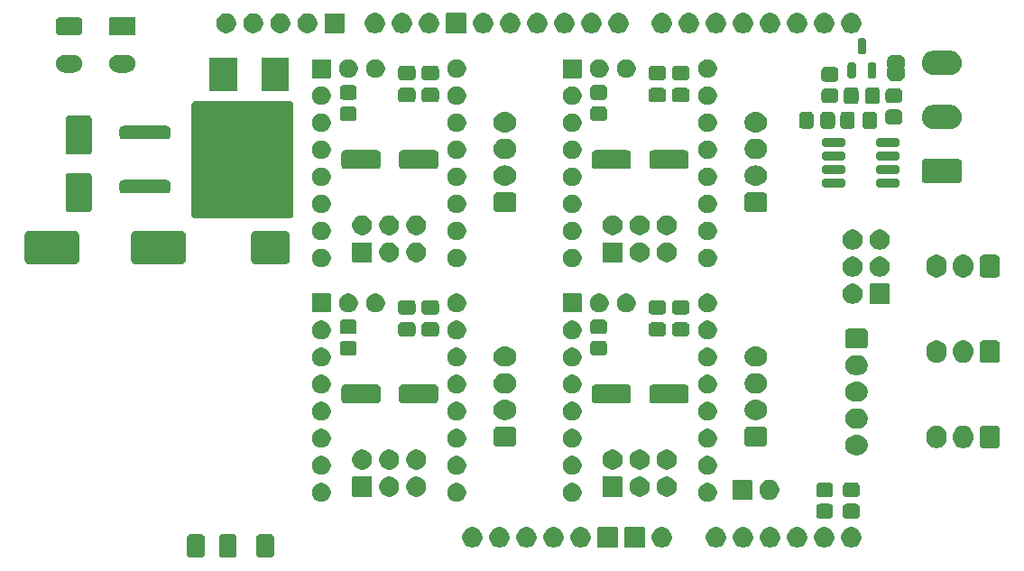
<source format=gbr>
%TF.GenerationSoftware,KiCad,Pcbnew,9.0.6*%
%TF.CreationDate,2026-02-22T19:23:35+01:00*%
%TF.ProjectId,MPC01,4d504330-312e-46b6-9963-61645f706362,V0.1*%
%TF.SameCoordinates,Original*%
%TF.FileFunction,Soldermask,Top*%
%TF.FilePolarity,Negative*%
%FSLAX46Y46*%
G04 Gerber Fmt 4.6, Leading zero omitted, Abs format (unit mm)*
G04 Created by KiCad (PCBNEW 9.0.6) date 2026-02-22 19:23:35*
%MOMM*%
%LPD*%
G01*
G04 APERTURE LIST*
G04 APERTURE END LIST*
G36*
X82606528Y-97170733D02*
G01*
X82611770Y-97173177D01*
X82614196Y-97173531D01*
X82648656Y-97190377D01*
X82705677Y-97216967D01*
X82783033Y-97294323D01*
X82809632Y-97351365D01*
X82826468Y-97385803D01*
X82826821Y-97388226D01*
X82829267Y-97393472D01*
X82840000Y-97475000D01*
X82840000Y-99025000D01*
X82829267Y-99106528D01*
X82826820Y-99111773D01*
X82826468Y-99114196D01*
X82809642Y-99148612D01*
X82783033Y-99205677D01*
X82705677Y-99283033D01*
X82648612Y-99309642D01*
X82614196Y-99326468D01*
X82611773Y-99326820D01*
X82606528Y-99329267D01*
X82525000Y-99340000D01*
X81475000Y-99340000D01*
X81393472Y-99329267D01*
X81388226Y-99326821D01*
X81385803Y-99326468D01*
X81351365Y-99309632D01*
X81294323Y-99283033D01*
X81216967Y-99205677D01*
X81190377Y-99148656D01*
X81173531Y-99114196D01*
X81173177Y-99111770D01*
X81170733Y-99106528D01*
X81160000Y-99025000D01*
X81160000Y-97475000D01*
X81170733Y-97393472D01*
X81173177Y-97388229D01*
X81173531Y-97385803D01*
X81190388Y-97351321D01*
X81216967Y-97294323D01*
X81294323Y-97216967D01*
X81351321Y-97190388D01*
X81385803Y-97173531D01*
X81388229Y-97173177D01*
X81393472Y-97170733D01*
X81475000Y-97160000D01*
X82525000Y-97160000D01*
X82606528Y-97170733D01*
G37*
G36*
X85606528Y-97170733D02*
G01*
X85611770Y-97173177D01*
X85614196Y-97173531D01*
X85648656Y-97190377D01*
X85705677Y-97216967D01*
X85783033Y-97294323D01*
X85809632Y-97351365D01*
X85826468Y-97385803D01*
X85826821Y-97388226D01*
X85829267Y-97393472D01*
X85840000Y-97475000D01*
X85840000Y-99025000D01*
X85829267Y-99106528D01*
X85826820Y-99111773D01*
X85826468Y-99114196D01*
X85809642Y-99148612D01*
X85783033Y-99205677D01*
X85705677Y-99283033D01*
X85648612Y-99309642D01*
X85614196Y-99326468D01*
X85611773Y-99326820D01*
X85606528Y-99329267D01*
X85525000Y-99340000D01*
X84475000Y-99340000D01*
X84393472Y-99329267D01*
X84388226Y-99326821D01*
X84385803Y-99326468D01*
X84351365Y-99309632D01*
X84294323Y-99283033D01*
X84216967Y-99205677D01*
X84190377Y-99148656D01*
X84173531Y-99114196D01*
X84173177Y-99111770D01*
X84170733Y-99106528D01*
X84160000Y-99025000D01*
X84160000Y-97475000D01*
X84170733Y-97393472D01*
X84173177Y-97388229D01*
X84173531Y-97385803D01*
X84190388Y-97351321D01*
X84216967Y-97294323D01*
X84294323Y-97216967D01*
X84351321Y-97190388D01*
X84385803Y-97173531D01*
X84388229Y-97173177D01*
X84393472Y-97170733D01*
X84475000Y-97160000D01*
X85525000Y-97160000D01*
X85606528Y-97170733D01*
G37*
G36*
X89106528Y-97170733D02*
G01*
X89111770Y-97173177D01*
X89114196Y-97173531D01*
X89148656Y-97190377D01*
X89205677Y-97216967D01*
X89283033Y-97294323D01*
X89309632Y-97351365D01*
X89326468Y-97385803D01*
X89326821Y-97388226D01*
X89329267Y-97393472D01*
X89340000Y-97475000D01*
X89340000Y-99025000D01*
X89329267Y-99106528D01*
X89326820Y-99111773D01*
X89326468Y-99114196D01*
X89309642Y-99148612D01*
X89283033Y-99205677D01*
X89205677Y-99283033D01*
X89148612Y-99309642D01*
X89114196Y-99326468D01*
X89111773Y-99326820D01*
X89106528Y-99329267D01*
X89025000Y-99340000D01*
X87975000Y-99340000D01*
X87893472Y-99329267D01*
X87888226Y-99326821D01*
X87885803Y-99326468D01*
X87851365Y-99309632D01*
X87794323Y-99283033D01*
X87716967Y-99205677D01*
X87690377Y-99148656D01*
X87673531Y-99114196D01*
X87673177Y-99111770D01*
X87670733Y-99106528D01*
X87660000Y-99025000D01*
X87660000Y-97475000D01*
X87670733Y-97393472D01*
X87673177Y-97388229D01*
X87673531Y-97385803D01*
X87690388Y-97351321D01*
X87716967Y-97294323D01*
X87794323Y-97216967D01*
X87851321Y-97190388D01*
X87885803Y-97173531D01*
X87888229Y-97173177D01*
X87893472Y-97170733D01*
X87975000Y-97160000D01*
X89025000Y-97160000D01*
X89106528Y-97170733D01*
G37*
G36*
X121538042Y-96513251D02*
G01*
X121567240Y-96532760D01*
X121586749Y-96561958D01*
X121593600Y-96596400D01*
X121593600Y-98323600D01*
X121586749Y-98358042D01*
X121567240Y-98387240D01*
X121538042Y-98406749D01*
X121503600Y-98413600D01*
X119776400Y-98413600D01*
X119741958Y-98406749D01*
X119712760Y-98387240D01*
X119693251Y-98358042D01*
X119686400Y-98323600D01*
X119686400Y-96596400D01*
X119693251Y-96561958D01*
X119712760Y-96532760D01*
X119741958Y-96513251D01*
X119776400Y-96506400D01*
X121503600Y-96506400D01*
X121538042Y-96513251D01*
G37*
G36*
X124078042Y-96513251D02*
G01*
X124107240Y-96532760D01*
X124126749Y-96561958D01*
X124133600Y-96596400D01*
X124133600Y-98323600D01*
X124126749Y-98358042D01*
X124107240Y-98387240D01*
X124078042Y-98406749D01*
X124043600Y-98413600D01*
X122316400Y-98413600D01*
X122281958Y-98406749D01*
X122252760Y-98387240D01*
X122233251Y-98358042D01*
X122226400Y-98323600D01*
X122226400Y-96596400D01*
X122233251Y-96561958D01*
X122252760Y-96532760D01*
X122281958Y-96513251D01*
X122316400Y-96506400D01*
X124043600Y-96506400D01*
X124078042Y-96513251D01*
G37*
G36*
X108216815Y-96547462D02*
G01*
X108389524Y-96619000D01*
X108544957Y-96722857D01*
X108677143Y-96855043D01*
X108781000Y-97010476D01*
X108852538Y-97183185D01*
X108889008Y-97366531D01*
X108889008Y-97553469D01*
X108852538Y-97736815D01*
X108781000Y-97909524D01*
X108677143Y-98064957D01*
X108544957Y-98197143D01*
X108389524Y-98301000D01*
X108216815Y-98372538D01*
X108033469Y-98409008D01*
X107846531Y-98409008D01*
X107663185Y-98372538D01*
X107490476Y-98301000D01*
X107335043Y-98197143D01*
X107202857Y-98064957D01*
X107099000Y-97909524D01*
X107027462Y-97736815D01*
X106990992Y-97553469D01*
X106990992Y-97366531D01*
X107027462Y-97183185D01*
X107099000Y-97010476D01*
X107202857Y-96855043D01*
X107335043Y-96722857D01*
X107490476Y-96619000D01*
X107663185Y-96547462D01*
X107846531Y-96510992D01*
X108033469Y-96510992D01*
X108216815Y-96547462D01*
G37*
G36*
X110756815Y-96547462D02*
G01*
X110929524Y-96619000D01*
X111084957Y-96722857D01*
X111217143Y-96855043D01*
X111321000Y-97010476D01*
X111392538Y-97183185D01*
X111429008Y-97366531D01*
X111429008Y-97553469D01*
X111392538Y-97736815D01*
X111321000Y-97909524D01*
X111217143Y-98064957D01*
X111084957Y-98197143D01*
X110929524Y-98301000D01*
X110756815Y-98372538D01*
X110573469Y-98409008D01*
X110386531Y-98409008D01*
X110203185Y-98372538D01*
X110030476Y-98301000D01*
X109875043Y-98197143D01*
X109742857Y-98064957D01*
X109639000Y-97909524D01*
X109567462Y-97736815D01*
X109530992Y-97553469D01*
X109530992Y-97366531D01*
X109567462Y-97183185D01*
X109639000Y-97010476D01*
X109742857Y-96855043D01*
X109875043Y-96722857D01*
X110030476Y-96619000D01*
X110203185Y-96547462D01*
X110386531Y-96510992D01*
X110573469Y-96510992D01*
X110756815Y-96547462D01*
G37*
G36*
X113296815Y-96547462D02*
G01*
X113469524Y-96619000D01*
X113624957Y-96722857D01*
X113757143Y-96855043D01*
X113861000Y-97010476D01*
X113932538Y-97183185D01*
X113969008Y-97366531D01*
X113969008Y-97553469D01*
X113932538Y-97736815D01*
X113861000Y-97909524D01*
X113757143Y-98064957D01*
X113624957Y-98197143D01*
X113469524Y-98301000D01*
X113296815Y-98372538D01*
X113113469Y-98409008D01*
X112926531Y-98409008D01*
X112743185Y-98372538D01*
X112570476Y-98301000D01*
X112415043Y-98197143D01*
X112282857Y-98064957D01*
X112179000Y-97909524D01*
X112107462Y-97736815D01*
X112070992Y-97553469D01*
X112070992Y-97366531D01*
X112107462Y-97183185D01*
X112179000Y-97010476D01*
X112282857Y-96855043D01*
X112415043Y-96722857D01*
X112570476Y-96619000D01*
X112743185Y-96547462D01*
X112926531Y-96510992D01*
X113113469Y-96510992D01*
X113296815Y-96547462D01*
G37*
G36*
X115836815Y-96547462D02*
G01*
X116009524Y-96619000D01*
X116164957Y-96722857D01*
X116297143Y-96855043D01*
X116401000Y-97010476D01*
X116472538Y-97183185D01*
X116509008Y-97366531D01*
X116509008Y-97553469D01*
X116472538Y-97736815D01*
X116401000Y-97909524D01*
X116297143Y-98064957D01*
X116164957Y-98197143D01*
X116009524Y-98301000D01*
X115836815Y-98372538D01*
X115653469Y-98409008D01*
X115466531Y-98409008D01*
X115283185Y-98372538D01*
X115110476Y-98301000D01*
X114955043Y-98197143D01*
X114822857Y-98064957D01*
X114719000Y-97909524D01*
X114647462Y-97736815D01*
X114610992Y-97553469D01*
X114610992Y-97366531D01*
X114647462Y-97183185D01*
X114719000Y-97010476D01*
X114822857Y-96855043D01*
X114955043Y-96722857D01*
X115110476Y-96619000D01*
X115283185Y-96547462D01*
X115466531Y-96510992D01*
X115653469Y-96510992D01*
X115836815Y-96547462D01*
G37*
G36*
X118376815Y-96547462D02*
G01*
X118549524Y-96619000D01*
X118704957Y-96722857D01*
X118837143Y-96855043D01*
X118941000Y-97010476D01*
X119012538Y-97183185D01*
X119049008Y-97366531D01*
X119049008Y-97553469D01*
X119012538Y-97736815D01*
X118941000Y-97909524D01*
X118837143Y-98064957D01*
X118704957Y-98197143D01*
X118549524Y-98301000D01*
X118376815Y-98372538D01*
X118193469Y-98409008D01*
X118006531Y-98409008D01*
X117823185Y-98372538D01*
X117650476Y-98301000D01*
X117495043Y-98197143D01*
X117362857Y-98064957D01*
X117259000Y-97909524D01*
X117187462Y-97736815D01*
X117150992Y-97553469D01*
X117150992Y-97366531D01*
X117187462Y-97183185D01*
X117259000Y-97010476D01*
X117362857Y-96855043D01*
X117495043Y-96722857D01*
X117650476Y-96619000D01*
X117823185Y-96547462D01*
X118006531Y-96510992D01*
X118193469Y-96510992D01*
X118376815Y-96547462D01*
G37*
G36*
X125996815Y-96547462D02*
G01*
X126169524Y-96619000D01*
X126324957Y-96722857D01*
X126457143Y-96855043D01*
X126561000Y-97010476D01*
X126632538Y-97183185D01*
X126669008Y-97366531D01*
X126669008Y-97553469D01*
X126632538Y-97736815D01*
X126561000Y-97909524D01*
X126457143Y-98064957D01*
X126324957Y-98197143D01*
X126169524Y-98301000D01*
X125996815Y-98372538D01*
X125813469Y-98409008D01*
X125626531Y-98409008D01*
X125443185Y-98372538D01*
X125270476Y-98301000D01*
X125115043Y-98197143D01*
X124982857Y-98064957D01*
X124879000Y-97909524D01*
X124807462Y-97736815D01*
X124770992Y-97553469D01*
X124770992Y-97366531D01*
X124807462Y-97183185D01*
X124879000Y-97010476D01*
X124982857Y-96855043D01*
X125115043Y-96722857D01*
X125270476Y-96619000D01*
X125443185Y-96547462D01*
X125626531Y-96510992D01*
X125813469Y-96510992D01*
X125996815Y-96547462D01*
G37*
G36*
X131076815Y-96547462D02*
G01*
X131249524Y-96619000D01*
X131404957Y-96722857D01*
X131537143Y-96855043D01*
X131641000Y-97010476D01*
X131712538Y-97183185D01*
X131749008Y-97366531D01*
X131749008Y-97553469D01*
X131712538Y-97736815D01*
X131641000Y-97909524D01*
X131537143Y-98064957D01*
X131404957Y-98197143D01*
X131249524Y-98301000D01*
X131076815Y-98372538D01*
X130893469Y-98409008D01*
X130706531Y-98409008D01*
X130523185Y-98372538D01*
X130350476Y-98301000D01*
X130195043Y-98197143D01*
X130062857Y-98064957D01*
X129959000Y-97909524D01*
X129887462Y-97736815D01*
X129850992Y-97553469D01*
X129850992Y-97366531D01*
X129887462Y-97183185D01*
X129959000Y-97010476D01*
X130062857Y-96855043D01*
X130195043Y-96722857D01*
X130350476Y-96619000D01*
X130523185Y-96547462D01*
X130706531Y-96510992D01*
X130893469Y-96510992D01*
X131076815Y-96547462D01*
G37*
G36*
X133616815Y-96547462D02*
G01*
X133789524Y-96619000D01*
X133944957Y-96722857D01*
X134077143Y-96855043D01*
X134181000Y-97010476D01*
X134252538Y-97183185D01*
X134289008Y-97366531D01*
X134289008Y-97553469D01*
X134252538Y-97736815D01*
X134181000Y-97909524D01*
X134077143Y-98064957D01*
X133944957Y-98197143D01*
X133789524Y-98301000D01*
X133616815Y-98372538D01*
X133433469Y-98409008D01*
X133246531Y-98409008D01*
X133063185Y-98372538D01*
X132890476Y-98301000D01*
X132735043Y-98197143D01*
X132602857Y-98064957D01*
X132499000Y-97909524D01*
X132427462Y-97736815D01*
X132390992Y-97553469D01*
X132390992Y-97366531D01*
X132427462Y-97183185D01*
X132499000Y-97010476D01*
X132602857Y-96855043D01*
X132735043Y-96722857D01*
X132890476Y-96619000D01*
X133063185Y-96547462D01*
X133246531Y-96510992D01*
X133433469Y-96510992D01*
X133616815Y-96547462D01*
G37*
G36*
X136156815Y-96547462D02*
G01*
X136329524Y-96619000D01*
X136484957Y-96722857D01*
X136617143Y-96855043D01*
X136721000Y-97010476D01*
X136792538Y-97183185D01*
X136829008Y-97366531D01*
X136829008Y-97553469D01*
X136792538Y-97736815D01*
X136721000Y-97909524D01*
X136617143Y-98064957D01*
X136484957Y-98197143D01*
X136329524Y-98301000D01*
X136156815Y-98372538D01*
X135973469Y-98409008D01*
X135786531Y-98409008D01*
X135603185Y-98372538D01*
X135430476Y-98301000D01*
X135275043Y-98197143D01*
X135142857Y-98064957D01*
X135039000Y-97909524D01*
X134967462Y-97736815D01*
X134930992Y-97553469D01*
X134930992Y-97366531D01*
X134967462Y-97183185D01*
X135039000Y-97010476D01*
X135142857Y-96855043D01*
X135275043Y-96722857D01*
X135430476Y-96619000D01*
X135603185Y-96547462D01*
X135786531Y-96510992D01*
X135973469Y-96510992D01*
X136156815Y-96547462D01*
G37*
G36*
X138696815Y-96547462D02*
G01*
X138869524Y-96619000D01*
X139024957Y-96722857D01*
X139157143Y-96855043D01*
X139261000Y-97010476D01*
X139332538Y-97183185D01*
X139369008Y-97366531D01*
X139369008Y-97553469D01*
X139332538Y-97736815D01*
X139261000Y-97909524D01*
X139157143Y-98064957D01*
X139024957Y-98197143D01*
X138869524Y-98301000D01*
X138696815Y-98372538D01*
X138513469Y-98409008D01*
X138326531Y-98409008D01*
X138143185Y-98372538D01*
X137970476Y-98301000D01*
X137815043Y-98197143D01*
X137682857Y-98064957D01*
X137579000Y-97909524D01*
X137507462Y-97736815D01*
X137470992Y-97553469D01*
X137470992Y-97366531D01*
X137507462Y-97183185D01*
X137579000Y-97010476D01*
X137682857Y-96855043D01*
X137815043Y-96722857D01*
X137970476Y-96619000D01*
X138143185Y-96547462D01*
X138326531Y-96510992D01*
X138513469Y-96510992D01*
X138696815Y-96547462D01*
G37*
G36*
X141236815Y-96547462D02*
G01*
X141409524Y-96619000D01*
X141564957Y-96722857D01*
X141697143Y-96855043D01*
X141801000Y-97010476D01*
X141872538Y-97183185D01*
X141909008Y-97366531D01*
X141909008Y-97553469D01*
X141872538Y-97736815D01*
X141801000Y-97909524D01*
X141697143Y-98064957D01*
X141564957Y-98197143D01*
X141409524Y-98301000D01*
X141236815Y-98372538D01*
X141053469Y-98409008D01*
X140866531Y-98409008D01*
X140683185Y-98372538D01*
X140510476Y-98301000D01*
X140355043Y-98197143D01*
X140222857Y-98064957D01*
X140119000Y-97909524D01*
X140047462Y-97736815D01*
X140010992Y-97553469D01*
X140010992Y-97366531D01*
X140047462Y-97183185D01*
X140119000Y-97010476D01*
X140222857Y-96855043D01*
X140355043Y-96722857D01*
X140510476Y-96619000D01*
X140683185Y-96547462D01*
X140866531Y-96510992D01*
X141053469Y-96510992D01*
X141236815Y-96547462D01*
G37*
G36*
X143776815Y-96547462D02*
G01*
X143949524Y-96619000D01*
X144104957Y-96722857D01*
X144237143Y-96855043D01*
X144341000Y-97010476D01*
X144412538Y-97183185D01*
X144449008Y-97366531D01*
X144449008Y-97553469D01*
X144412538Y-97736815D01*
X144341000Y-97909524D01*
X144237143Y-98064957D01*
X144104957Y-98197143D01*
X143949524Y-98301000D01*
X143776815Y-98372538D01*
X143593469Y-98409008D01*
X143406531Y-98409008D01*
X143223185Y-98372538D01*
X143050476Y-98301000D01*
X142895043Y-98197143D01*
X142762857Y-98064957D01*
X142659000Y-97909524D01*
X142587462Y-97736815D01*
X142550992Y-97553469D01*
X142550992Y-97366531D01*
X142587462Y-97183185D01*
X142659000Y-97010476D01*
X142762857Y-96855043D01*
X142895043Y-96722857D01*
X143050476Y-96619000D01*
X143223185Y-96547462D01*
X143406531Y-96510992D01*
X143593469Y-96510992D01*
X143776815Y-96547462D01*
G37*
G36*
X141537998Y-94321585D02*
G01*
X141547693Y-94326106D01*
X141554872Y-94327243D01*
X141606010Y-94353299D01*
X141645016Y-94371488D01*
X141648453Y-94374925D01*
X141649475Y-94375446D01*
X141724553Y-94450524D01*
X141725073Y-94451545D01*
X141728512Y-94454984D01*
X141746705Y-94494001D01*
X141772756Y-94545127D01*
X141773892Y-94552303D01*
X141778415Y-94562002D01*
X141790000Y-94650000D01*
X141790000Y-95350000D01*
X141778415Y-95437998D01*
X141773892Y-95447696D01*
X141772756Y-95454872D01*
X141746711Y-95505987D01*
X141728512Y-95545016D01*
X141725072Y-95548455D01*
X141724553Y-95549475D01*
X141649475Y-95624553D01*
X141648455Y-95625072D01*
X141645016Y-95628512D01*
X141605987Y-95646711D01*
X141554872Y-95672756D01*
X141547696Y-95673892D01*
X141537998Y-95678415D01*
X141450000Y-95690000D01*
X140550000Y-95690000D01*
X140462002Y-95678415D01*
X140452303Y-95673892D01*
X140445127Y-95672756D01*
X140394001Y-95646705D01*
X140354984Y-95628512D01*
X140351545Y-95625073D01*
X140350524Y-95624553D01*
X140275446Y-95549475D01*
X140274925Y-95548453D01*
X140271488Y-95545016D01*
X140253299Y-95506010D01*
X140227243Y-95454872D01*
X140226106Y-95447693D01*
X140221585Y-95437998D01*
X140210000Y-95350000D01*
X140210000Y-94650000D01*
X140221585Y-94562002D01*
X140226105Y-94552306D01*
X140227243Y-94545127D01*
X140253304Y-94493978D01*
X140271488Y-94454984D01*
X140274924Y-94451547D01*
X140275446Y-94450524D01*
X140350524Y-94375446D01*
X140351547Y-94374924D01*
X140354984Y-94371488D01*
X140393978Y-94353304D01*
X140445127Y-94327243D01*
X140452306Y-94326105D01*
X140462002Y-94321585D01*
X140550000Y-94310000D01*
X141450000Y-94310000D01*
X141537998Y-94321585D01*
G37*
G36*
X144037998Y-94321585D02*
G01*
X144047693Y-94326106D01*
X144054872Y-94327243D01*
X144106010Y-94353299D01*
X144145016Y-94371488D01*
X144148453Y-94374925D01*
X144149475Y-94375446D01*
X144224553Y-94450524D01*
X144225073Y-94451545D01*
X144228512Y-94454984D01*
X144246705Y-94494001D01*
X144272756Y-94545127D01*
X144273892Y-94552303D01*
X144278415Y-94562002D01*
X144290000Y-94650000D01*
X144290000Y-95350000D01*
X144278415Y-95437998D01*
X144273892Y-95447696D01*
X144272756Y-95454872D01*
X144246711Y-95505987D01*
X144228512Y-95545016D01*
X144225072Y-95548455D01*
X144224553Y-95549475D01*
X144149475Y-95624553D01*
X144148455Y-95625072D01*
X144145016Y-95628512D01*
X144105987Y-95646711D01*
X144054872Y-95672756D01*
X144047696Y-95673892D01*
X144037998Y-95678415D01*
X143950000Y-95690000D01*
X143050000Y-95690000D01*
X142962002Y-95678415D01*
X142952303Y-95673892D01*
X142945127Y-95672756D01*
X142894001Y-95646705D01*
X142854984Y-95628512D01*
X142851545Y-95625073D01*
X142850524Y-95624553D01*
X142775446Y-95549475D01*
X142774925Y-95548453D01*
X142771488Y-95545016D01*
X142753299Y-95506010D01*
X142727243Y-95454872D01*
X142726106Y-95447693D01*
X142721585Y-95437998D01*
X142710000Y-95350000D01*
X142710000Y-94650000D01*
X142721585Y-94562002D01*
X142726105Y-94552306D01*
X142727243Y-94545127D01*
X142753304Y-94493978D01*
X142771488Y-94454984D01*
X142774924Y-94451547D01*
X142775446Y-94450524D01*
X142850524Y-94375446D01*
X142851547Y-94374924D01*
X142854984Y-94371488D01*
X142893978Y-94353304D01*
X142945127Y-94327243D01*
X142952306Y-94326105D01*
X142962002Y-94321585D01*
X143050000Y-94310000D01*
X143950000Y-94310000D01*
X144037998Y-94321585D01*
G37*
G36*
X94033353Y-92388323D02*
G01*
X94194543Y-92455090D01*
X94339610Y-92552021D01*
X94462979Y-92675390D01*
X94559910Y-92820457D01*
X94626677Y-92981647D01*
X94660714Y-93152765D01*
X94660714Y-93327235D01*
X94626677Y-93498353D01*
X94559910Y-93659543D01*
X94462979Y-93804610D01*
X94339610Y-93927979D01*
X94194543Y-94024910D01*
X94033353Y-94091677D01*
X93862235Y-94125714D01*
X93687765Y-94125714D01*
X93516647Y-94091677D01*
X93355457Y-94024910D01*
X93210390Y-93927979D01*
X93087021Y-93804610D01*
X92990090Y-93659543D01*
X92923323Y-93498353D01*
X92889286Y-93327235D01*
X92889286Y-93152765D01*
X92923323Y-92981647D01*
X92990090Y-92820457D01*
X93087021Y-92675390D01*
X93210390Y-92552021D01*
X93355457Y-92455090D01*
X93516647Y-92388323D01*
X93687765Y-92354286D01*
X93862235Y-92354286D01*
X94033353Y-92388323D01*
G37*
G36*
X106733353Y-92388323D02*
G01*
X106894543Y-92455090D01*
X107039610Y-92552021D01*
X107162979Y-92675390D01*
X107259910Y-92820457D01*
X107326677Y-92981647D01*
X107360714Y-93152765D01*
X107360714Y-93327235D01*
X107326677Y-93498353D01*
X107259910Y-93659543D01*
X107162979Y-93804610D01*
X107039610Y-93927979D01*
X106894543Y-94024910D01*
X106733353Y-94091677D01*
X106562235Y-94125714D01*
X106387765Y-94125714D01*
X106216647Y-94091677D01*
X106055457Y-94024910D01*
X105910390Y-93927979D01*
X105787021Y-93804610D01*
X105690090Y-93659543D01*
X105623323Y-93498353D01*
X105589286Y-93327235D01*
X105589286Y-93152765D01*
X105623323Y-92981647D01*
X105690090Y-92820457D01*
X105787021Y-92675390D01*
X105910390Y-92552021D01*
X106055457Y-92455090D01*
X106216647Y-92388323D01*
X106387765Y-92354286D01*
X106562235Y-92354286D01*
X106733353Y-92388323D01*
G37*
G36*
X117573353Y-92388323D02*
G01*
X117734543Y-92455090D01*
X117879610Y-92552021D01*
X118002979Y-92675390D01*
X118099910Y-92820457D01*
X118166677Y-92981647D01*
X118200714Y-93152765D01*
X118200714Y-93327235D01*
X118166677Y-93498353D01*
X118099910Y-93659543D01*
X118002979Y-93804610D01*
X117879610Y-93927979D01*
X117734543Y-94024910D01*
X117573353Y-94091677D01*
X117402235Y-94125714D01*
X117227765Y-94125714D01*
X117056647Y-94091677D01*
X116895457Y-94024910D01*
X116750390Y-93927979D01*
X116627021Y-93804610D01*
X116530090Y-93659543D01*
X116463323Y-93498353D01*
X116429286Y-93327235D01*
X116429286Y-93152765D01*
X116463323Y-92981647D01*
X116530090Y-92820457D01*
X116627021Y-92675390D01*
X116750390Y-92552021D01*
X116895457Y-92455090D01*
X117056647Y-92388323D01*
X117227765Y-92354286D01*
X117402235Y-92354286D01*
X117573353Y-92388323D01*
G37*
G36*
X130273353Y-92388323D02*
G01*
X130434543Y-92455090D01*
X130579610Y-92552021D01*
X130702979Y-92675390D01*
X130799910Y-92820457D01*
X130866677Y-92981647D01*
X130900714Y-93152765D01*
X130900714Y-93327235D01*
X130866677Y-93498353D01*
X130799910Y-93659543D01*
X130702979Y-93804610D01*
X130579610Y-93927979D01*
X130434543Y-94024910D01*
X130273353Y-94091677D01*
X130102235Y-94125714D01*
X129927765Y-94125714D01*
X129756647Y-94091677D01*
X129595457Y-94024910D01*
X129450390Y-93927979D01*
X129327021Y-93804610D01*
X129230090Y-93659543D01*
X129163323Y-93498353D01*
X129129286Y-93327235D01*
X129129286Y-93152765D01*
X129163323Y-92981647D01*
X129230090Y-92820457D01*
X129327021Y-92675390D01*
X129450390Y-92552021D01*
X129595457Y-92455090D01*
X129756647Y-92388323D01*
X129927765Y-92354286D01*
X130102235Y-92354286D01*
X130273353Y-92388323D01*
G37*
G36*
X134159442Y-92066851D02*
G01*
X134188640Y-92086360D01*
X134208149Y-92115558D01*
X134215000Y-92150000D01*
X134215000Y-93850000D01*
X134208149Y-93884442D01*
X134188640Y-93913640D01*
X134159442Y-93933149D01*
X134125000Y-93940000D01*
X132425000Y-93940000D01*
X132390558Y-93933149D01*
X132361360Y-93913640D01*
X132341851Y-93884442D01*
X132335000Y-93850000D01*
X132335000Y-92150000D01*
X132341851Y-92115558D01*
X132361360Y-92086360D01*
X132390558Y-92066851D01*
X132425000Y-92060000D01*
X134125000Y-92060000D01*
X134159442Y-92066851D01*
G37*
G36*
X136087868Y-92100476D02*
G01*
X136258113Y-92170994D01*
X136411330Y-92273370D01*
X136541630Y-92403670D01*
X136644006Y-92556887D01*
X136714524Y-92727132D01*
X136750474Y-92907864D01*
X136750474Y-93092136D01*
X136714524Y-93272868D01*
X136644006Y-93443113D01*
X136541630Y-93596330D01*
X136411330Y-93726630D01*
X136258113Y-93829006D01*
X136087868Y-93899524D01*
X135907136Y-93935474D01*
X135722864Y-93935474D01*
X135542132Y-93899524D01*
X135371887Y-93829006D01*
X135218670Y-93726630D01*
X135088370Y-93596330D01*
X134985994Y-93443113D01*
X134915476Y-93272868D01*
X134879526Y-93092136D01*
X134879526Y-92907864D01*
X134915476Y-92727132D01*
X134985994Y-92556887D01*
X135088370Y-92403670D01*
X135218670Y-92273370D01*
X135371887Y-92170994D01*
X135542132Y-92100476D01*
X135722864Y-92064526D01*
X135907136Y-92064526D01*
X136087868Y-92100476D01*
G37*
G36*
X141537998Y-92321585D02*
G01*
X141547693Y-92326106D01*
X141554872Y-92327243D01*
X141606010Y-92353299D01*
X141645016Y-92371488D01*
X141648453Y-92374925D01*
X141649475Y-92375446D01*
X141724553Y-92450524D01*
X141725073Y-92451545D01*
X141728512Y-92454984D01*
X141746705Y-92494001D01*
X141772756Y-92545127D01*
X141773892Y-92552303D01*
X141778415Y-92562002D01*
X141790000Y-92650000D01*
X141790000Y-93350000D01*
X141778415Y-93437998D01*
X141773892Y-93447696D01*
X141772756Y-93454872D01*
X141746711Y-93505987D01*
X141728512Y-93545016D01*
X141725072Y-93548455D01*
X141724553Y-93549475D01*
X141649475Y-93624553D01*
X141648455Y-93625072D01*
X141645016Y-93628512D01*
X141605987Y-93646711D01*
X141554872Y-93672756D01*
X141547696Y-93673892D01*
X141537998Y-93678415D01*
X141450000Y-93690000D01*
X140550000Y-93690000D01*
X140462002Y-93678415D01*
X140452303Y-93673892D01*
X140445127Y-93672756D01*
X140394001Y-93646705D01*
X140354984Y-93628512D01*
X140351545Y-93625073D01*
X140350524Y-93624553D01*
X140275446Y-93549475D01*
X140274925Y-93548453D01*
X140271488Y-93545016D01*
X140253299Y-93506010D01*
X140227243Y-93454872D01*
X140226106Y-93447693D01*
X140221585Y-93437998D01*
X140210000Y-93350000D01*
X140210000Y-92650000D01*
X140221585Y-92562002D01*
X140226105Y-92552306D01*
X140227243Y-92545127D01*
X140253304Y-92493978D01*
X140271488Y-92454984D01*
X140274924Y-92451547D01*
X140275446Y-92450524D01*
X140350524Y-92375446D01*
X140351547Y-92374924D01*
X140354984Y-92371488D01*
X140393978Y-92353304D01*
X140445127Y-92327243D01*
X140452306Y-92326105D01*
X140462002Y-92321585D01*
X140550000Y-92310000D01*
X141450000Y-92310000D01*
X141537998Y-92321585D01*
G37*
G36*
X144037998Y-92321585D02*
G01*
X144047693Y-92326106D01*
X144054872Y-92327243D01*
X144106010Y-92353299D01*
X144145016Y-92371488D01*
X144148453Y-92374925D01*
X144149475Y-92375446D01*
X144224553Y-92450524D01*
X144225073Y-92451545D01*
X144228512Y-92454984D01*
X144246705Y-92494001D01*
X144272756Y-92545127D01*
X144273892Y-92552303D01*
X144278415Y-92562002D01*
X144290000Y-92650000D01*
X144290000Y-93350000D01*
X144278415Y-93437998D01*
X144273892Y-93447696D01*
X144272756Y-93454872D01*
X144246711Y-93505987D01*
X144228512Y-93545016D01*
X144225072Y-93548455D01*
X144224553Y-93549475D01*
X144149475Y-93624553D01*
X144148455Y-93625072D01*
X144145016Y-93628512D01*
X144105987Y-93646711D01*
X144054872Y-93672756D01*
X144047696Y-93673892D01*
X144037998Y-93678415D01*
X143950000Y-93690000D01*
X143050000Y-93690000D01*
X142962002Y-93678415D01*
X142952303Y-93673892D01*
X142945127Y-93672756D01*
X142894001Y-93646705D01*
X142854984Y-93628512D01*
X142851545Y-93625073D01*
X142850524Y-93624553D01*
X142775446Y-93549475D01*
X142774925Y-93548453D01*
X142771488Y-93545016D01*
X142753299Y-93506010D01*
X142727243Y-93454872D01*
X142726106Y-93447693D01*
X142721585Y-93437998D01*
X142710000Y-93350000D01*
X142710000Y-92650000D01*
X142721585Y-92562002D01*
X142726105Y-92552306D01*
X142727243Y-92545127D01*
X142753304Y-92493978D01*
X142771488Y-92454984D01*
X142774924Y-92451547D01*
X142775446Y-92450524D01*
X142850524Y-92375446D01*
X142851547Y-92374924D01*
X142854984Y-92371488D01*
X142893978Y-92353304D01*
X142945127Y-92327243D01*
X142952306Y-92326105D01*
X142962002Y-92321585D01*
X143050000Y-92310000D01*
X143950000Y-92310000D01*
X144037998Y-92321585D01*
G37*
G36*
X98484442Y-91766851D02*
G01*
X98513640Y-91786360D01*
X98533149Y-91815558D01*
X98540000Y-91850000D01*
X98540000Y-93550000D01*
X98533149Y-93584442D01*
X98513640Y-93613640D01*
X98484442Y-93633149D01*
X98450000Y-93640000D01*
X96750000Y-93640000D01*
X96715558Y-93633149D01*
X96686360Y-93613640D01*
X96666851Y-93584442D01*
X96660000Y-93550000D01*
X96660000Y-91850000D01*
X96666851Y-91815558D01*
X96686360Y-91786360D01*
X96715558Y-91766851D01*
X96750000Y-91760000D01*
X98450000Y-91760000D01*
X98484442Y-91766851D01*
G37*
G36*
X121984442Y-91766851D02*
G01*
X122013640Y-91786360D01*
X122033149Y-91815558D01*
X122040000Y-91850000D01*
X122040000Y-93550000D01*
X122033149Y-93584442D01*
X122013640Y-93613640D01*
X121984442Y-93633149D01*
X121950000Y-93640000D01*
X120250000Y-93640000D01*
X120215558Y-93633149D01*
X120186360Y-93613640D01*
X120166851Y-93584442D01*
X120160000Y-93550000D01*
X120160000Y-91850000D01*
X120166851Y-91815558D01*
X120186360Y-91786360D01*
X120215558Y-91766851D01*
X120250000Y-91760000D01*
X121950000Y-91760000D01*
X121984442Y-91766851D01*
G37*
G36*
X100412868Y-91800476D02*
G01*
X100583113Y-91870994D01*
X100736330Y-91973370D01*
X100866630Y-92103670D01*
X100969006Y-92256887D01*
X101039524Y-92427132D01*
X101075474Y-92607864D01*
X101075474Y-92792136D01*
X101039524Y-92972868D01*
X100969006Y-93143113D01*
X100866630Y-93296330D01*
X100736330Y-93426630D01*
X100583113Y-93529006D01*
X100412868Y-93599524D01*
X100232136Y-93635474D01*
X100047864Y-93635474D01*
X99867132Y-93599524D01*
X99696887Y-93529006D01*
X99543670Y-93426630D01*
X99413370Y-93296330D01*
X99310994Y-93143113D01*
X99240476Y-92972868D01*
X99204526Y-92792136D01*
X99204526Y-92607864D01*
X99240476Y-92427132D01*
X99310994Y-92256887D01*
X99413370Y-92103670D01*
X99543670Y-91973370D01*
X99696887Y-91870994D01*
X99867132Y-91800476D01*
X100047864Y-91764526D01*
X100232136Y-91764526D01*
X100412868Y-91800476D01*
G37*
G36*
X102952868Y-91800476D02*
G01*
X103123113Y-91870994D01*
X103276330Y-91973370D01*
X103406630Y-92103670D01*
X103509006Y-92256887D01*
X103579524Y-92427132D01*
X103615474Y-92607864D01*
X103615474Y-92792136D01*
X103579524Y-92972868D01*
X103509006Y-93143113D01*
X103406630Y-93296330D01*
X103276330Y-93426630D01*
X103123113Y-93529006D01*
X102952868Y-93599524D01*
X102772136Y-93635474D01*
X102587864Y-93635474D01*
X102407132Y-93599524D01*
X102236887Y-93529006D01*
X102083670Y-93426630D01*
X101953370Y-93296330D01*
X101850994Y-93143113D01*
X101780476Y-92972868D01*
X101744526Y-92792136D01*
X101744526Y-92607864D01*
X101780476Y-92427132D01*
X101850994Y-92256887D01*
X101953370Y-92103670D01*
X102083670Y-91973370D01*
X102236887Y-91870994D01*
X102407132Y-91800476D01*
X102587864Y-91764526D01*
X102772136Y-91764526D01*
X102952868Y-91800476D01*
G37*
G36*
X123912868Y-91800476D02*
G01*
X124083113Y-91870994D01*
X124236330Y-91973370D01*
X124366630Y-92103670D01*
X124469006Y-92256887D01*
X124539524Y-92427132D01*
X124575474Y-92607864D01*
X124575474Y-92792136D01*
X124539524Y-92972868D01*
X124469006Y-93143113D01*
X124366630Y-93296330D01*
X124236330Y-93426630D01*
X124083113Y-93529006D01*
X123912868Y-93599524D01*
X123732136Y-93635474D01*
X123547864Y-93635474D01*
X123367132Y-93599524D01*
X123196887Y-93529006D01*
X123043670Y-93426630D01*
X122913370Y-93296330D01*
X122810994Y-93143113D01*
X122740476Y-92972868D01*
X122704526Y-92792136D01*
X122704526Y-92607864D01*
X122740476Y-92427132D01*
X122810994Y-92256887D01*
X122913370Y-92103670D01*
X123043670Y-91973370D01*
X123196887Y-91870994D01*
X123367132Y-91800476D01*
X123547864Y-91764526D01*
X123732136Y-91764526D01*
X123912868Y-91800476D01*
G37*
G36*
X126452868Y-91800476D02*
G01*
X126623113Y-91870994D01*
X126776330Y-91973370D01*
X126906630Y-92103670D01*
X127009006Y-92256887D01*
X127079524Y-92427132D01*
X127115474Y-92607864D01*
X127115474Y-92792136D01*
X127079524Y-92972868D01*
X127009006Y-93143113D01*
X126906630Y-93296330D01*
X126776330Y-93426630D01*
X126623113Y-93529006D01*
X126452868Y-93599524D01*
X126272136Y-93635474D01*
X126087864Y-93635474D01*
X125907132Y-93599524D01*
X125736887Y-93529006D01*
X125583670Y-93426630D01*
X125453370Y-93296330D01*
X125350994Y-93143113D01*
X125280476Y-92972868D01*
X125244526Y-92792136D01*
X125244526Y-92607864D01*
X125280476Y-92427132D01*
X125350994Y-92256887D01*
X125453370Y-92103670D01*
X125583670Y-91973370D01*
X125736887Y-91870994D01*
X125907132Y-91800476D01*
X126087864Y-91764526D01*
X126272136Y-91764526D01*
X126452868Y-91800476D01*
G37*
G36*
X94033353Y-89848323D02*
G01*
X94194543Y-89915090D01*
X94339610Y-90012021D01*
X94462979Y-90135390D01*
X94559910Y-90280457D01*
X94626677Y-90441647D01*
X94660714Y-90612765D01*
X94660714Y-90787235D01*
X94626677Y-90958353D01*
X94559910Y-91119543D01*
X94462979Y-91264610D01*
X94339610Y-91387979D01*
X94194543Y-91484910D01*
X94033353Y-91551677D01*
X93862235Y-91585714D01*
X93687765Y-91585714D01*
X93516647Y-91551677D01*
X93355457Y-91484910D01*
X93210390Y-91387979D01*
X93087021Y-91264610D01*
X92990090Y-91119543D01*
X92923323Y-90958353D01*
X92889286Y-90787235D01*
X92889286Y-90612765D01*
X92923323Y-90441647D01*
X92990090Y-90280457D01*
X93087021Y-90135390D01*
X93210390Y-90012021D01*
X93355457Y-89915090D01*
X93516647Y-89848323D01*
X93687765Y-89814286D01*
X93862235Y-89814286D01*
X94033353Y-89848323D01*
G37*
G36*
X106733353Y-89848323D02*
G01*
X106894543Y-89915090D01*
X107039610Y-90012021D01*
X107162979Y-90135390D01*
X107259910Y-90280457D01*
X107326677Y-90441647D01*
X107360714Y-90612765D01*
X107360714Y-90787235D01*
X107326677Y-90958353D01*
X107259910Y-91119543D01*
X107162979Y-91264610D01*
X107039610Y-91387979D01*
X106894543Y-91484910D01*
X106733353Y-91551677D01*
X106562235Y-91585714D01*
X106387765Y-91585714D01*
X106216647Y-91551677D01*
X106055457Y-91484910D01*
X105910390Y-91387979D01*
X105787021Y-91264610D01*
X105690090Y-91119543D01*
X105623323Y-90958353D01*
X105589286Y-90787235D01*
X105589286Y-90612765D01*
X105623323Y-90441647D01*
X105690090Y-90280457D01*
X105787021Y-90135390D01*
X105910390Y-90012021D01*
X106055457Y-89915090D01*
X106216647Y-89848323D01*
X106387765Y-89814286D01*
X106562235Y-89814286D01*
X106733353Y-89848323D01*
G37*
G36*
X117573353Y-89848323D02*
G01*
X117734543Y-89915090D01*
X117879610Y-90012021D01*
X118002979Y-90135390D01*
X118099910Y-90280457D01*
X118166677Y-90441647D01*
X118200714Y-90612765D01*
X118200714Y-90787235D01*
X118166677Y-90958353D01*
X118099910Y-91119543D01*
X118002979Y-91264610D01*
X117879610Y-91387979D01*
X117734543Y-91484910D01*
X117573353Y-91551677D01*
X117402235Y-91585714D01*
X117227765Y-91585714D01*
X117056647Y-91551677D01*
X116895457Y-91484910D01*
X116750390Y-91387979D01*
X116627021Y-91264610D01*
X116530090Y-91119543D01*
X116463323Y-90958353D01*
X116429286Y-90787235D01*
X116429286Y-90612765D01*
X116463323Y-90441647D01*
X116530090Y-90280457D01*
X116627021Y-90135390D01*
X116750390Y-90012021D01*
X116895457Y-89915090D01*
X117056647Y-89848323D01*
X117227765Y-89814286D01*
X117402235Y-89814286D01*
X117573353Y-89848323D01*
G37*
G36*
X130273353Y-89848323D02*
G01*
X130434543Y-89915090D01*
X130579610Y-90012021D01*
X130702979Y-90135390D01*
X130799910Y-90280457D01*
X130866677Y-90441647D01*
X130900714Y-90612765D01*
X130900714Y-90787235D01*
X130866677Y-90958353D01*
X130799910Y-91119543D01*
X130702979Y-91264610D01*
X130579610Y-91387979D01*
X130434543Y-91484910D01*
X130273353Y-91551677D01*
X130102235Y-91585714D01*
X129927765Y-91585714D01*
X129756647Y-91551677D01*
X129595457Y-91484910D01*
X129450390Y-91387979D01*
X129327021Y-91264610D01*
X129230090Y-91119543D01*
X129163323Y-90958353D01*
X129129286Y-90787235D01*
X129129286Y-90612765D01*
X129163323Y-90441647D01*
X129230090Y-90280457D01*
X129327021Y-90135390D01*
X129450390Y-90012021D01*
X129595457Y-89915090D01*
X129756647Y-89848323D01*
X129927765Y-89814286D01*
X130102235Y-89814286D01*
X130273353Y-89848323D01*
G37*
G36*
X97872868Y-89260476D02*
G01*
X98043113Y-89330994D01*
X98196330Y-89433370D01*
X98326630Y-89563670D01*
X98429006Y-89716887D01*
X98499524Y-89887132D01*
X98535474Y-90067864D01*
X98535474Y-90252136D01*
X98499524Y-90432868D01*
X98429006Y-90603113D01*
X98326630Y-90756330D01*
X98196330Y-90886630D01*
X98043113Y-90989006D01*
X97872868Y-91059524D01*
X97692136Y-91095474D01*
X97507864Y-91095474D01*
X97327132Y-91059524D01*
X97156887Y-90989006D01*
X97003670Y-90886630D01*
X96873370Y-90756330D01*
X96770994Y-90603113D01*
X96700476Y-90432868D01*
X96664526Y-90252136D01*
X96664526Y-90067864D01*
X96700476Y-89887132D01*
X96770994Y-89716887D01*
X96873370Y-89563670D01*
X97003670Y-89433370D01*
X97156887Y-89330994D01*
X97327132Y-89260476D01*
X97507864Y-89224526D01*
X97692136Y-89224526D01*
X97872868Y-89260476D01*
G37*
G36*
X100412868Y-89260476D02*
G01*
X100583113Y-89330994D01*
X100736330Y-89433370D01*
X100866630Y-89563670D01*
X100969006Y-89716887D01*
X101039524Y-89887132D01*
X101075474Y-90067864D01*
X101075474Y-90252136D01*
X101039524Y-90432868D01*
X100969006Y-90603113D01*
X100866630Y-90756330D01*
X100736330Y-90886630D01*
X100583113Y-90989006D01*
X100412868Y-91059524D01*
X100232136Y-91095474D01*
X100047864Y-91095474D01*
X99867132Y-91059524D01*
X99696887Y-90989006D01*
X99543670Y-90886630D01*
X99413370Y-90756330D01*
X99310994Y-90603113D01*
X99240476Y-90432868D01*
X99204526Y-90252136D01*
X99204526Y-90067864D01*
X99240476Y-89887132D01*
X99310994Y-89716887D01*
X99413370Y-89563670D01*
X99543670Y-89433370D01*
X99696887Y-89330994D01*
X99867132Y-89260476D01*
X100047864Y-89224526D01*
X100232136Y-89224526D01*
X100412868Y-89260476D01*
G37*
G36*
X102952868Y-89260476D02*
G01*
X103123113Y-89330994D01*
X103276330Y-89433370D01*
X103406630Y-89563670D01*
X103509006Y-89716887D01*
X103579524Y-89887132D01*
X103615474Y-90067864D01*
X103615474Y-90252136D01*
X103579524Y-90432868D01*
X103509006Y-90603113D01*
X103406630Y-90756330D01*
X103276330Y-90886630D01*
X103123113Y-90989006D01*
X102952868Y-91059524D01*
X102772136Y-91095474D01*
X102587864Y-91095474D01*
X102407132Y-91059524D01*
X102236887Y-90989006D01*
X102083670Y-90886630D01*
X101953370Y-90756330D01*
X101850994Y-90603113D01*
X101780476Y-90432868D01*
X101744526Y-90252136D01*
X101744526Y-90067864D01*
X101780476Y-89887132D01*
X101850994Y-89716887D01*
X101953370Y-89563670D01*
X102083670Y-89433370D01*
X102236887Y-89330994D01*
X102407132Y-89260476D01*
X102587864Y-89224526D01*
X102772136Y-89224526D01*
X102952868Y-89260476D01*
G37*
G36*
X121372868Y-89260476D02*
G01*
X121543113Y-89330994D01*
X121696330Y-89433370D01*
X121826630Y-89563670D01*
X121929006Y-89716887D01*
X121999524Y-89887132D01*
X122035474Y-90067864D01*
X122035474Y-90252136D01*
X121999524Y-90432868D01*
X121929006Y-90603113D01*
X121826630Y-90756330D01*
X121696330Y-90886630D01*
X121543113Y-90989006D01*
X121372868Y-91059524D01*
X121192136Y-91095474D01*
X121007864Y-91095474D01*
X120827132Y-91059524D01*
X120656887Y-90989006D01*
X120503670Y-90886630D01*
X120373370Y-90756330D01*
X120270994Y-90603113D01*
X120200476Y-90432868D01*
X120164526Y-90252136D01*
X120164526Y-90067864D01*
X120200476Y-89887132D01*
X120270994Y-89716887D01*
X120373370Y-89563670D01*
X120503670Y-89433370D01*
X120656887Y-89330994D01*
X120827132Y-89260476D01*
X121007864Y-89224526D01*
X121192136Y-89224526D01*
X121372868Y-89260476D01*
G37*
G36*
X123912868Y-89260476D02*
G01*
X124083113Y-89330994D01*
X124236330Y-89433370D01*
X124366630Y-89563670D01*
X124469006Y-89716887D01*
X124539524Y-89887132D01*
X124575474Y-90067864D01*
X124575474Y-90252136D01*
X124539524Y-90432868D01*
X124469006Y-90603113D01*
X124366630Y-90756330D01*
X124236330Y-90886630D01*
X124083113Y-90989006D01*
X123912868Y-91059524D01*
X123732136Y-91095474D01*
X123547864Y-91095474D01*
X123367132Y-91059524D01*
X123196887Y-90989006D01*
X123043670Y-90886630D01*
X122913370Y-90756330D01*
X122810994Y-90603113D01*
X122740476Y-90432868D01*
X122704526Y-90252136D01*
X122704526Y-90067864D01*
X122740476Y-89887132D01*
X122810994Y-89716887D01*
X122913370Y-89563670D01*
X123043670Y-89433370D01*
X123196887Y-89330994D01*
X123367132Y-89260476D01*
X123547864Y-89224526D01*
X123732136Y-89224526D01*
X123912868Y-89260476D01*
G37*
G36*
X126452868Y-89260476D02*
G01*
X126623113Y-89330994D01*
X126776330Y-89433370D01*
X126906630Y-89563670D01*
X127009006Y-89716887D01*
X127079524Y-89887132D01*
X127115474Y-90067864D01*
X127115474Y-90252136D01*
X127079524Y-90432868D01*
X127009006Y-90603113D01*
X126906630Y-90756330D01*
X126776330Y-90886630D01*
X126623113Y-90989006D01*
X126452868Y-91059524D01*
X126272136Y-91095474D01*
X126087864Y-91095474D01*
X125907132Y-91059524D01*
X125736887Y-90989006D01*
X125583670Y-90886630D01*
X125453370Y-90756330D01*
X125350994Y-90603113D01*
X125280476Y-90432868D01*
X125244526Y-90252136D01*
X125244526Y-90067864D01*
X125280476Y-89887132D01*
X125350994Y-89716887D01*
X125453370Y-89563670D01*
X125583670Y-89433370D01*
X125736887Y-89330994D01*
X125907132Y-89260476D01*
X126087864Y-89224526D01*
X126272136Y-89224526D01*
X126452868Y-89260476D01*
G37*
G36*
X144217136Y-87864526D02*
G01*
X144397868Y-87900476D01*
X144568113Y-87970994D01*
X144721330Y-88073370D01*
X144851630Y-88203670D01*
X144954006Y-88356887D01*
X145024524Y-88527132D01*
X145060474Y-88707864D01*
X145060474Y-88892136D01*
X145024524Y-89072868D01*
X144954006Y-89243113D01*
X144851630Y-89396330D01*
X144721330Y-89526630D01*
X144568113Y-89629006D01*
X144397868Y-89699524D01*
X144217136Y-89735474D01*
X144125000Y-89740000D01*
X144123749Y-89740000D01*
X143876251Y-89740000D01*
X143875000Y-89740000D01*
X143782864Y-89735474D01*
X143602132Y-89699524D01*
X143431887Y-89629006D01*
X143278670Y-89526630D01*
X143148370Y-89396330D01*
X143045994Y-89243113D01*
X142975476Y-89072868D01*
X142939526Y-88892136D01*
X142939526Y-88707864D01*
X142975476Y-88527132D01*
X143045994Y-88356887D01*
X143148370Y-88203670D01*
X143278670Y-88073370D01*
X143431887Y-87970994D01*
X143602132Y-87900476D01*
X143782864Y-87864526D01*
X143875000Y-87860000D01*
X144125000Y-87860000D01*
X144217136Y-87864526D01*
G37*
G36*
X157187998Y-86971585D02*
G01*
X157197693Y-86976106D01*
X157204872Y-86977243D01*
X157256010Y-87003299D01*
X157295016Y-87021488D01*
X157298453Y-87024925D01*
X157299475Y-87025446D01*
X157374553Y-87100524D01*
X157375073Y-87101545D01*
X157378512Y-87104984D01*
X157396705Y-87144001D01*
X157422756Y-87195127D01*
X157423892Y-87202303D01*
X157428415Y-87212002D01*
X157440000Y-87300000D01*
X157440000Y-88750000D01*
X157428415Y-88837998D01*
X157423892Y-88847696D01*
X157422756Y-88854872D01*
X157396711Y-88905987D01*
X157378512Y-88945016D01*
X157375072Y-88948455D01*
X157374553Y-88949475D01*
X157299475Y-89024553D01*
X157298455Y-89025072D01*
X157295016Y-89028512D01*
X157255987Y-89046711D01*
X157204872Y-89072756D01*
X157197696Y-89073892D01*
X157187998Y-89078415D01*
X157100000Y-89090000D01*
X155900000Y-89090000D01*
X155812002Y-89078415D01*
X155802303Y-89073892D01*
X155795127Y-89072756D01*
X155744001Y-89046705D01*
X155704984Y-89028512D01*
X155701545Y-89025073D01*
X155700524Y-89024553D01*
X155625446Y-88949475D01*
X155624925Y-88948453D01*
X155621488Y-88945016D01*
X155603299Y-88906010D01*
X155577243Y-88854872D01*
X155576106Y-88847693D01*
X155571585Y-88837998D01*
X155560000Y-88750000D01*
X155560000Y-87300000D01*
X155571585Y-87212002D01*
X155576105Y-87202306D01*
X155577243Y-87195127D01*
X155603304Y-87143978D01*
X155621488Y-87104984D01*
X155624924Y-87101547D01*
X155625446Y-87100524D01*
X155700524Y-87025446D01*
X155701547Y-87024924D01*
X155704984Y-87021488D01*
X155743978Y-87003304D01*
X155795127Y-86977243D01*
X155802306Y-86976105D01*
X155812002Y-86971585D01*
X155900000Y-86960000D01*
X157100000Y-86960000D01*
X157187998Y-86971585D01*
G37*
G36*
X151772868Y-87000476D02*
G01*
X151943113Y-87070994D01*
X152096330Y-87173370D01*
X152226630Y-87303670D01*
X152329006Y-87456887D01*
X152399524Y-87627132D01*
X152435474Y-87807864D01*
X152440000Y-87900000D01*
X152440000Y-88150000D01*
X152435474Y-88242136D01*
X152399524Y-88422868D01*
X152329006Y-88593113D01*
X152226630Y-88746330D01*
X152096330Y-88876630D01*
X151943113Y-88979006D01*
X151772868Y-89049524D01*
X151592136Y-89085474D01*
X151407864Y-89085474D01*
X151227132Y-89049524D01*
X151056887Y-88979006D01*
X150903670Y-88876630D01*
X150773370Y-88746330D01*
X150670994Y-88593113D01*
X150600476Y-88422868D01*
X150564526Y-88242136D01*
X150560000Y-88150000D01*
X150560000Y-87900000D01*
X150564526Y-87807864D01*
X150600476Y-87627132D01*
X150670994Y-87456887D01*
X150773370Y-87303670D01*
X150903670Y-87173370D01*
X151056887Y-87070994D01*
X151227132Y-87000476D01*
X151407864Y-86964526D01*
X151592136Y-86964526D01*
X151772868Y-87000476D01*
G37*
G36*
X154272868Y-87000476D02*
G01*
X154443113Y-87070994D01*
X154596330Y-87173370D01*
X154726630Y-87303670D01*
X154829006Y-87456887D01*
X154899524Y-87627132D01*
X154935474Y-87807864D01*
X154940000Y-87900000D01*
X154940000Y-88150000D01*
X154935474Y-88242136D01*
X154899524Y-88422868D01*
X154829006Y-88593113D01*
X154726630Y-88746330D01*
X154596330Y-88876630D01*
X154443113Y-88979006D01*
X154272868Y-89049524D01*
X154092136Y-89085474D01*
X153907864Y-89085474D01*
X153727132Y-89049524D01*
X153556887Y-88979006D01*
X153403670Y-88876630D01*
X153273370Y-88746330D01*
X153170994Y-88593113D01*
X153100476Y-88422868D01*
X153064526Y-88242136D01*
X153060000Y-88150000D01*
X153060000Y-87900000D01*
X153064526Y-87807864D01*
X153100476Y-87627132D01*
X153170994Y-87456887D01*
X153273370Y-87303670D01*
X153403670Y-87173370D01*
X153556887Y-87070994D01*
X153727132Y-87000476D01*
X153907864Y-86964526D01*
X154092136Y-86964526D01*
X154272868Y-87000476D01*
G37*
G36*
X94033353Y-87308323D02*
G01*
X94194543Y-87375090D01*
X94339610Y-87472021D01*
X94462979Y-87595390D01*
X94559910Y-87740457D01*
X94626677Y-87901647D01*
X94660714Y-88072765D01*
X94660714Y-88247235D01*
X94626677Y-88418353D01*
X94559910Y-88579543D01*
X94462979Y-88724610D01*
X94339610Y-88847979D01*
X94194543Y-88944910D01*
X94033353Y-89011677D01*
X93862235Y-89045714D01*
X93687765Y-89045714D01*
X93516647Y-89011677D01*
X93355457Y-88944910D01*
X93210390Y-88847979D01*
X93087021Y-88724610D01*
X92990090Y-88579543D01*
X92923323Y-88418353D01*
X92889286Y-88247235D01*
X92889286Y-88072765D01*
X92923323Y-87901647D01*
X92990090Y-87740457D01*
X93087021Y-87595390D01*
X93210390Y-87472021D01*
X93355457Y-87375090D01*
X93516647Y-87308323D01*
X93687765Y-87274286D01*
X93862235Y-87274286D01*
X94033353Y-87308323D01*
G37*
G36*
X106733353Y-87308323D02*
G01*
X106894543Y-87375090D01*
X107039610Y-87472021D01*
X107162979Y-87595390D01*
X107259910Y-87740457D01*
X107326677Y-87901647D01*
X107360714Y-88072765D01*
X107360714Y-88247235D01*
X107326677Y-88418353D01*
X107259910Y-88579543D01*
X107162979Y-88724610D01*
X107039610Y-88847979D01*
X106894543Y-88944910D01*
X106733353Y-89011677D01*
X106562235Y-89045714D01*
X106387765Y-89045714D01*
X106216647Y-89011677D01*
X106055457Y-88944910D01*
X105910390Y-88847979D01*
X105787021Y-88724610D01*
X105690090Y-88579543D01*
X105623323Y-88418353D01*
X105589286Y-88247235D01*
X105589286Y-88072765D01*
X105623323Y-87901647D01*
X105690090Y-87740457D01*
X105787021Y-87595390D01*
X105910390Y-87472021D01*
X106055457Y-87375090D01*
X106216647Y-87308323D01*
X106387765Y-87274286D01*
X106562235Y-87274286D01*
X106733353Y-87308323D01*
G37*
G36*
X117573353Y-87308323D02*
G01*
X117734543Y-87375090D01*
X117879610Y-87472021D01*
X118002979Y-87595390D01*
X118099910Y-87740457D01*
X118166677Y-87901647D01*
X118200714Y-88072765D01*
X118200714Y-88247235D01*
X118166677Y-88418353D01*
X118099910Y-88579543D01*
X118002979Y-88724610D01*
X117879610Y-88847979D01*
X117734543Y-88944910D01*
X117573353Y-89011677D01*
X117402235Y-89045714D01*
X117227765Y-89045714D01*
X117056647Y-89011677D01*
X116895457Y-88944910D01*
X116750390Y-88847979D01*
X116627021Y-88724610D01*
X116530090Y-88579543D01*
X116463323Y-88418353D01*
X116429286Y-88247235D01*
X116429286Y-88072765D01*
X116463323Y-87901647D01*
X116530090Y-87740457D01*
X116627021Y-87595390D01*
X116750390Y-87472021D01*
X116895457Y-87375090D01*
X117056647Y-87308323D01*
X117227765Y-87274286D01*
X117402235Y-87274286D01*
X117573353Y-87308323D01*
G37*
G36*
X130273353Y-87308323D02*
G01*
X130434543Y-87375090D01*
X130579610Y-87472021D01*
X130702979Y-87595390D01*
X130799910Y-87740457D01*
X130866677Y-87901647D01*
X130900714Y-88072765D01*
X130900714Y-88247235D01*
X130866677Y-88418353D01*
X130799910Y-88579543D01*
X130702979Y-88724610D01*
X130579610Y-88847979D01*
X130434543Y-88944910D01*
X130273353Y-89011677D01*
X130102235Y-89045714D01*
X129927765Y-89045714D01*
X129756647Y-89011677D01*
X129595457Y-88944910D01*
X129450390Y-88847979D01*
X129327021Y-88724610D01*
X129230090Y-88579543D01*
X129163323Y-88418353D01*
X129129286Y-88247235D01*
X129129286Y-88072765D01*
X129163323Y-87901647D01*
X129230090Y-87740457D01*
X129327021Y-87595390D01*
X129450390Y-87472021D01*
X129595457Y-87375090D01*
X129756647Y-87308323D01*
X129927765Y-87274286D01*
X130102235Y-87274286D01*
X130273353Y-87308323D01*
G37*
G36*
X111812998Y-87071585D02*
G01*
X111822693Y-87076106D01*
X111829872Y-87077243D01*
X111881010Y-87103299D01*
X111920016Y-87121488D01*
X111923453Y-87124925D01*
X111924475Y-87125446D01*
X111999553Y-87200524D01*
X112000073Y-87201545D01*
X112003512Y-87204984D01*
X112021705Y-87244001D01*
X112047756Y-87295127D01*
X112048892Y-87302303D01*
X112053415Y-87312002D01*
X112065000Y-87400000D01*
X112065000Y-88600000D01*
X112053415Y-88687998D01*
X112048892Y-88697696D01*
X112047756Y-88704872D01*
X112021711Y-88755987D01*
X112003512Y-88795016D01*
X112000072Y-88798455D01*
X111999553Y-88799475D01*
X111924475Y-88874553D01*
X111923455Y-88875072D01*
X111920016Y-88878512D01*
X111880987Y-88896711D01*
X111829872Y-88922756D01*
X111822696Y-88923892D01*
X111812998Y-88928415D01*
X111725000Y-88940000D01*
X110275000Y-88940000D01*
X110187002Y-88928415D01*
X110177303Y-88923892D01*
X110170127Y-88922756D01*
X110119001Y-88896705D01*
X110079984Y-88878512D01*
X110076545Y-88875073D01*
X110075524Y-88874553D01*
X110000446Y-88799475D01*
X109999925Y-88798453D01*
X109996488Y-88795016D01*
X109978299Y-88756010D01*
X109952243Y-88704872D01*
X109951106Y-88697693D01*
X109946585Y-88687998D01*
X109935000Y-88600000D01*
X109935000Y-87400000D01*
X109946585Y-87312002D01*
X109951105Y-87302306D01*
X109952243Y-87295127D01*
X109978304Y-87243978D01*
X109996488Y-87204984D01*
X109999924Y-87201547D01*
X110000446Y-87200524D01*
X110075524Y-87125446D01*
X110076547Y-87124924D01*
X110079984Y-87121488D01*
X110118978Y-87103304D01*
X110170127Y-87077243D01*
X110177306Y-87076105D01*
X110187002Y-87071585D01*
X110275000Y-87060000D01*
X111725000Y-87060000D01*
X111812998Y-87071585D01*
G37*
G36*
X135352998Y-87071585D02*
G01*
X135362693Y-87076106D01*
X135369872Y-87077243D01*
X135421010Y-87103299D01*
X135460016Y-87121488D01*
X135463453Y-87124925D01*
X135464475Y-87125446D01*
X135539553Y-87200524D01*
X135540073Y-87201545D01*
X135543512Y-87204984D01*
X135561705Y-87244001D01*
X135587756Y-87295127D01*
X135588892Y-87302303D01*
X135593415Y-87312002D01*
X135605000Y-87400000D01*
X135605000Y-88600000D01*
X135593415Y-88687998D01*
X135588892Y-88697696D01*
X135587756Y-88704872D01*
X135561711Y-88755987D01*
X135543512Y-88795016D01*
X135540072Y-88798455D01*
X135539553Y-88799475D01*
X135464475Y-88874553D01*
X135463455Y-88875072D01*
X135460016Y-88878512D01*
X135420987Y-88896711D01*
X135369872Y-88922756D01*
X135362696Y-88923892D01*
X135352998Y-88928415D01*
X135265000Y-88940000D01*
X133815000Y-88940000D01*
X133727002Y-88928415D01*
X133717303Y-88923892D01*
X133710127Y-88922756D01*
X133659001Y-88896705D01*
X133619984Y-88878512D01*
X133616545Y-88875073D01*
X133615524Y-88874553D01*
X133540446Y-88799475D01*
X133539925Y-88798453D01*
X133536488Y-88795016D01*
X133518299Y-88756010D01*
X133492243Y-88704872D01*
X133491106Y-88697693D01*
X133486585Y-88687998D01*
X133475000Y-88600000D01*
X133475000Y-87400000D01*
X133486585Y-87312002D01*
X133491105Y-87302306D01*
X133492243Y-87295127D01*
X133518304Y-87243978D01*
X133536488Y-87204984D01*
X133539924Y-87201547D01*
X133540446Y-87200524D01*
X133615524Y-87125446D01*
X133616547Y-87124924D01*
X133619984Y-87121488D01*
X133658978Y-87103304D01*
X133710127Y-87077243D01*
X133717306Y-87076105D01*
X133727002Y-87071585D01*
X133815000Y-87060000D01*
X135265000Y-87060000D01*
X135352998Y-87071585D01*
G37*
G36*
X144217136Y-85364526D02*
G01*
X144397868Y-85400476D01*
X144568113Y-85470994D01*
X144721330Y-85573370D01*
X144851630Y-85703670D01*
X144954006Y-85856887D01*
X145024524Y-86027132D01*
X145060474Y-86207864D01*
X145060474Y-86392136D01*
X145024524Y-86572868D01*
X144954006Y-86743113D01*
X144851630Y-86896330D01*
X144721330Y-87026630D01*
X144568113Y-87129006D01*
X144397868Y-87199524D01*
X144217136Y-87235474D01*
X144125000Y-87240000D01*
X144123749Y-87240000D01*
X143876251Y-87240000D01*
X143875000Y-87240000D01*
X143782864Y-87235474D01*
X143602132Y-87199524D01*
X143431887Y-87129006D01*
X143278670Y-87026630D01*
X143148370Y-86896330D01*
X143045994Y-86743113D01*
X142975476Y-86572868D01*
X142939526Y-86392136D01*
X142939526Y-86207864D01*
X142975476Y-86027132D01*
X143045994Y-85856887D01*
X143148370Y-85703670D01*
X143278670Y-85573370D01*
X143431887Y-85470994D01*
X143602132Y-85400476D01*
X143782864Y-85364526D01*
X143875000Y-85360000D01*
X144125000Y-85360000D01*
X144217136Y-85364526D01*
G37*
G36*
X94033353Y-84768323D02*
G01*
X94194543Y-84835090D01*
X94339610Y-84932021D01*
X94462979Y-85055390D01*
X94559910Y-85200457D01*
X94626677Y-85361647D01*
X94660714Y-85532765D01*
X94660714Y-85707235D01*
X94626677Y-85878353D01*
X94559910Y-86039543D01*
X94462979Y-86184610D01*
X94339610Y-86307979D01*
X94194543Y-86404910D01*
X94033353Y-86471677D01*
X93862235Y-86505714D01*
X93687765Y-86505714D01*
X93516647Y-86471677D01*
X93355457Y-86404910D01*
X93210390Y-86307979D01*
X93087021Y-86184610D01*
X92990090Y-86039543D01*
X92923323Y-85878353D01*
X92889286Y-85707235D01*
X92889286Y-85532765D01*
X92923323Y-85361647D01*
X92990090Y-85200457D01*
X93087021Y-85055390D01*
X93210390Y-84932021D01*
X93355457Y-84835090D01*
X93516647Y-84768323D01*
X93687765Y-84734286D01*
X93862235Y-84734286D01*
X94033353Y-84768323D01*
G37*
G36*
X106733353Y-84768323D02*
G01*
X106894543Y-84835090D01*
X107039610Y-84932021D01*
X107162979Y-85055390D01*
X107259910Y-85200457D01*
X107326677Y-85361647D01*
X107360714Y-85532765D01*
X107360714Y-85707235D01*
X107326677Y-85878353D01*
X107259910Y-86039543D01*
X107162979Y-86184610D01*
X107039610Y-86307979D01*
X106894543Y-86404910D01*
X106733353Y-86471677D01*
X106562235Y-86505714D01*
X106387765Y-86505714D01*
X106216647Y-86471677D01*
X106055457Y-86404910D01*
X105910390Y-86307979D01*
X105787021Y-86184610D01*
X105690090Y-86039543D01*
X105623323Y-85878353D01*
X105589286Y-85707235D01*
X105589286Y-85532765D01*
X105623323Y-85361647D01*
X105690090Y-85200457D01*
X105787021Y-85055390D01*
X105910390Y-84932021D01*
X106055457Y-84835090D01*
X106216647Y-84768323D01*
X106387765Y-84734286D01*
X106562235Y-84734286D01*
X106733353Y-84768323D01*
G37*
G36*
X117573353Y-84768323D02*
G01*
X117734543Y-84835090D01*
X117879610Y-84932021D01*
X118002979Y-85055390D01*
X118099910Y-85200457D01*
X118166677Y-85361647D01*
X118200714Y-85532765D01*
X118200714Y-85707235D01*
X118166677Y-85878353D01*
X118099910Y-86039543D01*
X118002979Y-86184610D01*
X117879610Y-86307979D01*
X117734543Y-86404910D01*
X117573353Y-86471677D01*
X117402235Y-86505714D01*
X117227765Y-86505714D01*
X117056647Y-86471677D01*
X116895457Y-86404910D01*
X116750390Y-86307979D01*
X116627021Y-86184610D01*
X116530090Y-86039543D01*
X116463323Y-85878353D01*
X116429286Y-85707235D01*
X116429286Y-85532765D01*
X116463323Y-85361647D01*
X116530090Y-85200457D01*
X116627021Y-85055390D01*
X116750390Y-84932021D01*
X116895457Y-84835090D01*
X117056647Y-84768323D01*
X117227765Y-84734286D01*
X117402235Y-84734286D01*
X117573353Y-84768323D01*
G37*
G36*
X130273353Y-84768323D02*
G01*
X130434543Y-84835090D01*
X130579610Y-84932021D01*
X130702979Y-85055390D01*
X130799910Y-85200457D01*
X130866677Y-85361647D01*
X130900714Y-85532765D01*
X130900714Y-85707235D01*
X130866677Y-85878353D01*
X130799910Y-86039543D01*
X130702979Y-86184610D01*
X130579610Y-86307979D01*
X130434543Y-86404910D01*
X130273353Y-86471677D01*
X130102235Y-86505714D01*
X129927765Y-86505714D01*
X129756647Y-86471677D01*
X129595457Y-86404910D01*
X129450390Y-86307979D01*
X129327021Y-86184610D01*
X129230090Y-86039543D01*
X129163323Y-85878353D01*
X129129286Y-85707235D01*
X129129286Y-85532765D01*
X129163323Y-85361647D01*
X129230090Y-85200457D01*
X129327021Y-85055390D01*
X129450390Y-84932021D01*
X129595457Y-84835090D01*
X129756647Y-84768323D01*
X129927765Y-84734286D01*
X130102235Y-84734286D01*
X130273353Y-84768323D01*
G37*
G36*
X111217136Y-84564526D02*
G01*
X111397868Y-84600476D01*
X111568113Y-84670994D01*
X111721330Y-84773370D01*
X111851630Y-84903670D01*
X111954006Y-85056887D01*
X112024524Y-85227132D01*
X112060474Y-85407864D01*
X112060474Y-85592136D01*
X112024524Y-85772868D01*
X111954006Y-85943113D01*
X111851630Y-86096330D01*
X111721330Y-86226630D01*
X111568113Y-86329006D01*
X111397868Y-86399524D01*
X111217136Y-86435474D01*
X111125000Y-86440000D01*
X111123749Y-86440000D01*
X110876251Y-86440000D01*
X110875000Y-86440000D01*
X110782864Y-86435474D01*
X110602132Y-86399524D01*
X110431887Y-86329006D01*
X110278670Y-86226630D01*
X110148370Y-86096330D01*
X110045994Y-85943113D01*
X109975476Y-85772868D01*
X109939526Y-85592136D01*
X109939526Y-85407864D01*
X109975476Y-85227132D01*
X110045994Y-85056887D01*
X110148370Y-84903670D01*
X110278670Y-84773370D01*
X110431887Y-84670994D01*
X110602132Y-84600476D01*
X110782864Y-84564526D01*
X110875000Y-84560000D01*
X111125000Y-84560000D01*
X111217136Y-84564526D01*
G37*
G36*
X134757136Y-84564526D02*
G01*
X134937868Y-84600476D01*
X135108113Y-84670994D01*
X135261330Y-84773370D01*
X135391630Y-84903670D01*
X135494006Y-85056887D01*
X135564524Y-85227132D01*
X135600474Y-85407864D01*
X135600474Y-85592136D01*
X135564524Y-85772868D01*
X135494006Y-85943113D01*
X135391630Y-86096330D01*
X135261330Y-86226630D01*
X135108113Y-86329006D01*
X134937868Y-86399524D01*
X134757136Y-86435474D01*
X134665000Y-86440000D01*
X134663749Y-86440000D01*
X134416251Y-86440000D01*
X134415000Y-86440000D01*
X134322864Y-86435474D01*
X134142132Y-86399524D01*
X133971887Y-86329006D01*
X133818670Y-86226630D01*
X133688370Y-86096330D01*
X133585994Y-85943113D01*
X133515476Y-85772868D01*
X133479526Y-85592136D01*
X133479526Y-85407864D01*
X133515476Y-85227132D01*
X133585994Y-85056887D01*
X133688370Y-84903670D01*
X133818670Y-84773370D01*
X133971887Y-84670994D01*
X134142132Y-84600476D01*
X134322864Y-84564526D01*
X134415000Y-84560000D01*
X134665000Y-84560000D01*
X134757136Y-84564526D01*
G37*
G36*
X99087998Y-83121585D02*
G01*
X99097693Y-83126106D01*
X99104872Y-83127243D01*
X99156010Y-83153299D01*
X99195016Y-83171488D01*
X99198453Y-83174925D01*
X99199475Y-83175446D01*
X99274553Y-83250524D01*
X99275073Y-83251545D01*
X99278512Y-83254984D01*
X99296705Y-83294001D01*
X99322756Y-83345127D01*
X99323892Y-83352303D01*
X99328415Y-83362002D01*
X99340000Y-83450000D01*
X99340000Y-84550000D01*
X99328415Y-84637998D01*
X99323892Y-84647696D01*
X99322756Y-84654872D01*
X99296711Y-84705987D01*
X99278512Y-84745016D01*
X99275072Y-84748455D01*
X99274553Y-84749475D01*
X99199475Y-84824553D01*
X99198455Y-84825072D01*
X99195016Y-84828512D01*
X99155987Y-84846711D01*
X99104872Y-84872756D01*
X99097696Y-84873892D01*
X99087998Y-84878415D01*
X99000000Y-84890000D01*
X96000000Y-84890000D01*
X95912002Y-84878415D01*
X95902303Y-84873892D01*
X95895127Y-84872756D01*
X95844001Y-84846705D01*
X95804984Y-84828512D01*
X95801545Y-84825073D01*
X95800524Y-84824553D01*
X95725446Y-84749475D01*
X95724925Y-84748453D01*
X95721488Y-84745016D01*
X95703299Y-84706010D01*
X95677243Y-84654872D01*
X95676106Y-84647693D01*
X95671585Y-84637998D01*
X95660000Y-84550000D01*
X95660000Y-83450000D01*
X95671585Y-83362002D01*
X95676105Y-83352306D01*
X95677243Y-83345127D01*
X95703304Y-83293978D01*
X95721488Y-83254984D01*
X95724924Y-83251547D01*
X95725446Y-83250524D01*
X95800524Y-83175446D01*
X95801547Y-83174924D01*
X95804984Y-83171488D01*
X95843978Y-83153304D01*
X95895127Y-83127243D01*
X95902306Y-83126105D01*
X95912002Y-83121585D01*
X96000000Y-83110000D01*
X99000000Y-83110000D01*
X99087998Y-83121585D01*
G37*
G36*
X104487998Y-83121585D02*
G01*
X104497693Y-83126106D01*
X104504872Y-83127243D01*
X104556010Y-83153299D01*
X104595016Y-83171488D01*
X104598453Y-83174925D01*
X104599475Y-83175446D01*
X104674553Y-83250524D01*
X104675073Y-83251545D01*
X104678512Y-83254984D01*
X104696705Y-83294001D01*
X104722756Y-83345127D01*
X104723892Y-83352303D01*
X104728415Y-83362002D01*
X104740000Y-83450000D01*
X104740000Y-84550000D01*
X104728415Y-84637998D01*
X104723892Y-84647696D01*
X104722756Y-84654872D01*
X104696711Y-84705987D01*
X104678512Y-84745016D01*
X104675072Y-84748455D01*
X104674553Y-84749475D01*
X104599475Y-84824553D01*
X104598455Y-84825072D01*
X104595016Y-84828512D01*
X104555987Y-84846711D01*
X104504872Y-84872756D01*
X104497696Y-84873892D01*
X104487998Y-84878415D01*
X104400000Y-84890000D01*
X101400000Y-84890000D01*
X101312002Y-84878415D01*
X101302303Y-84873892D01*
X101295127Y-84872756D01*
X101244001Y-84846705D01*
X101204984Y-84828512D01*
X101201545Y-84825073D01*
X101200524Y-84824553D01*
X101125446Y-84749475D01*
X101124925Y-84748453D01*
X101121488Y-84745016D01*
X101103299Y-84706010D01*
X101077243Y-84654872D01*
X101076106Y-84647693D01*
X101071585Y-84637998D01*
X101060000Y-84550000D01*
X101060000Y-83450000D01*
X101071585Y-83362002D01*
X101076105Y-83352306D01*
X101077243Y-83345127D01*
X101103304Y-83293978D01*
X101121488Y-83254984D01*
X101124924Y-83251547D01*
X101125446Y-83250524D01*
X101200524Y-83175446D01*
X101201547Y-83174924D01*
X101204984Y-83171488D01*
X101243978Y-83153304D01*
X101295127Y-83127243D01*
X101302306Y-83126105D01*
X101312002Y-83121585D01*
X101400000Y-83110000D01*
X104400000Y-83110000D01*
X104487998Y-83121585D01*
G37*
G36*
X122587998Y-83121585D02*
G01*
X122597693Y-83126106D01*
X122604872Y-83127243D01*
X122656010Y-83153299D01*
X122695016Y-83171488D01*
X122698453Y-83174925D01*
X122699475Y-83175446D01*
X122774553Y-83250524D01*
X122775073Y-83251545D01*
X122778512Y-83254984D01*
X122796705Y-83294001D01*
X122822756Y-83345127D01*
X122823892Y-83352303D01*
X122828415Y-83362002D01*
X122840000Y-83450000D01*
X122840000Y-84550000D01*
X122828415Y-84637998D01*
X122823892Y-84647696D01*
X122822756Y-84654872D01*
X122796711Y-84705987D01*
X122778512Y-84745016D01*
X122775072Y-84748455D01*
X122774553Y-84749475D01*
X122699475Y-84824553D01*
X122698455Y-84825072D01*
X122695016Y-84828512D01*
X122655987Y-84846711D01*
X122604872Y-84872756D01*
X122597696Y-84873892D01*
X122587998Y-84878415D01*
X122500000Y-84890000D01*
X119500000Y-84890000D01*
X119412002Y-84878415D01*
X119402303Y-84873892D01*
X119395127Y-84872756D01*
X119344001Y-84846705D01*
X119304984Y-84828512D01*
X119301545Y-84825073D01*
X119300524Y-84824553D01*
X119225446Y-84749475D01*
X119224925Y-84748453D01*
X119221488Y-84745016D01*
X119203299Y-84706010D01*
X119177243Y-84654872D01*
X119176106Y-84647693D01*
X119171585Y-84637998D01*
X119160000Y-84550000D01*
X119160000Y-83450000D01*
X119171585Y-83362002D01*
X119176105Y-83352306D01*
X119177243Y-83345127D01*
X119203304Y-83293978D01*
X119221488Y-83254984D01*
X119224924Y-83251547D01*
X119225446Y-83250524D01*
X119300524Y-83175446D01*
X119301547Y-83174924D01*
X119304984Y-83171488D01*
X119343978Y-83153304D01*
X119395127Y-83127243D01*
X119402306Y-83126105D01*
X119412002Y-83121585D01*
X119500000Y-83110000D01*
X122500000Y-83110000D01*
X122587998Y-83121585D01*
G37*
G36*
X127987998Y-83121585D02*
G01*
X127997693Y-83126106D01*
X128004872Y-83127243D01*
X128056010Y-83153299D01*
X128095016Y-83171488D01*
X128098453Y-83174925D01*
X128099475Y-83175446D01*
X128174553Y-83250524D01*
X128175073Y-83251545D01*
X128178512Y-83254984D01*
X128196705Y-83294001D01*
X128222756Y-83345127D01*
X128223892Y-83352303D01*
X128228415Y-83362002D01*
X128240000Y-83450000D01*
X128240000Y-84550000D01*
X128228415Y-84637998D01*
X128223892Y-84647696D01*
X128222756Y-84654872D01*
X128196711Y-84705987D01*
X128178512Y-84745016D01*
X128175072Y-84748455D01*
X128174553Y-84749475D01*
X128099475Y-84824553D01*
X128098455Y-84825072D01*
X128095016Y-84828512D01*
X128055987Y-84846711D01*
X128004872Y-84872756D01*
X127997696Y-84873892D01*
X127987998Y-84878415D01*
X127900000Y-84890000D01*
X124900000Y-84890000D01*
X124812002Y-84878415D01*
X124802303Y-84873892D01*
X124795127Y-84872756D01*
X124744001Y-84846705D01*
X124704984Y-84828512D01*
X124701545Y-84825073D01*
X124700524Y-84824553D01*
X124625446Y-84749475D01*
X124624925Y-84748453D01*
X124621488Y-84745016D01*
X124603299Y-84706010D01*
X124577243Y-84654872D01*
X124576106Y-84647693D01*
X124571585Y-84637998D01*
X124560000Y-84550000D01*
X124560000Y-83450000D01*
X124571585Y-83362002D01*
X124576105Y-83352306D01*
X124577243Y-83345127D01*
X124603304Y-83293978D01*
X124621488Y-83254984D01*
X124624924Y-83251547D01*
X124625446Y-83250524D01*
X124700524Y-83175446D01*
X124701547Y-83174924D01*
X124704984Y-83171488D01*
X124743978Y-83153304D01*
X124795127Y-83127243D01*
X124802306Y-83126105D01*
X124812002Y-83121585D01*
X124900000Y-83110000D01*
X127900000Y-83110000D01*
X127987998Y-83121585D01*
G37*
G36*
X144217136Y-82864526D02*
G01*
X144397868Y-82900476D01*
X144568113Y-82970994D01*
X144721330Y-83073370D01*
X144851630Y-83203670D01*
X144954006Y-83356887D01*
X145024524Y-83527132D01*
X145060474Y-83707864D01*
X145060474Y-83892136D01*
X145024524Y-84072868D01*
X144954006Y-84243113D01*
X144851630Y-84396330D01*
X144721330Y-84526630D01*
X144568113Y-84629006D01*
X144397868Y-84699524D01*
X144217136Y-84735474D01*
X144125000Y-84740000D01*
X144123749Y-84740000D01*
X143876251Y-84740000D01*
X143875000Y-84740000D01*
X143782864Y-84735474D01*
X143602132Y-84699524D01*
X143431887Y-84629006D01*
X143278670Y-84526630D01*
X143148370Y-84396330D01*
X143045994Y-84243113D01*
X142975476Y-84072868D01*
X142939526Y-83892136D01*
X142939526Y-83707864D01*
X142975476Y-83527132D01*
X143045994Y-83356887D01*
X143148370Y-83203670D01*
X143278670Y-83073370D01*
X143431887Y-82970994D01*
X143602132Y-82900476D01*
X143782864Y-82864526D01*
X143875000Y-82860000D01*
X144125000Y-82860000D01*
X144217136Y-82864526D01*
G37*
G36*
X94033353Y-82228323D02*
G01*
X94194543Y-82295090D01*
X94339610Y-82392021D01*
X94462979Y-82515390D01*
X94559910Y-82660457D01*
X94626677Y-82821647D01*
X94660714Y-82992765D01*
X94660714Y-83167235D01*
X94626677Y-83338353D01*
X94559910Y-83499543D01*
X94462979Y-83644610D01*
X94339610Y-83767979D01*
X94194543Y-83864910D01*
X94033353Y-83931677D01*
X93862235Y-83965714D01*
X93687765Y-83965714D01*
X93516647Y-83931677D01*
X93355457Y-83864910D01*
X93210390Y-83767979D01*
X93087021Y-83644610D01*
X92990090Y-83499543D01*
X92923323Y-83338353D01*
X92889286Y-83167235D01*
X92889286Y-82992765D01*
X92923323Y-82821647D01*
X92990090Y-82660457D01*
X93087021Y-82515390D01*
X93210390Y-82392021D01*
X93355457Y-82295090D01*
X93516647Y-82228323D01*
X93687765Y-82194286D01*
X93862235Y-82194286D01*
X94033353Y-82228323D01*
G37*
G36*
X106733353Y-82228323D02*
G01*
X106894543Y-82295090D01*
X107039610Y-82392021D01*
X107162979Y-82515390D01*
X107259910Y-82660457D01*
X107326677Y-82821647D01*
X107360714Y-82992765D01*
X107360714Y-83167235D01*
X107326677Y-83338353D01*
X107259910Y-83499543D01*
X107162979Y-83644610D01*
X107039610Y-83767979D01*
X106894543Y-83864910D01*
X106733353Y-83931677D01*
X106562235Y-83965714D01*
X106387765Y-83965714D01*
X106216647Y-83931677D01*
X106055457Y-83864910D01*
X105910390Y-83767979D01*
X105787021Y-83644610D01*
X105690090Y-83499543D01*
X105623323Y-83338353D01*
X105589286Y-83167235D01*
X105589286Y-82992765D01*
X105623323Y-82821647D01*
X105690090Y-82660457D01*
X105787021Y-82515390D01*
X105910390Y-82392021D01*
X106055457Y-82295090D01*
X106216647Y-82228323D01*
X106387765Y-82194286D01*
X106562235Y-82194286D01*
X106733353Y-82228323D01*
G37*
G36*
X117573353Y-82228323D02*
G01*
X117734543Y-82295090D01*
X117879610Y-82392021D01*
X118002979Y-82515390D01*
X118099910Y-82660457D01*
X118166677Y-82821647D01*
X118200714Y-82992765D01*
X118200714Y-83167235D01*
X118166677Y-83338353D01*
X118099910Y-83499543D01*
X118002979Y-83644610D01*
X117879610Y-83767979D01*
X117734543Y-83864910D01*
X117573353Y-83931677D01*
X117402235Y-83965714D01*
X117227765Y-83965714D01*
X117056647Y-83931677D01*
X116895457Y-83864910D01*
X116750390Y-83767979D01*
X116627021Y-83644610D01*
X116530090Y-83499543D01*
X116463323Y-83338353D01*
X116429286Y-83167235D01*
X116429286Y-82992765D01*
X116463323Y-82821647D01*
X116530090Y-82660457D01*
X116627021Y-82515390D01*
X116750390Y-82392021D01*
X116895457Y-82295090D01*
X117056647Y-82228323D01*
X117227765Y-82194286D01*
X117402235Y-82194286D01*
X117573353Y-82228323D01*
G37*
G36*
X130273353Y-82228323D02*
G01*
X130434543Y-82295090D01*
X130579610Y-82392021D01*
X130702979Y-82515390D01*
X130799910Y-82660457D01*
X130866677Y-82821647D01*
X130900714Y-82992765D01*
X130900714Y-83167235D01*
X130866677Y-83338353D01*
X130799910Y-83499543D01*
X130702979Y-83644610D01*
X130579610Y-83767979D01*
X130434543Y-83864910D01*
X130273353Y-83931677D01*
X130102235Y-83965714D01*
X129927765Y-83965714D01*
X129756647Y-83931677D01*
X129595457Y-83864910D01*
X129450390Y-83767979D01*
X129327021Y-83644610D01*
X129230090Y-83499543D01*
X129163323Y-83338353D01*
X129129286Y-83167235D01*
X129129286Y-82992765D01*
X129163323Y-82821647D01*
X129230090Y-82660457D01*
X129327021Y-82515390D01*
X129450390Y-82392021D01*
X129595457Y-82295090D01*
X129756647Y-82228323D01*
X129927765Y-82194286D01*
X130102235Y-82194286D01*
X130273353Y-82228323D01*
G37*
G36*
X111217136Y-82064526D02*
G01*
X111397868Y-82100476D01*
X111568113Y-82170994D01*
X111721330Y-82273370D01*
X111851630Y-82403670D01*
X111954006Y-82556887D01*
X112024524Y-82727132D01*
X112060474Y-82907864D01*
X112060474Y-83092136D01*
X112024524Y-83272868D01*
X111954006Y-83443113D01*
X111851630Y-83596330D01*
X111721330Y-83726630D01*
X111568113Y-83829006D01*
X111397868Y-83899524D01*
X111217136Y-83935474D01*
X111125000Y-83940000D01*
X111123749Y-83940000D01*
X110876251Y-83940000D01*
X110875000Y-83940000D01*
X110782864Y-83935474D01*
X110602132Y-83899524D01*
X110431887Y-83829006D01*
X110278670Y-83726630D01*
X110148370Y-83596330D01*
X110045994Y-83443113D01*
X109975476Y-83272868D01*
X109939526Y-83092136D01*
X109939526Y-82907864D01*
X109975476Y-82727132D01*
X110045994Y-82556887D01*
X110148370Y-82403670D01*
X110278670Y-82273370D01*
X110431887Y-82170994D01*
X110602132Y-82100476D01*
X110782864Y-82064526D01*
X110875000Y-82060000D01*
X111125000Y-82060000D01*
X111217136Y-82064526D01*
G37*
G36*
X134757136Y-82064526D02*
G01*
X134937868Y-82100476D01*
X135108113Y-82170994D01*
X135261330Y-82273370D01*
X135391630Y-82403670D01*
X135494006Y-82556887D01*
X135564524Y-82727132D01*
X135600474Y-82907864D01*
X135600474Y-83092136D01*
X135564524Y-83272868D01*
X135494006Y-83443113D01*
X135391630Y-83596330D01*
X135261330Y-83726630D01*
X135108113Y-83829006D01*
X134937868Y-83899524D01*
X134757136Y-83935474D01*
X134665000Y-83940000D01*
X134663749Y-83940000D01*
X134416251Y-83940000D01*
X134415000Y-83940000D01*
X134322864Y-83935474D01*
X134142132Y-83899524D01*
X133971887Y-83829006D01*
X133818670Y-83726630D01*
X133688370Y-83596330D01*
X133585994Y-83443113D01*
X133515476Y-83272868D01*
X133479526Y-83092136D01*
X133479526Y-82907864D01*
X133515476Y-82727132D01*
X133585994Y-82556887D01*
X133688370Y-82403670D01*
X133818670Y-82273370D01*
X133971887Y-82170994D01*
X134142132Y-82100476D01*
X134322864Y-82064526D01*
X134415000Y-82060000D01*
X134665000Y-82060000D01*
X134757136Y-82064526D01*
G37*
G36*
X144217136Y-80364526D02*
G01*
X144397868Y-80400476D01*
X144568113Y-80470994D01*
X144721330Y-80573370D01*
X144851630Y-80703670D01*
X144954006Y-80856887D01*
X145024524Y-81027132D01*
X145060474Y-81207864D01*
X145060474Y-81392136D01*
X145024524Y-81572868D01*
X144954006Y-81743113D01*
X144851630Y-81896330D01*
X144721330Y-82026630D01*
X144568113Y-82129006D01*
X144397868Y-82199524D01*
X144217136Y-82235474D01*
X144125000Y-82240000D01*
X144123749Y-82240000D01*
X143876251Y-82240000D01*
X143875000Y-82240000D01*
X143782864Y-82235474D01*
X143602132Y-82199524D01*
X143431887Y-82129006D01*
X143278670Y-82026630D01*
X143148370Y-81896330D01*
X143045994Y-81743113D01*
X142975476Y-81572868D01*
X142939526Y-81392136D01*
X142939526Y-81207864D01*
X142975476Y-81027132D01*
X143045994Y-80856887D01*
X143148370Y-80703670D01*
X143278670Y-80573370D01*
X143431887Y-80470994D01*
X143602132Y-80400476D01*
X143782864Y-80364526D01*
X143875000Y-80360000D01*
X144125000Y-80360000D01*
X144217136Y-80364526D01*
G37*
G36*
X111217136Y-79564526D02*
G01*
X111397868Y-79600476D01*
X111568113Y-79670994D01*
X111721330Y-79773370D01*
X111851630Y-79903670D01*
X111954006Y-80056887D01*
X112024524Y-80227132D01*
X112060474Y-80407864D01*
X112060474Y-80592136D01*
X112024524Y-80772868D01*
X111954006Y-80943113D01*
X111851630Y-81096330D01*
X111721330Y-81226630D01*
X111568113Y-81329006D01*
X111397868Y-81399524D01*
X111217136Y-81435474D01*
X111125000Y-81440000D01*
X111123749Y-81440000D01*
X110876251Y-81440000D01*
X110875000Y-81440000D01*
X110782864Y-81435474D01*
X110602132Y-81399524D01*
X110431887Y-81329006D01*
X110278670Y-81226630D01*
X110148370Y-81096330D01*
X110045994Y-80943113D01*
X109975476Y-80772868D01*
X109939526Y-80592136D01*
X109939526Y-80407864D01*
X109975476Y-80227132D01*
X110045994Y-80056887D01*
X110148370Y-79903670D01*
X110278670Y-79773370D01*
X110431887Y-79670994D01*
X110602132Y-79600476D01*
X110782864Y-79564526D01*
X110875000Y-79560000D01*
X111125000Y-79560000D01*
X111217136Y-79564526D01*
G37*
G36*
X134757136Y-79564526D02*
G01*
X134937868Y-79600476D01*
X135108113Y-79670994D01*
X135261330Y-79773370D01*
X135391630Y-79903670D01*
X135494006Y-80056887D01*
X135564524Y-80227132D01*
X135600474Y-80407864D01*
X135600474Y-80592136D01*
X135564524Y-80772868D01*
X135494006Y-80943113D01*
X135391630Y-81096330D01*
X135261330Y-81226630D01*
X135108113Y-81329006D01*
X134937868Y-81399524D01*
X134757136Y-81435474D01*
X134665000Y-81440000D01*
X134663749Y-81440000D01*
X134416251Y-81440000D01*
X134415000Y-81440000D01*
X134322864Y-81435474D01*
X134142132Y-81399524D01*
X133971887Y-81329006D01*
X133818670Y-81226630D01*
X133688370Y-81096330D01*
X133585994Y-80943113D01*
X133515476Y-80772868D01*
X133479526Y-80592136D01*
X133479526Y-80407864D01*
X133515476Y-80227132D01*
X133585994Y-80056887D01*
X133688370Y-79903670D01*
X133818670Y-79773370D01*
X133971887Y-79670994D01*
X134142132Y-79600476D01*
X134322864Y-79564526D01*
X134415000Y-79560000D01*
X134665000Y-79560000D01*
X134757136Y-79564526D01*
G37*
G36*
X94033353Y-79688323D02*
G01*
X94194543Y-79755090D01*
X94339610Y-79852021D01*
X94462979Y-79975390D01*
X94559910Y-80120457D01*
X94626677Y-80281647D01*
X94660714Y-80452765D01*
X94660714Y-80627235D01*
X94626677Y-80798353D01*
X94559910Y-80959543D01*
X94462979Y-81104610D01*
X94339610Y-81227979D01*
X94194543Y-81324910D01*
X94033353Y-81391677D01*
X93862235Y-81425714D01*
X93687765Y-81425714D01*
X93516647Y-81391677D01*
X93355457Y-81324910D01*
X93210390Y-81227979D01*
X93087021Y-81104610D01*
X92990090Y-80959543D01*
X92923323Y-80798353D01*
X92889286Y-80627235D01*
X92889286Y-80452765D01*
X92923323Y-80281647D01*
X92990090Y-80120457D01*
X93087021Y-79975390D01*
X93210390Y-79852021D01*
X93355457Y-79755090D01*
X93516647Y-79688323D01*
X93687765Y-79654286D01*
X93862235Y-79654286D01*
X94033353Y-79688323D01*
G37*
G36*
X106733353Y-79688323D02*
G01*
X106894543Y-79755090D01*
X107039610Y-79852021D01*
X107162979Y-79975390D01*
X107259910Y-80120457D01*
X107326677Y-80281647D01*
X107360714Y-80452765D01*
X107360714Y-80627235D01*
X107326677Y-80798353D01*
X107259910Y-80959543D01*
X107162979Y-81104610D01*
X107039610Y-81227979D01*
X106894543Y-81324910D01*
X106733353Y-81391677D01*
X106562235Y-81425714D01*
X106387765Y-81425714D01*
X106216647Y-81391677D01*
X106055457Y-81324910D01*
X105910390Y-81227979D01*
X105787021Y-81104610D01*
X105690090Y-80959543D01*
X105623323Y-80798353D01*
X105589286Y-80627235D01*
X105589286Y-80452765D01*
X105623323Y-80281647D01*
X105690090Y-80120457D01*
X105787021Y-79975390D01*
X105910390Y-79852021D01*
X106055457Y-79755090D01*
X106216647Y-79688323D01*
X106387765Y-79654286D01*
X106562235Y-79654286D01*
X106733353Y-79688323D01*
G37*
G36*
X117573353Y-79688323D02*
G01*
X117734543Y-79755090D01*
X117879610Y-79852021D01*
X118002979Y-79975390D01*
X118099910Y-80120457D01*
X118166677Y-80281647D01*
X118200714Y-80452765D01*
X118200714Y-80627235D01*
X118166677Y-80798353D01*
X118099910Y-80959543D01*
X118002979Y-81104610D01*
X117879610Y-81227979D01*
X117734543Y-81324910D01*
X117573353Y-81391677D01*
X117402235Y-81425714D01*
X117227765Y-81425714D01*
X117056647Y-81391677D01*
X116895457Y-81324910D01*
X116750390Y-81227979D01*
X116627021Y-81104610D01*
X116530090Y-80959543D01*
X116463323Y-80798353D01*
X116429286Y-80627235D01*
X116429286Y-80452765D01*
X116463323Y-80281647D01*
X116530090Y-80120457D01*
X116627021Y-79975390D01*
X116750390Y-79852021D01*
X116895457Y-79755090D01*
X117056647Y-79688323D01*
X117227765Y-79654286D01*
X117402235Y-79654286D01*
X117573353Y-79688323D01*
G37*
G36*
X130273353Y-79688323D02*
G01*
X130434543Y-79755090D01*
X130579610Y-79852021D01*
X130702979Y-79975390D01*
X130799910Y-80120457D01*
X130866677Y-80281647D01*
X130900714Y-80452765D01*
X130900714Y-80627235D01*
X130866677Y-80798353D01*
X130799910Y-80959543D01*
X130702979Y-81104610D01*
X130579610Y-81227979D01*
X130434543Y-81324910D01*
X130273353Y-81391677D01*
X130102235Y-81425714D01*
X129927765Y-81425714D01*
X129756647Y-81391677D01*
X129595457Y-81324910D01*
X129450390Y-81227979D01*
X129327021Y-81104610D01*
X129230090Y-80959543D01*
X129163323Y-80798353D01*
X129129286Y-80627235D01*
X129129286Y-80452765D01*
X129163323Y-80281647D01*
X129230090Y-80120457D01*
X129327021Y-79975390D01*
X129450390Y-79852021D01*
X129595457Y-79755090D01*
X129756647Y-79688323D01*
X129927765Y-79654286D01*
X130102235Y-79654286D01*
X130273353Y-79688323D01*
G37*
G36*
X157187998Y-78971585D02*
G01*
X157197693Y-78976106D01*
X157204872Y-78977243D01*
X157256010Y-79003299D01*
X157295016Y-79021488D01*
X157298453Y-79024925D01*
X157299475Y-79025446D01*
X157374553Y-79100524D01*
X157375073Y-79101545D01*
X157378512Y-79104984D01*
X157396705Y-79144001D01*
X157422756Y-79195127D01*
X157423892Y-79202303D01*
X157428415Y-79212002D01*
X157440000Y-79300000D01*
X157440000Y-80750000D01*
X157428415Y-80837998D01*
X157423892Y-80847696D01*
X157422756Y-80854872D01*
X157396711Y-80905987D01*
X157378512Y-80945016D01*
X157375072Y-80948455D01*
X157374553Y-80949475D01*
X157299475Y-81024553D01*
X157298455Y-81025072D01*
X157295016Y-81028512D01*
X157255987Y-81046711D01*
X157204872Y-81072756D01*
X157197696Y-81073892D01*
X157187998Y-81078415D01*
X157100000Y-81090000D01*
X155900000Y-81090000D01*
X155812002Y-81078415D01*
X155802303Y-81073892D01*
X155795127Y-81072756D01*
X155744001Y-81046705D01*
X155704984Y-81028512D01*
X155701545Y-81025073D01*
X155700524Y-81024553D01*
X155625446Y-80949475D01*
X155624925Y-80948453D01*
X155621488Y-80945016D01*
X155603299Y-80906010D01*
X155577243Y-80854872D01*
X155576106Y-80847693D01*
X155571585Y-80837998D01*
X155560000Y-80750000D01*
X155560000Y-79300000D01*
X155571585Y-79212002D01*
X155576105Y-79202306D01*
X155577243Y-79195127D01*
X155603304Y-79143978D01*
X155621488Y-79104984D01*
X155624924Y-79101547D01*
X155625446Y-79100524D01*
X155700524Y-79025446D01*
X155701547Y-79024924D01*
X155704984Y-79021488D01*
X155743978Y-79003304D01*
X155795127Y-78977243D01*
X155802306Y-78976105D01*
X155812002Y-78971585D01*
X155900000Y-78960000D01*
X157100000Y-78960000D01*
X157187998Y-78971585D01*
G37*
G36*
X151772868Y-79000476D02*
G01*
X151943113Y-79070994D01*
X152096330Y-79173370D01*
X152226630Y-79303670D01*
X152329006Y-79456887D01*
X152399524Y-79627132D01*
X152435474Y-79807864D01*
X152440000Y-79900000D01*
X152440000Y-80150000D01*
X152435474Y-80242136D01*
X152399524Y-80422868D01*
X152329006Y-80593113D01*
X152226630Y-80746330D01*
X152096330Y-80876630D01*
X151943113Y-80979006D01*
X151772868Y-81049524D01*
X151592136Y-81085474D01*
X151407864Y-81085474D01*
X151227132Y-81049524D01*
X151056887Y-80979006D01*
X150903670Y-80876630D01*
X150773370Y-80746330D01*
X150670994Y-80593113D01*
X150600476Y-80422868D01*
X150564526Y-80242136D01*
X150560000Y-80150000D01*
X150560000Y-79900000D01*
X150564526Y-79807864D01*
X150600476Y-79627132D01*
X150670994Y-79456887D01*
X150773370Y-79303670D01*
X150903670Y-79173370D01*
X151056887Y-79070994D01*
X151227132Y-79000476D01*
X151407864Y-78964526D01*
X151592136Y-78964526D01*
X151772868Y-79000476D01*
G37*
G36*
X154272868Y-79000476D02*
G01*
X154443113Y-79070994D01*
X154596330Y-79173370D01*
X154726630Y-79303670D01*
X154829006Y-79456887D01*
X154899524Y-79627132D01*
X154935474Y-79807864D01*
X154940000Y-79900000D01*
X154940000Y-80150000D01*
X154935474Y-80242136D01*
X154899524Y-80422868D01*
X154829006Y-80593113D01*
X154726630Y-80746330D01*
X154596330Y-80876630D01*
X154443113Y-80979006D01*
X154272868Y-81049524D01*
X154092136Y-81085474D01*
X153907864Y-81085474D01*
X153727132Y-81049524D01*
X153556887Y-80979006D01*
X153403670Y-80876630D01*
X153273370Y-80746330D01*
X153170994Y-80593113D01*
X153100476Y-80422868D01*
X153064526Y-80242136D01*
X153060000Y-80150000D01*
X153060000Y-79900000D01*
X153064526Y-79807864D01*
X153100476Y-79627132D01*
X153170994Y-79456887D01*
X153273370Y-79303670D01*
X153403670Y-79173370D01*
X153556887Y-79070994D01*
X153727132Y-79000476D01*
X153907864Y-78964526D01*
X154092136Y-78964526D01*
X154272868Y-79000476D01*
G37*
G36*
X96837998Y-79021585D02*
G01*
X96847693Y-79026106D01*
X96854872Y-79027243D01*
X96906010Y-79053299D01*
X96945016Y-79071488D01*
X96948453Y-79074925D01*
X96949475Y-79075446D01*
X97024553Y-79150524D01*
X97025073Y-79151545D01*
X97028512Y-79154984D01*
X97046705Y-79194001D01*
X97072756Y-79245127D01*
X97073892Y-79252303D01*
X97078415Y-79262002D01*
X97090000Y-79350000D01*
X97090000Y-80050000D01*
X97078415Y-80137998D01*
X97073892Y-80147696D01*
X97072756Y-80154872D01*
X97046711Y-80205987D01*
X97028512Y-80245016D01*
X97025072Y-80248455D01*
X97024553Y-80249475D01*
X96949475Y-80324553D01*
X96948455Y-80325072D01*
X96945016Y-80328512D01*
X96905987Y-80346711D01*
X96854872Y-80372756D01*
X96847696Y-80373892D01*
X96837998Y-80378415D01*
X96750000Y-80390000D01*
X95850000Y-80390000D01*
X95762002Y-80378415D01*
X95752303Y-80373892D01*
X95745127Y-80372756D01*
X95694001Y-80346705D01*
X95654984Y-80328512D01*
X95651545Y-80325073D01*
X95650524Y-80324553D01*
X95575446Y-80249475D01*
X95574925Y-80248453D01*
X95571488Y-80245016D01*
X95553299Y-80206010D01*
X95527243Y-80154872D01*
X95526106Y-80147693D01*
X95521585Y-80137998D01*
X95510000Y-80050000D01*
X95510000Y-79350000D01*
X95521585Y-79262002D01*
X95526105Y-79252306D01*
X95527243Y-79245127D01*
X95553304Y-79193978D01*
X95571488Y-79154984D01*
X95574924Y-79151547D01*
X95575446Y-79150524D01*
X95650524Y-79075446D01*
X95651547Y-79074924D01*
X95654984Y-79071488D01*
X95693978Y-79053304D01*
X95745127Y-79027243D01*
X95752306Y-79026105D01*
X95762002Y-79021585D01*
X95850000Y-79010000D01*
X96750000Y-79010000D01*
X96837998Y-79021585D01*
G37*
G36*
X120337998Y-79021585D02*
G01*
X120347693Y-79026106D01*
X120354872Y-79027243D01*
X120406010Y-79053299D01*
X120445016Y-79071488D01*
X120448453Y-79074925D01*
X120449475Y-79075446D01*
X120524553Y-79150524D01*
X120525073Y-79151545D01*
X120528512Y-79154984D01*
X120546705Y-79194001D01*
X120572756Y-79245127D01*
X120573892Y-79252303D01*
X120578415Y-79262002D01*
X120590000Y-79350000D01*
X120590000Y-80050000D01*
X120578415Y-80137998D01*
X120573892Y-80147696D01*
X120572756Y-80154872D01*
X120546711Y-80205987D01*
X120528512Y-80245016D01*
X120525072Y-80248455D01*
X120524553Y-80249475D01*
X120449475Y-80324553D01*
X120448455Y-80325072D01*
X120445016Y-80328512D01*
X120405987Y-80346711D01*
X120354872Y-80372756D01*
X120347696Y-80373892D01*
X120337998Y-80378415D01*
X120250000Y-80390000D01*
X119350000Y-80390000D01*
X119262002Y-80378415D01*
X119252303Y-80373892D01*
X119245127Y-80372756D01*
X119194001Y-80346705D01*
X119154984Y-80328512D01*
X119151545Y-80325073D01*
X119150524Y-80324553D01*
X119075446Y-80249475D01*
X119074925Y-80248453D01*
X119071488Y-80245016D01*
X119053299Y-80206010D01*
X119027243Y-80154872D01*
X119026106Y-80147693D01*
X119021585Y-80137998D01*
X119010000Y-80050000D01*
X119010000Y-79350000D01*
X119021585Y-79262002D01*
X119026105Y-79252306D01*
X119027243Y-79245127D01*
X119053304Y-79193978D01*
X119071488Y-79154984D01*
X119074924Y-79151547D01*
X119075446Y-79150524D01*
X119150524Y-79075446D01*
X119151547Y-79074924D01*
X119154984Y-79071488D01*
X119193978Y-79053304D01*
X119245127Y-79027243D01*
X119252306Y-79026105D01*
X119262002Y-79021585D01*
X119350000Y-79010000D01*
X120250000Y-79010000D01*
X120337998Y-79021585D01*
G37*
G36*
X144812998Y-77871585D02*
G01*
X144822693Y-77876106D01*
X144829872Y-77877243D01*
X144881010Y-77903299D01*
X144920016Y-77921488D01*
X144923453Y-77924925D01*
X144924475Y-77925446D01*
X144999553Y-78000524D01*
X145000073Y-78001545D01*
X145003512Y-78004984D01*
X145021705Y-78044001D01*
X145047756Y-78095127D01*
X145048892Y-78102303D01*
X145053415Y-78112002D01*
X145065000Y-78200000D01*
X145065000Y-79400000D01*
X145053415Y-79487998D01*
X145048892Y-79497696D01*
X145047756Y-79504872D01*
X145021711Y-79555987D01*
X145003512Y-79595016D01*
X145000072Y-79598455D01*
X144999553Y-79599475D01*
X144924475Y-79674553D01*
X144923455Y-79675072D01*
X144920016Y-79678512D01*
X144880987Y-79696711D01*
X144829872Y-79722756D01*
X144822696Y-79723892D01*
X144812998Y-79728415D01*
X144725000Y-79740000D01*
X143275000Y-79740000D01*
X143187002Y-79728415D01*
X143177303Y-79723892D01*
X143170127Y-79722756D01*
X143119001Y-79696705D01*
X143079984Y-79678512D01*
X143076545Y-79675073D01*
X143075524Y-79674553D01*
X143000446Y-79599475D01*
X142999925Y-79598453D01*
X142996488Y-79595016D01*
X142978299Y-79556010D01*
X142952243Y-79504872D01*
X142951106Y-79497693D01*
X142946585Y-79487998D01*
X142935000Y-79400000D01*
X142935000Y-78200000D01*
X142946585Y-78112002D01*
X142951105Y-78102306D01*
X142952243Y-78095127D01*
X142978304Y-78043978D01*
X142996488Y-78004984D01*
X142999924Y-78001547D01*
X143000446Y-78000524D01*
X143075524Y-77925446D01*
X143076547Y-77924924D01*
X143079984Y-77921488D01*
X143118978Y-77903304D01*
X143170127Y-77877243D01*
X143177306Y-77876105D01*
X143187002Y-77871585D01*
X143275000Y-77860000D01*
X144725000Y-77860000D01*
X144812998Y-77871585D01*
G37*
G36*
X94033353Y-77148323D02*
G01*
X94194543Y-77215090D01*
X94339610Y-77312021D01*
X94462979Y-77435390D01*
X94559910Y-77580457D01*
X94626677Y-77741647D01*
X94660714Y-77912765D01*
X94660714Y-78087235D01*
X94626677Y-78258353D01*
X94559910Y-78419543D01*
X94462979Y-78564610D01*
X94339610Y-78687979D01*
X94194543Y-78784910D01*
X94033353Y-78851677D01*
X93862235Y-78885714D01*
X93687765Y-78885714D01*
X93516647Y-78851677D01*
X93355457Y-78784910D01*
X93210390Y-78687979D01*
X93087021Y-78564610D01*
X92990090Y-78419543D01*
X92923323Y-78258353D01*
X92889286Y-78087235D01*
X92889286Y-77912765D01*
X92923323Y-77741647D01*
X92990090Y-77580457D01*
X93087021Y-77435390D01*
X93210390Y-77312021D01*
X93355457Y-77215090D01*
X93516647Y-77148323D01*
X93687765Y-77114286D01*
X93862235Y-77114286D01*
X94033353Y-77148323D01*
G37*
G36*
X106733353Y-77148323D02*
G01*
X106894543Y-77215090D01*
X107039610Y-77312021D01*
X107162979Y-77435390D01*
X107259910Y-77580457D01*
X107326677Y-77741647D01*
X107360714Y-77912765D01*
X107360714Y-78087235D01*
X107326677Y-78258353D01*
X107259910Y-78419543D01*
X107162979Y-78564610D01*
X107039610Y-78687979D01*
X106894543Y-78784910D01*
X106733353Y-78851677D01*
X106562235Y-78885714D01*
X106387765Y-78885714D01*
X106216647Y-78851677D01*
X106055457Y-78784910D01*
X105910390Y-78687979D01*
X105787021Y-78564610D01*
X105690090Y-78419543D01*
X105623323Y-78258353D01*
X105589286Y-78087235D01*
X105589286Y-77912765D01*
X105623323Y-77741647D01*
X105690090Y-77580457D01*
X105787021Y-77435390D01*
X105910390Y-77312021D01*
X106055457Y-77215090D01*
X106216647Y-77148323D01*
X106387765Y-77114286D01*
X106562235Y-77114286D01*
X106733353Y-77148323D01*
G37*
G36*
X117573353Y-77148323D02*
G01*
X117734543Y-77215090D01*
X117879610Y-77312021D01*
X118002979Y-77435390D01*
X118099910Y-77580457D01*
X118166677Y-77741647D01*
X118200714Y-77912765D01*
X118200714Y-78087235D01*
X118166677Y-78258353D01*
X118099910Y-78419543D01*
X118002979Y-78564610D01*
X117879610Y-78687979D01*
X117734543Y-78784910D01*
X117573353Y-78851677D01*
X117402235Y-78885714D01*
X117227765Y-78885714D01*
X117056647Y-78851677D01*
X116895457Y-78784910D01*
X116750390Y-78687979D01*
X116627021Y-78564610D01*
X116530090Y-78419543D01*
X116463323Y-78258353D01*
X116429286Y-78087235D01*
X116429286Y-77912765D01*
X116463323Y-77741647D01*
X116530090Y-77580457D01*
X116627021Y-77435390D01*
X116750390Y-77312021D01*
X116895457Y-77215090D01*
X117056647Y-77148323D01*
X117227765Y-77114286D01*
X117402235Y-77114286D01*
X117573353Y-77148323D01*
G37*
G36*
X130273353Y-77148323D02*
G01*
X130434543Y-77215090D01*
X130579610Y-77312021D01*
X130702979Y-77435390D01*
X130799910Y-77580457D01*
X130866677Y-77741647D01*
X130900714Y-77912765D01*
X130900714Y-78087235D01*
X130866677Y-78258353D01*
X130799910Y-78419543D01*
X130702979Y-78564610D01*
X130579610Y-78687979D01*
X130434543Y-78784910D01*
X130273353Y-78851677D01*
X130102235Y-78885714D01*
X129927765Y-78885714D01*
X129756647Y-78851677D01*
X129595457Y-78784910D01*
X129450390Y-78687979D01*
X129327021Y-78564610D01*
X129230090Y-78419543D01*
X129163323Y-78258353D01*
X129129286Y-78087235D01*
X129129286Y-77912765D01*
X129163323Y-77741647D01*
X129230090Y-77580457D01*
X129327021Y-77435390D01*
X129450390Y-77312021D01*
X129595457Y-77215090D01*
X129756647Y-77148323D01*
X129927765Y-77114286D01*
X130102235Y-77114286D01*
X130273353Y-77148323D01*
G37*
G36*
X102362998Y-77271585D02*
G01*
X102372693Y-77276106D01*
X102379872Y-77277243D01*
X102431010Y-77303299D01*
X102470016Y-77321488D01*
X102473453Y-77324925D01*
X102474475Y-77325446D01*
X102549553Y-77400524D01*
X102550073Y-77401545D01*
X102553512Y-77404984D01*
X102571705Y-77444001D01*
X102597756Y-77495127D01*
X102598892Y-77502303D01*
X102603415Y-77512002D01*
X102615000Y-77600000D01*
X102615000Y-78275000D01*
X102603415Y-78362998D01*
X102598892Y-78372696D01*
X102597756Y-78379872D01*
X102571711Y-78430987D01*
X102553512Y-78470016D01*
X102550072Y-78473455D01*
X102549553Y-78474475D01*
X102474475Y-78549553D01*
X102473455Y-78550072D01*
X102470016Y-78553512D01*
X102430987Y-78571711D01*
X102379872Y-78597756D01*
X102372696Y-78598892D01*
X102362998Y-78603415D01*
X102275000Y-78615000D01*
X101325000Y-78615000D01*
X101237002Y-78603415D01*
X101227303Y-78598892D01*
X101220127Y-78597756D01*
X101169001Y-78571705D01*
X101129984Y-78553512D01*
X101126545Y-78550073D01*
X101125524Y-78549553D01*
X101050446Y-78474475D01*
X101049925Y-78473453D01*
X101046488Y-78470016D01*
X101028299Y-78431010D01*
X101002243Y-78379872D01*
X101001106Y-78372693D01*
X100996585Y-78362998D01*
X100985000Y-78275000D01*
X100985000Y-77600000D01*
X100996585Y-77512002D01*
X101001105Y-77502306D01*
X101002243Y-77495127D01*
X101028304Y-77443978D01*
X101046488Y-77404984D01*
X101049924Y-77401547D01*
X101050446Y-77400524D01*
X101125524Y-77325446D01*
X101126547Y-77324924D01*
X101129984Y-77321488D01*
X101168978Y-77303304D01*
X101220127Y-77277243D01*
X101227306Y-77276105D01*
X101237002Y-77271585D01*
X101325000Y-77260000D01*
X102275000Y-77260000D01*
X102362998Y-77271585D01*
G37*
G36*
X104562998Y-77271585D02*
G01*
X104572693Y-77276106D01*
X104579872Y-77277243D01*
X104631010Y-77303299D01*
X104670016Y-77321488D01*
X104673453Y-77324925D01*
X104674475Y-77325446D01*
X104749553Y-77400524D01*
X104750073Y-77401545D01*
X104753512Y-77404984D01*
X104771705Y-77444001D01*
X104797756Y-77495127D01*
X104798892Y-77502303D01*
X104803415Y-77512002D01*
X104815000Y-77600000D01*
X104815000Y-78275000D01*
X104803415Y-78362998D01*
X104798892Y-78372696D01*
X104797756Y-78379872D01*
X104771711Y-78430987D01*
X104753512Y-78470016D01*
X104750072Y-78473455D01*
X104749553Y-78474475D01*
X104674475Y-78549553D01*
X104673455Y-78550072D01*
X104670016Y-78553512D01*
X104630987Y-78571711D01*
X104579872Y-78597756D01*
X104572696Y-78598892D01*
X104562998Y-78603415D01*
X104475000Y-78615000D01*
X103525000Y-78615000D01*
X103437002Y-78603415D01*
X103427303Y-78598892D01*
X103420127Y-78597756D01*
X103369001Y-78571705D01*
X103329984Y-78553512D01*
X103326545Y-78550073D01*
X103325524Y-78549553D01*
X103250446Y-78474475D01*
X103249925Y-78473453D01*
X103246488Y-78470016D01*
X103228299Y-78431010D01*
X103202243Y-78379872D01*
X103201106Y-78372693D01*
X103196585Y-78362998D01*
X103185000Y-78275000D01*
X103185000Y-77600000D01*
X103196585Y-77512002D01*
X103201105Y-77502306D01*
X103202243Y-77495127D01*
X103228304Y-77443978D01*
X103246488Y-77404984D01*
X103249924Y-77401547D01*
X103250446Y-77400524D01*
X103325524Y-77325446D01*
X103326547Y-77324924D01*
X103329984Y-77321488D01*
X103368978Y-77303304D01*
X103420127Y-77277243D01*
X103427306Y-77276105D01*
X103437002Y-77271585D01*
X103525000Y-77260000D01*
X104475000Y-77260000D01*
X104562998Y-77271585D01*
G37*
G36*
X125862998Y-77271585D02*
G01*
X125872693Y-77276106D01*
X125879872Y-77277243D01*
X125931010Y-77303299D01*
X125970016Y-77321488D01*
X125973453Y-77324925D01*
X125974475Y-77325446D01*
X126049553Y-77400524D01*
X126050073Y-77401545D01*
X126053512Y-77404984D01*
X126071705Y-77444001D01*
X126097756Y-77495127D01*
X126098892Y-77502303D01*
X126103415Y-77512002D01*
X126115000Y-77600000D01*
X126115000Y-78275000D01*
X126103415Y-78362998D01*
X126098892Y-78372696D01*
X126097756Y-78379872D01*
X126071711Y-78430987D01*
X126053512Y-78470016D01*
X126050072Y-78473455D01*
X126049553Y-78474475D01*
X125974475Y-78549553D01*
X125973455Y-78550072D01*
X125970016Y-78553512D01*
X125930987Y-78571711D01*
X125879872Y-78597756D01*
X125872696Y-78598892D01*
X125862998Y-78603415D01*
X125775000Y-78615000D01*
X124825000Y-78615000D01*
X124737002Y-78603415D01*
X124727303Y-78598892D01*
X124720127Y-78597756D01*
X124669001Y-78571705D01*
X124629984Y-78553512D01*
X124626545Y-78550073D01*
X124625524Y-78549553D01*
X124550446Y-78474475D01*
X124549925Y-78473453D01*
X124546488Y-78470016D01*
X124528299Y-78431010D01*
X124502243Y-78379872D01*
X124501106Y-78372693D01*
X124496585Y-78362998D01*
X124485000Y-78275000D01*
X124485000Y-77600000D01*
X124496585Y-77512002D01*
X124501105Y-77502306D01*
X124502243Y-77495127D01*
X124528304Y-77443978D01*
X124546488Y-77404984D01*
X124549924Y-77401547D01*
X124550446Y-77400524D01*
X124625524Y-77325446D01*
X124626547Y-77324924D01*
X124629984Y-77321488D01*
X124668978Y-77303304D01*
X124720127Y-77277243D01*
X124727306Y-77276105D01*
X124737002Y-77271585D01*
X124825000Y-77260000D01*
X125775000Y-77260000D01*
X125862998Y-77271585D01*
G37*
G36*
X128062998Y-77271585D02*
G01*
X128072693Y-77276106D01*
X128079872Y-77277243D01*
X128131010Y-77303299D01*
X128170016Y-77321488D01*
X128173453Y-77324925D01*
X128174475Y-77325446D01*
X128249553Y-77400524D01*
X128250073Y-77401545D01*
X128253512Y-77404984D01*
X128271705Y-77444001D01*
X128297756Y-77495127D01*
X128298892Y-77502303D01*
X128303415Y-77512002D01*
X128315000Y-77600000D01*
X128315000Y-78275000D01*
X128303415Y-78362998D01*
X128298892Y-78372696D01*
X128297756Y-78379872D01*
X128271711Y-78430987D01*
X128253512Y-78470016D01*
X128250072Y-78473455D01*
X128249553Y-78474475D01*
X128174475Y-78549553D01*
X128173455Y-78550072D01*
X128170016Y-78553512D01*
X128130987Y-78571711D01*
X128079872Y-78597756D01*
X128072696Y-78598892D01*
X128062998Y-78603415D01*
X127975000Y-78615000D01*
X127025000Y-78615000D01*
X126937002Y-78603415D01*
X126927303Y-78598892D01*
X126920127Y-78597756D01*
X126869001Y-78571705D01*
X126829984Y-78553512D01*
X126826545Y-78550073D01*
X126825524Y-78549553D01*
X126750446Y-78474475D01*
X126749925Y-78473453D01*
X126746488Y-78470016D01*
X126728299Y-78431010D01*
X126702243Y-78379872D01*
X126701106Y-78372693D01*
X126696585Y-78362998D01*
X126685000Y-78275000D01*
X126685000Y-77600000D01*
X126696585Y-77512002D01*
X126701105Y-77502306D01*
X126702243Y-77495127D01*
X126728304Y-77443978D01*
X126746488Y-77404984D01*
X126749924Y-77401547D01*
X126750446Y-77400524D01*
X126825524Y-77325446D01*
X126826547Y-77324924D01*
X126829984Y-77321488D01*
X126868978Y-77303304D01*
X126920127Y-77277243D01*
X126927306Y-77276105D01*
X126937002Y-77271585D01*
X127025000Y-77260000D01*
X127975000Y-77260000D01*
X128062998Y-77271585D01*
G37*
G36*
X96837998Y-77021585D02*
G01*
X96847693Y-77026106D01*
X96854872Y-77027243D01*
X96906010Y-77053299D01*
X96945016Y-77071488D01*
X96948453Y-77074925D01*
X96949475Y-77075446D01*
X97024553Y-77150524D01*
X97025073Y-77151545D01*
X97028512Y-77154984D01*
X97046705Y-77194001D01*
X97072756Y-77245127D01*
X97073892Y-77252303D01*
X97078415Y-77262002D01*
X97090000Y-77350000D01*
X97090000Y-78050000D01*
X97078415Y-78137998D01*
X97073892Y-78147696D01*
X97072756Y-78154872D01*
X97046711Y-78205987D01*
X97028512Y-78245016D01*
X97025072Y-78248455D01*
X97024553Y-78249475D01*
X96949475Y-78324553D01*
X96948455Y-78325072D01*
X96945016Y-78328512D01*
X96905987Y-78346711D01*
X96854872Y-78372756D01*
X96847696Y-78373892D01*
X96837998Y-78378415D01*
X96750000Y-78390000D01*
X95850000Y-78390000D01*
X95762002Y-78378415D01*
X95752303Y-78373892D01*
X95745127Y-78372756D01*
X95694001Y-78346705D01*
X95654984Y-78328512D01*
X95651545Y-78325073D01*
X95650524Y-78324553D01*
X95575446Y-78249475D01*
X95574925Y-78248453D01*
X95571488Y-78245016D01*
X95553299Y-78206010D01*
X95527243Y-78154872D01*
X95526106Y-78147693D01*
X95521585Y-78137998D01*
X95510000Y-78050000D01*
X95510000Y-77350000D01*
X95521585Y-77262002D01*
X95526105Y-77252306D01*
X95527243Y-77245127D01*
X95553304Y-77193978D01*
X95571488Y-77154984D01*
X95574924Y-77151547D01*
X95575446Y-77150524D01*
X95650524Y-77075446D01*
X95651547Y-77074924D01*
X95654984Y-77071488D01*
X95693978Y-77053304D01*
X95745127Y-77027243D01*
X95752306Y-77026105D01*
X95762002Y-77021585D01*
X95850000Y-77010000D01*
X96750000Y-77010000D01*
X96837998Y-77021585D01*
G37*
G36*
X120337998Y-77021585D02*
G01*
X120347693Y-77026106D01*
X120354872Y-77027243D01*
X120406010Y-77053299D01*
X120445016Y-77071488D01*
X120448453Y-77074925D01*
X120449475Y-77075446D01*
X120524553Y-77150524D01*
X120525073Y-77151545D01*
X120528512Y-77154984D01*
X120546705Y-77194001D01*
X120572756Y-77245127D01*
X120573892Y-77252303D01*
X120578415Y-77262002D01*
X120590000Y-77350000D01*
X120590000Y-78050000D01*
X120578415Y-78137998D01*
X120573892Y-78147696D01*
X120572756Y-78154872D01*
X120546711Y-78205987D01*
X120528512Y-78245016D01*
X120525072Y-78248455D01*
X120524553Y-78249475D01*
X120449475Y-78324553D01*
X120448455Y-78325072D01*
X120445016Y-78328512D01*
X120405987Y-78346711D01*
X120354872Y-78372756D01*
X120347696Y-78373892D01*
X120337998Y-78378415D01*
X120250000Y-78390000D01*
X119350000Y-78390000D01*
X119262002Y-78378415D01*
X119252303Y-78373892D01*
X119245127Y-78372756D01*
X119194001Y-78346705D01*
X119154984Y-78328512D01*
X119151545Y-78325073D01*
X119150524Y-78324553D01*
X119075446Y-78249475D01*
X119074925Y-78248453D01*
X119071488Y-78245016D01*
X119053299Y-78206010D01*
X119027243Y-78154872D01*
X119026106Y-78147693D01*
X119021585Y-78137998D01*
X119010000Y-78050000D01*
X119010000Y-77350000D01*
X119021585Y-77262002D01*
X119026105Y-77252306D01*
X119027243Y-77245127D01*
X119053304Y-77193978D01*
X119071488Y-77154984D01*
X119074924Y-77151547D01*
X119075446Y-77150524D01*
X119150524Y-77075446D01*
X119151547Y-77074924D01*
X119154984Y-77071488D01*
X119193978Y-77053304D01*
X119245127Y-77027243D01*
X119252306Y-77026105D01*
X119262002Y-77021585D01*
X119350000Y-77010000D01*
X120250000Y-77010000D01*
X120337998Y-77021585D01*
G37*
G36*
X102362998Y-75196585D02*
G01*
X102372693Y-75201106D01*
X102379872Y-75202243D01*
X102431010Y-75228299D01*
X102470016Y-75246488D01*
X102473453Y-75249925D01*
X102474475Y-75250446D01*
X102549553Y-75325524D01*
X102550073Y-75326545D01*
X102553512Y-75329984D01*
X102571705Y-75369001D01*
X102597756Y-75420127D01*
X102598892Y-75427303D01*
X102603415Y-75437002D01*
X102615000Y-75525000D01*
X102615000Y-76200000D01*
X102603415Y-76287998D01*
X102598892Y-76297696D01*
X102597756Y-76304872D01*
X102571711Y-76355987D01*
X102553512Y-76395016D01*
X102550072Y-76398455D01*
X102549553Y-76399475D01*
X102474475Y-76474553D01*
X102473455Y-76475072D01*
X102470016Y-76478512D01*
X102430987Y-76496711D01*
X102379872Y-76522756D01*
X102372696Y-76523892D01*
X102362998Y-76528415D01*
X102275000Y-76540000D01*
X101325000Y-76540000D01*
X101237002Y-76528415D01*
X101227303Y-76523892D01*
X101220127Y-76522756D01*
X101169001Y-76496705D01*
X101129984Y-76478512D01*
X101126545Y-76475073D01*
X101125524Y-76474553D01*
X101050446Y-76399475D01*
X101049925Y-76398453D01*
X101046488Y-76395016D01*
X101028299Y-76356010D01*
X101002243Y-76304872D01*
X101001106Y-76297693D01*
X100996585Y-76287998D01*
X100985000Y-76200000D01*
X100985000Y-75525000D01*
X100996585Y-75437002D01*
X101001105Y-75427306D01*
X101002243Y-75420127D01*
X101028304Y-75368978D01*
X101046488Y-75329984D01*
X101049924Y-75326547D01*
X101050446Y-75325524D01*
X101125524Y-75250446D01*
X101126547Y-75249924D01*
X101129984Y-75246488D01*
X101168978Y-75228304D01*
X101220127Y-75202243D01*
X101227306Y-75201105D01*
X101237002Y-75196585D01*
X101325000Y-75185000D01*
X102275000Y-75185000D01*
X102362998Y-75196585D01*
G37*
G36*
X104562998Y-75196585D02*
G01*
X104572693Y-75201106D01*
X104579872Y-75202243D01*
X104631010Y-75228299D01*
X104670016Y-75246488D01*
X104673453Y-75249925D01*
X104674475Y-75250446D01*
X104749553Y-75325524D01*
X104750073Y-75326545D01*
X104753512Y-75329984D01*
X104771705Y-75369001D01*
X104797756Y-75420127D01*
X104798892Y-75427303D01*
X104803415Y-75437002D01*
X104815000Y-75525000D01*
X104815000Y-76200000D01*
X104803415Y-76287998D01*
X104798892Y-76297696D01*
X104797756Y-76304872D01*
X104771711Y-76355987D01*
X104753512Y-76395016D01*
X104750072Y-76398455D01*
X104749553Y-76399475D01*
X104674475Y-76474553D01*
X104673455Y-76475072D01*
X104670016Y-76478512D01*
X104630987Y-76496711D01*
X104579872Y-76522756D01*
X104572696Y-76523892D01*
X104562998Y-76528415D01*
X104475000Y-76540000D01*
X103525000Y-76540000D01*
X103437002Y-76528415D01*
X103427303Y-76523892D01*
X103420127Y-76522756D01*
X103369001Y-76496705D01*
X103329984Y-76478512D01*
X103326545Y-76475073D01*
X103325524Y-76474553D01*
X103250446Y-76399475D01*
X103249925Y-76398453D01*
X103246488Y-76395016D01*
X103228299Y-76356010D01*
X103202243Y-76304872D01*
X103201106Y-76297693D01*
X103196585Y-76287998D01*
X103185000Y-76200000D01*
X103185000Y-75525000D01*
X103196585Y-75437002D01*
X103201105Y-75427306D01*
X103202243Y-75420127D01*
X103228304Y-75368978D01*
X103246488Y-75329984D01*
X103249924Y-75326547D01*
X103250446Y-75325524D01*
X103325524Y-75250446D01*
X103326547Y-75249924D01*
X103329984Y-75246488D01*
X103368978Y-75228304D01*
X103420127Y-75202243D01*
X103427306Y-75201105D01*
X103437002Y-75196585D01*
X103525000Y-75185000D01*
X104475000Y-75185000D01*
X104562998Y-75196585D01*
G37*
G36*
X125862998Y-75196585D02*
G01*
X125872693Y-75201106D01*
X125879872Y-75202243D01*
X125931010Y-75228299D01*
X125970016Y-75246488D01*
X125973453Y-75249925D01*
X125974475Y-75250446D01*
X126049553Y-75325524D01*
X126050073Y-75326545D01*
X126053512Y-75329984D01*
X126071705Y-75369001D01*
X126097756Y-75420127D01*
X126098892Y-75427303D01*
X126103415Y-75437002D01*
X126115000Y-75525000D01*
X126115000Y-76200000D01*
X126103415Y-76287998D01*
X126098892Y-76297696D01*
X126097756Y-76304872D01*
X126071711Y-76355987D01*
X126053512Y-76395016D01*
X126050072Y-76398455D01*
X126049553Y-76399475D01*
X125974475Y-76474553D01*
X125973455Y-76475072D01*
X125970016Y-76478512D01*
X125930987Y-76496711D01*
X125879872Y-76522756D01*
X125872696Y-76523892D01*
X125862998Y-76528415D01*
X125775000Y-76540000D01*
X124825000Y-76540000D01*
X124737002Y-76528415D01*
X124727303Y-76523892D01*
X124720127Y-76522756D01*
X124669001Y-76496705D01*
X124629984Y-76478512D01*
X124626545Y-76475073D01*
X124625524Y-76474553D01*
X124550446Y-76399475D01*
X124549925Y-76398453D01*
X124546488Y-76395016D01*
X124528299Y-76356010D01*
X124502243Y-76304872D01*
X124501106Y-76297693D01*
X124496585Y-76287998D01*
X124485000Y-76200000D01*
X124485000Y-75525000D01*
X124496585Y-75437002D01*
X124501105Y-75427306D01*
X124502243Y-75420127D01*
X124528304Y-75368978D01*
X124546488Y-75329984D01*
X124549924Y-75326547D01*
X124550446Y-75325524D01*
X124625524Y-75250446D01*
X124626547Y-75249924D01*
X124629984Y-75246488D01*
X124668978Y-75228304D01*
X124720127Y-75202243D01*
X124727306Y-75201105D01*
X124737002Y-75196585D01*
X124825000Y-75185000D01*
X125775000Y-75185000D01*
X125862998Y-75196585D01*
G37*
G36*
X128062998Y-75196585D02*
G01*
X128072693Y-75201106D01*
X128079872Y-75202243D01*
X128131010Y-75228299D01*
X128170016Y-75246488D01*
X128173453Y-75249925D01*
X128174475Y-75250446D01*
X128249553Y-75325524D01*
X128250073Y-75326545D01*
X128253512Y-75329984D01*
X128271705Y-75369001D01*
X128297756Y-75420127D01*
X128298892Y-75427303D01*
X128303415Y-75437002D01*
X128315000Y-75525000D01*
X128315000Y-76200000D01*
X128303415Y-76287998D01*
X128298892Y-76297696D01*
X128297756Y-76304872D01*
X128271711Y-76355987D01*
X128253512Y-76395016D01*
X128250072Y-76398455D01*
X128249553Y-76399475D01*
X128174475Y-76474553D01*
X128173455Y-76475072D01*
X128170016Y-76478512D01*
X128130987Y-76496711D01*
X128079872Y-76522756D01*
X128072696Y-76523892D01*
X128062998Y-76528415D01*
X127975000Y-76540000D01*
X127025000Y-76540000D01*
X126937002Y-76528415D01*
X126927303Y-76523892D01*
X126920127Y-76522756D01*
X126869001Y-76496705D01*
X126829984Y-76478512D01*
X126826545Y-76475073D01*
X126825524Y-76474553D01*
X126750446Y-76399475D01*
X126749925Y-76398453D01*
X126746488Y-76395016D01*
X126728299Y-76356010D01*
X126702243Y-76304872D01*
X126701106Y-76297693D01*
X126696585Y-76287998D01*
X126685000Y-76200000D01*
X126685000Y-75525000D01*
X126696585Y-75437002D01*
X126701105Y-75427306D01*
X126702243Y-75420127D01*
X126728304Y-75368978D01*
X126746488Y-75329984D01*
X126749924Y-75326547D01*
X126750446Y-75325524D01*
X126825524Y-75250446D01*
X126826547Y-75249924D01*
X126829984Y-75246488D01*
X126868978Y-75228304D01*
X126920127Y-75202243D01*
X126927306Y-75201105D01*
X126937002Y-75196585D01*
X127025000Y-75185000D01*
X127975000Y-75185000D01*
X128062998Y-75196585D01*
G37*
G36*
X94609442Y-74576851D02*
G01*
X94638640Y-74596360D01*
X94658149Y-74625558D01*
X94665000Y-74660000D01*
X94665000Y-76260000D01*
X94658149Y-76294442D01*
X94638640Y-76323640D01*
X94609442Y-76343149D01*
X94575000Y-76350000D01*
X92975000Y-76350000D01*
X92940558Y-76343149D01*
X92911360Y-76323640D01*
X92891851Y-76294442D01*
X92885000Y-76260000D01*
X92885000Y-74660000D01*
X92891851Y-74625558D01*
X92911360Y-74596360D01*
X92940558Y-74576851D01*
X92975000Y-74570000D01*
X94575000Y-74570000D01*
X94609442Y-74576851D01*
G37*
G36*
X118149442Y-74576851D02*
G01*
X118178640Y-74596360D01*
X118198149Y-74625558D01*
X118205000Y-74660000D01*
X118205000Y-76260000D01*
X118198149Y-76294442D01*
X118178640Y-76323640D01*
X118149442Y-76343149D01*
X118115000Y-76350000D01*
X116515000Y-76350000D01*
X116480558Y-76343149D01*
X116451360Y-76323640D01*
X116431851Y-76294442D01*
X116425000Y-76260000D01*
X116425000Y-74660000D01*
X116431851Y-74625558D01*
X116451360Y-74596360D01*
X116480558Y-74576851D01*
X116515000Y-74570000D01*
X118115000Y-74570000D01*
X118149442Y-74576851D01*
G37*
G36*
X96568353Y-74608323D02*
G01*
X96729543Y-74675090D01*
X96874610Y-74772021D01*
X96997979Y-74895390D01*
X97094910Y-75040457D01*
X97161677Y-75201647D01*
X97195714Y-75372765D01*
X97195714Y-75547235D01*
X97161677Y-75718353D01*
X97094910Y-75879543D01*
X96997979Y-76024610D01*
X96874610Y-76147979D01*
X96729543Y-76244910D01*
X96568353Y-76311677D01*
X96397235Y-76345714D01*
X96222765Y-76345714D01*
X96051647Y-76311677D01*
X95890457Y-76244910D01*
X95745390Y-76147979D01*
X95622021Y-76024610D01*
X95525090Y-75879543D01*
X95458323Y-75718353D01*
X95424286Y-75547235D01*
X95424286Y-75372765D01*
X95458323Y-75201647D01*
X95525090Y-75040457D01*
X95622021Y-74895390D01*
X95745390Y-74772021D01*
X95890457Y-74675090D01*
X96051647Y-74608323D01*
X96222765Y-74574286D01*
X96397235Y-74574286D01*
X96568353Y-74608323D01*
G37*
G36*
X99108353Y-74608323D02*
G01*
X99269543Y-74675090D01*
X99414610Y-74772021D01*
X99537979Y-74895390D01*
X99634910Y-75040457D01*
X99701677Y-75201647D01*
X99735714Y-75372765D01*
X99735714Y-75547235D01*
X99701677Y-75718353D01*
X99634910Y-75879543D01*
X99537979Y-76024610D01*
X99414610Y-76147979D01*
X99269543Y-76244910D01*
X99108353Y-76311677D01*
X98937235Y-76345714D01*
X98762765Y-76345714D01*
X98591647Y-76311677D01*
X98430457Y-76244910D01*
X98285390Y-76147979D01*
X98162021Y-76024610D01*
X98065090Y-75879543D01*
X97998323Y-75718353D01*
X97964286Y-75547235D01*
X97964286Y-75372765D01*
X97998323Y-75201647D01*
X98065090Y-75040457D01*
X98162021Y-74895390D01*
X98285390Y-74772021D01*
X98430457Y-74675090D01*
X98591647Y-74608323D01*
X98762765Y-74574286D01*
X98937235Y-74574286D01*
X99108353Y-74608323D01*
G37*
G36*
X106733353Y-74608323D02*
G01*
X106894543Y-74675090D01*
X107039610Y-74772021D01*
X107162979Y-74895390D01*
X107259910Y-75040457D01*
X107326677Y-75201647D01*
X107360714Y-75372765D01*
X107360714Y-75547235D01*
X107326677Y-75718353D01*
X107259910Y-75879543D01*
X107162979Y-76024610D01*
X107039610Y-76147979D01*
X106894543Y-76244910D01*
X106733353Y-76311677D01*
X106562235Y-76345714D01*
X106387765Y-76345714D01*
X106216647Y-76311677D01*
X106055457Y-76244910D01*
X105910390Y-76147979D01*
X105787021Y-76024610D01*
X105690090Y-75879543D01*
X105623323Y-75718353D01*
X105589286Y-75547235D01*
X105589286Y-75372765D01*
X105623323Y-75201647D01*
X105690090Y-75040457D01*
X105787021Y-74895390D01*
X105910390Y-74772021D01*
X106055457Y-74675090D01*
X106216647Y-74608323D01*
X106387765Y-74574286D01*
X106562235Y-74574286D01*
X106733353Y-74608323D01*
G37*
G36*
X120108353Y-74608323D02*
G01*
X120269543Y-74675090D01*
X120414610Y-74772021D01*
X120537979Y-74895390D01*
X120634910Y-75040457D01*
X120701677Y-75201647D01*
X120735714Y-75372765D01*
X120735714Y-75547235D01*
X120701677Y-75718353D01*
X120634910Y-75879543D01*
X120537979Y-76024610D01*
X120414610Y-76147979D01*
X120269543Y-76244910D01*
X120108353Y-76311677D01*
X119937235Y-76345714D01*
X119762765Y-76345714D01*
X119591647Y-76311677D01*
X119430457Y-76244910D01*
X119285390Y-76147979D01*
X119162021Y-76024610D01*
X119065090Y-75879543D01*
X118998323Y-75718353D01*
X118964286Y-75547235D01*
X118964286Y-75372765D01*
X118998323Y-75201647D01*
X119065090Y-75040457D01*
X119162021Y-74895390D01*
X119285390Y-74772021D01*
X119430457Y-74675090D01*
X119591647Y-74608323D01*
X119762765Y-74574286D01*
X119937235Y-74574286D01*
X120108353Y-74608323D01*
G37*
G36*
X122648353Y-74608323D02*
G01*
X122809543Y-74675090D01*
X122954610Y-74772021D01*
X123077979Y-74895390D01*
X123174910Y-75040457D01*
X123241677Y-75201647D01*
X123275714Y-75372765D01*
X123275714Y-75547235D01*
X123241677Y-75718353D01*
X123174910Y-75879543D01*
X123077979Y-76024610D01*
X122954610Y-76147979D01*
X122809543Y-76244910D01*
X122648353Y-76311677D01*
X122477235Y-76345714D01*
X122302765Y-76345714D01*
X122131647Y-76311677D01*
X121970457Y-76244910D01*
X121825390Y-76147979D01*
X121702021Y-76024610D01*
X121605090Y-75879543D01*
X121538323Y-75718353D01*
X121504286Y-75547235D01*
X121504286Y-75372765D01*
X121538323Y-75201647D01*
X121605090Y-75040457D01*
X121702021Y-74895390D01*
X121825390Y-74772021D01*
X121970457Y-74675090D01*
X122131647Y-74608323D01*
X122302765Y-74574286D01*
X122477235Y-74574286D01*
X122648353Y-74608323D01*
G37*
G36*
X130273353Y-74608323D02*
G01*
X130434543Y-74675090D01*
X130579610Y-74772021D01*
X130702979Y-74895390D01*
X130799910Y-75040457D01*
X130866677Y-75201647D01*
X130900714Y-75372765D01*
X130900714Y-75547235D01*
X130866677Y-75718353D01*
X130799910Y-75879543D01*
X130702979Y-76024610D01*
X130579610Y-76147979D01*
X130434543Y-76244910D01*
X130273353Y-76311677D01*
X130102235Y-76345714D01*
X129927765Y-76345714D01*
X129756647Y-76311677D01*
X129595457Y-76244910D01*
X129450390Y-76147979D01*
X129327021Y-76024610D01*
X129230090Y-75879543D01*
X129163323Y-75718353D01*
X129129286Y-75547235D01*
X129129286Y-75372765D01*
X129163323Y-75201647D01*
X129230090Y-75040457D01*
X129327021Y-74895390D01*
X129450390Y-74772021D01*
X129595457Y-74675090D01*
X129756647Y-74608323D01*
X129927765Y-74574286D01*
X130102235Y-74574286D01*
X130273353Y-74608323D01*
G37*
G36*
X147065042Y-73653251D02*
G01*
X147094240Y-73672760D01*
X147113749Y-73701958D01*
X147120600Y-73736400D01*
X147120600Y-75463600D01*
X147113749Y-75498042D01*
X147094240Y-75527240D01*
X147065042Y-75546749D01*
X147030600Y-75553600D01*
X145303400Y-75553600D01*
X145268958Y-75546749D01*
X145239760Y-75527240D01*
X145220251Y-75498042D01*
X145213400Y-75463600D01*
X145213400Y-73736400D01*
X145220251Y-73701958D01*
X145239760Y-73672760D01*
X145268958Y-73653251D01*
X145303400Y-73646400D01*
X147030600Y-73646400D01*
X147065042Y-73653251D01*
G37*
G36*
X143903815Y-73687462D02*
G01*
X144076524Y-73759000D01*
X144231957Y-73862857D01*
X144364143Y-73995043D01*
X144468000Y-74150476D01*
X144539538Y-74323185D01*
X144576008Y-74506531D01*
X144576008Y-74693469D01*
X144539538Y-74876815D01*
X144468000Y-75049524D01*
X144364143Y-75204957D01*
X144231957Y-75337143D01*
X144076524Y-75441000D01*
X143903815Y-75512538D01*
X143720469Y-75549008D01*
X143533531Y-75549008D01*
X143350185Y-75512538D01*
X143177476Y-75441000D01*
X143022043Y-75337143D01*
X142889857Y-75204957D01*
X142786000Y-75049524D01*
X142714462Y-74876815D01*
X142677992Y-74693469D01*
X142677992Y-74506531D01*
X142714462Y-74323185D01*
X142786000Y-74150476D01*
X142889857Y-73995043D01*
X143022043Y-73862857D01*
X143177476Y-73759000D01*
X143350185Y-73687462D01*
X143533531Y-73650992D01*
X143720469Y-73650992D01*
X143903815Y-73687462D01*
G37*
G36*
X157187998Y-70946585D02*
G01*
X157197693Y-70951106D01*
X157204872Y-70952243D01*
X157256010Y-70978299D01*
X157295016Y-70996488D01*
X157298453Y-70999925D01*
X157299475Y-71000446D01*
X157374553Y-71075524D01*
X157375073Y-71076545D01*
X157378512Y-71079984D01*
X157396705Y-71119001D01*
X157422756Y-71170127D01*
X157423892Y-71177303D01*
X157428415Y-71187002D01*
X157440000Y-71275000D01*
X157440000Y-72725000D01*
X157428415Y-72812998D01*
X157423892Y-72822696D01*
X157422756Y-72829872D01*
X157396711Y-72880987D01*
X157378512Y-72920016D01*
X157375072Y-72923455D01*
X157374553Y-72924475D01*
X157299475Y-72999553D01*
X157298455Y-73000072D01*
X157295016Y-73003512D01*
X157255987Y-73021711D01*
X157204872Y-73047756D01*
X157197696Y-73048892D01*
X157187998Y-73053415D01*
X157100000Y-73065000D01*
X155900000Y-73065000D01*
X155812002Y-73053415D01*
X155802303Y-73048892D01*
X155795127Y-73047756D01*
X155744001Y-73021705D01*
X155704984Y-73003512D01*
X155701545Y-73000073D01*
X155700524Y-72999553D01*
X155625446Y-72924475D01*
X155624925Y-72923453D01*
X155621488Y-72920016D01*
X155603299Y-72881010D01*
X155577243Y-72829872D01*
X155576106Y-72822693D01*
X155571585Y-72812998D01*
X155560000Y-72725000D01*
X155560000Y-71275000D01*
X155571585Y-71187002D01*
X155576105Y-71177306D01*
X155577243Y-71170127D01*
X155603304Y-71118978D01*
X155621488Y-71079984D01*
X155624924Y-71076547D01*
X155625446Y-71075524D01*
X155700524Y-71000446D01*
X155701547Y-70999924D01*
X155704984Y-70996488D01*
X155743978Y-70978304D01*
X155795127Y-70952243D01*
X155802306Y-70951105D01*
X155812002Y-70946585D01*
X155900000Y-70935000D01*
X157100000Y-70935000D01*
X157187998Y-70946585D01*
G37*
G36*
X151772868Y-70975476D02*
G01*
X151943113Y-71045994D01*
X152096330Y-71148370D01*
X152226630Y-71278670D01*
X152329006Y-71431887D01*
X152399524Y-71602132D01*
X152435474Y-71782864D01*
X152440000Y-71875000D01*
X152440000Y-72125000D01*
X152435474Y-72217136D01*
X152399524Y-72397868D01*
X152329006Y-72568113D01*
X152226630Y-72721330D01*
X152096330Y-72851630D01*
X151943113Y-72954006D01*
X151772868Y-73024524D01*
X151592136Y-73060474D01*
X151407864Y-73060474D01*
X151227132Y-73024524D01*
X151056887Y-72954006D01*
X150903670Y-72851630D01*
X150773370Y-72721330D01*
X150670994Y-72568113D01*
X150600476Y-72397868D01*
X150564526Y-72217136D01*
X150560000Y-72125000D01*
X150560000Y-71875000D01*
X150564526Y-71782864D01*
X150600476Y-71602132D01*
X150670994Y-71431887D01*
X150773370Y-71278670D01*
X150903670Y-71148370D01*
X151056887Y-71045994D01*
X151227132Y-70975476D01*
X151407864Y-70939526D01*
X151592136Y-70939526D01*
X151772868Y-70975476D01*
G37*
G36*
X154272868Y-70975476D02*
G01*
X154443113Y-71045994D01*
X154596330Y-71148370D01*
X154726630Y-71278670D01*
X154829006Y-71431887D01*
X154899524Y-71602132D01*
X154935474Y-71782864D01*
X154940000Y-71875000D01*
X154940000Y-72125000D01*
X154935474Y-72217136D01*
X154899524Y-72397868D01*
X154829006Y-72568113D01*
X154726630Y-72721330D01*
X154596330Y-72851630D01*
X154443113Y-72954006D01*
X154272868Y-73024524D01*
X154092136Y-73060474D01*
X153907864Y-73060474D01*
X153727132Y-73024524D01*
X153556887Y-72954006D01*
X153403670Y-72851630D01*
X153273370Y-72721330D01*
X153170994Y-72568113D01*
X153100476Y-72397868D01*
X153064526Y-72217136D01*
X153060000Y-72125000D01*
X153060000Y-71875000D01*
X153064526Y-71782864D01*
X153100476Y-71602132D01*
X153170994Y-71431887D01*
X153273370Y-71278670D01*
X153403670Y-71148370D01*
X153556887Y-71045994D01*
X153727132Y-70975476D01*
X153907864Y-70939526D01*
X154092136Y-70939526D01*
X154272868Y-70975476D01*
G37*
G36*
X143903815Y-71147462D02*
G01*
X144076524Y-71219000D01*
X144231957Y-71322857D01*
X144364143Y-71455043D01*
X144468000Y-71610476D01*
X144539538Y-71783185D01*
X144576008Y-71966531D01*
X144576008Y-72153469D01*
X144539538Y-72336815D01*
X144468000Y-72509524D01*
X144364143Y-72664957D01*
X144231957Y-72797143D01*
X144076524Y-72901000D01*
X143903815Y-72972538D01*
X143720469Y-73009008D01*
X143533531Y-73009008D01*
X143350185Y-72972538D01*
X143177476Y-72901000D01*
X143022043Y-72797143D01*
X142889857Y-72664957D01*
X142786000Y-72509524D01*
X142714462Y-72336815D01*
X142677992Y-72153469D01*
X142677992Y-71966531D01*
X142714462Y-71783185D01*
X142786000Y-71610476D01*
X142889857Y-71455043D01*
X143022043Y-71322857D01*
X143177476Y-71219000D01*
X143350185Y-71147462D01*
X143533531Y-71110992D01*
X143720469Y-71110992D01*
X143903815Y-71147462D01*
G37*
G36*
X146443815Y-71147462D02*
G01*
X146616524Y-71219000D01*
X146771957Y-71322857D01*
X146904143Y-71455043D01*
X147008000Y-71610476D01*
X147079538Y-71783185D01*
X147116008Y-71966531D01*
X147116008Y-72153469D01*
X147079538Y-72336815D01*
X147008000Y-72509524D01*
X146904143Y-72664957D01*
X146771957Y-72797143D01*
X146616524Y-72901000D01*
X146443815Y-72972538D01*
X146260469Y-73009008D01*
X146073531Y-73009008D01*
X145890185Y-72972538D01*
X145717476Y-72901000D01*
X145562043Y-72797143D01*
X145429857Y-72664957D01*
X145326000Y-72509524D01*
X145254462Y-72336815D01*
X145217992Y-72153469D01*
X145217992Y-71966531D01*
X145254462Y-71783185D01*
X145326000Y-71610476D01*
X145429857Y-71455043D01*
X145562043Y-71322857D01*
X145717476Y-71219000D01*
X145890185Y-71147462D01*
X146073531Y-71110992D01*
X146260469Y-71110992D01*
X146443815Y-71147462D01*
G37*
G36*
X94033353Y-70388323D02*
G01*
X94194543Y-70455090D01*
X94339610Y-70552021D01*
X94462979Y-70675390D01*
X94559910Y-70820457D01*
X94626677Y-70981647D01*
X94660714Y-71152765D01*
X94660714Y-71327235D01*
X94626677Y-71498353D01*
X94559910Y-71659543D01*
X94462979Y-71804610D01*
X94339610Y-71927979D01*
X94194543Y-72024910D01*
X94033353Y-72091677D01*
X93862235Y-72125714D01*
X93687765Y-72125714D01*
X93516647Y-72091677D01*
X93355457Y-72024910D01*
X93210390Y-71927979D01*
X93087021Y-71804610D01*
X92990090Y-71659543D01*
X92923323Y-71498353D01*
X92889286Y-71327235D01*
X92889286Y-71152765D01*
X92923323Y-70981647D01*
X92990090Y-70820457D01*
X93087021Y-70675390D01*
X93210390Y-70552021D01*
X93355457Y-70455090D01*
X93516647Y-70388323D01*
X93687765Y-70354286D01*
X93862235Y-70354286D01*
X94033353Y-70388323D01*
G37*
G36*
X106733353Y-70388323D02*
G01*
X106894543Y-70455090D01*
X107039610Y-70552021D01*
X107162979Y-70675390D01*
X107259910Y-70820457D01*
X107326677Y-70981647D01*
X107360714Y-71152765D01*
X107360714Y-71327235D01*
X107326677Y-71498353D01*
X107259910Y-71659543D01*
X107162979Y-71804610D01*
X107039610Y-71927979D01*
X106894543Y-72024910D01*
X106733353Y-72091677D01*
X106562235Y-72125714D01*
X106387765Y-72125714D01*
X106216647Y-72091677D01*
X106055457Y-72024910D01*
X105910390Y-71927979D01*
X105787021Y-71804610D01*
X105690090Y-71659543D01*
X105623323Y-71498353D01*
X105589286Y-71327235D01*
X105589286Y-71152765D01*
X105623323Y-70981647D01*
X105690090Y-70820457D01*
X105787021Y-70675390D01*
X105910390Y-70552021D01*
X106055457Y-70455090D01*
X106216647Y-70388323D01*
X106387765Y-70354286D01*
X106562235Y-70354286D01*
X106733353Y-70388323D01*
G37*
G36*
X117573353Y-70388323D02*
G01*
X117734543Y-70455090D01*
X117879610Y-70552021D01*
X118002979Y-70675390D01*
X118099910Y-70820457D01*
X118166677Y-70981647D01*
X118200714Y-71152765D01*
X118200714Y-71327235D01*
X118166677Y-71498353D01*
X118099910Y-71659543D01*
X118002979Y-71804610D01*
X117879610Y-71927979D01*
X117734543Y-72024910D01*
X117573353Y-72091677D01*
X117402235Y-72125714D01*
X117227765Y-72125714D01*
X117056647Y-72091677D01*
X116895457Y-72024910D01*
X116750390Y-71927979D01*
X116627021Y-71804610D01*
X116530090Y-71659543D01*
X116463323Y-71498353D01*
X116429286Y-71327235D01*
X116429286Y-71152765D01*
X116463323Y-70981647D01*
X116530090Y-70820457D01*
X116627021Y-70675390D01*
X116750390Y-70552021D01*
X116895457Y-70455090D01*
X117056647Y-70388323D01*
X117227765Y-70354286D01*
X117402235Y-70354286D01*
X117573353Y-70388323D01*
G37*
G36*
X130273353Y-70388323D02*
G01*
X130434543Y-70455090D01*
X130579610Y-70552021D01*
X130702979Y-70675390D01*
X130799910Y-70820457D01*
X130866677Y-70981647D01*
X130900714Y-71152765D01*
X130900714Y-71327235D01*
X130866677Y-71498353D01*
X130799910Y-71659543D01*
X130702979Y-71804610D01*
X130579610Y-71927979D01*
X130434543Y-72024910D01*
X130273353Y-72091677D01*
X130102235Y-72125714D01*
X129927765Y-72125714D01*
X129756647Y-72091677D01*
X129595457Y-72024910D01*
X129450390Y-71927979D01*
X129327021Y-71804610D01*
X129230090Y-71659543D01*
X129163323Y-71498353D01*
X129129286Y-71327235D01*
X129129286Y-71152765D01*
X129163323Y-70981647D01*
X129230090Y-70820457D01*
X129327021Y-70675390D01*
X129450390Y-70552021D01*
X129595457Y-70455090D01*
X129756647Y-70388323D01*
X129927765Y-70354286D01*
X130102235Y-70354286D01*
X130273353Y-70388323D01*
G37*
G36*
X70677853Y-68675354D02*
G01*
X70685147Y-68678230D01*
X70689648Y-68678823D01*
X70749169Y-68703477D01*
X70814660Y-68729303D01*
X70818440Y-68732169D01*
X70819781Y-68732725D01*
X70870968Y-68772003D01*
X70931838Y-68818162D01*
X70978016Y-68879056D01*
X71017274Y-68930218D01*
X71017829Y-68931558D01*
X71020697Y-68935340D01*
X71046528Y-69000843D01*
X71071177Y-69060352D01*
X71071769Y-69064852D01*
X71074646Y-69072147D01*
X71090000Y-69200000D01*
X71090000Y-71300000D01*
X71074646Y-71427853D01*
X71071768Y-71435151D01*
X71071176Y-71439648D01*
X71046542Y-71499119D01*
X71020697Y-71564660D01*
X71017828Y-71568443D01*
X71017274Y-71569781D01*
X70978080Y-71620858D01*
X70931838Y-71681838D01*
X70870858Y-71728080D01*
X70819781Y-71767274D01*
X70818443Y-71767828D01*
X70814660Y-71770697D01*
X70749135Y-71796536D01*
X70689647Y-71821177D01*
X70685147Y-71821769D01*
X70677853Y-71824646D01*
X70550000Y-71840000D01*
X66450000Y-71840000D01*
X66322147Y-71824646D01*
X66314849Y-71821768D01*
X66310351Y-71821176D01*
X66250859Y-71796534D01*
X66185340Y-71770697D01*
X66181558Y-71767829D01*
X66180218Y-71767274D01*
X66129056Y-71728016D01*
X66068162Y-71681838D01*
X66022003Y-71620968D01*
X65982725Y-71569781D01*
X65982169Y-71568440D01*
X65979303Y-71564660D01*
X65953483Y-71499185D01*
X65928822Y-71439647D01*
X65928229Y-71435144D01*
X65925354Y-71427853D01*
X65910000Y-71300000D01*
X65910000Y-69200000D01*
X65925354Y-69072147D01*
X65928230Y-69064853D01*
X65928823Y-69060351D01*
X65953485Y-69000809D01*
X65979303Y-68935340D01*
X65982168Y-68931560D01*
X65982725Y-68930218D01*
X66022068Y-68878945D01*
X66068162Y-68818162D01*
X66128945Y-68772068D01*
X66180218Y-68732725D01*
X66181560Y-68732168D01*
X66185340Y-68729303D01*
X66250793Y-68703491D01*
X66310352Y-68678822D01*
X66314856Y-68678229D01*
X66322147Y-68675354D01*
X66450000Y-68660000D01*
X70550000Y-68660000D01*
X70677853Y-68675354D01*
G37*
G36*
X80677853Y-68675354D02*
G01*
X80685147Y-68678230D01*
X80689648Y-68678823D01*
X80749169Y-68703477D01*
X80814660Y-68729303D01*
X80818440Y-68732169D01*
X80819781Y-68732725D01*
X80870968Y-68772003D01*
X80931838Y-68818162D01*
X80978016Y-68879056D01*
X81017274Y-68930218D01*
X81017829Y-68931558D01*
X81020697Y-68935340D01*
X81046528Y-69000843D01*
X81071177Y-69060352D01*
X81071769Y-69064852D01*
X81074646Y-69072147D01*
X81090000Y-69200000D01*
X81090000Y-71300000D01*
X81074646Y-71427853D01*
X81071768Y-71435151D01*
X81071176Y-71439648D01*
X81046542Y-71499119D01*
X81020697Y-71564660D01*
X81017828Y-71568443D01*
X81017274Y-71569781D01*
X80978080Y-71620858D01*
X80931838Y-71681838D01*
X80870858Y-71728080D01*
X80819781Y-71767274D01*
X80818443Y-71767828D01*
X80814660Y-71770697D01*
X80749135Y-71796536D01*
X80689647Y-71821177D01*
X80685147Y-71821769D01*
X80677853Y-71824646D01*
X80550000Y-71840000D01*
X76450000Y-71840000D01*
X76322147Y-71824646D01*
X76314849Y-71821768D01*
X76310351Y-71821176D01*
X76250859Y-71796534D01*
X76185340Y-71770697D01*
X76181558Y-71767829D01*
X76180218Y-71767274D01*
X76129056Y-71728016D01*
X76068162Y-71681838D01*
X76022003Y-71620968D01*
X75982725Y-71569781D01*
X75982169Y-71568440D01*
X75979303Y-71564660D01*
X75953483Y-71499185D01*
X75928822Y-71439647D01*
X75928229Y-71435144D01*
X75925354Y-71427853D01*
X75910000Y-71300000D01*
X75910000Y-69200000D01*
X75925354Y-69072147D01*
X75928230Y-69064853D01*
X75928823Y-69060351D01*
X75953485Y-69000809D01*
X75979303Y-68935340D01*
X75982168Y-68931560D01*
X75982725Y-68930218D01*
X76022068Y-68878945D01*
X76068162Y-68818162D01*
X76128945Y-68772068D01*
X76180218Y-68732725D01*
X76181560Y-68732168D01*
X76185340Y-68729303D01*
X76250793Y-68703491D01*
X76310352Y-68678822D01*
X76314856Y-68678229D01*
X76322147Y-68675354D01*
X76450000Y-68660000D01*
X80550000Y-68660000D01*
X80677853Y-68675354D01*
G37*
G36*
X90427853Y-68675354D02*
G01*
X90435147Y-68678230D01*
X90439648Y-68678823D01*
X90499169Y-68703477D01*
X90564660Y-68729303D01*
X90568440Y-68732169D01*
X90569781Y-68732725D01*
X90620968Y-68772003D01*
X90681838Y-68818162D01*
X90728016Y-68879056D01*
X90767274Y-68930218D01*
X90767829Y-68931558D01*
X90770697Y-68935340D01*
X90796528Y-69000843D01*
X90821177Y-69060352D01*
X90821769Y-69064852D01*
X90824646Y-69072147D01*
X90840000Y-69200000D01*
X90840000Y-71300000D01*
X90824646Y-71427853D01*
X90821768Y-71435151D01*
X90821176Y-71439648D01*
X90796542Y-71499119D01*
X90770697Y-71564660D01*
X90767828Y-71568443D01*
X90767274Y-71569781D01*
X90728080Y-71620858D01*
X90681838Y-71681838D01*
X90620858Y-71728080D01*
X90569781Y-71767274D01*
X90568443Y-71767828D01*
X90564660Y-71770697D01*
X90499135Y-71796536D01*
X90439647Y-71821177D01*
X90435147Y-71821769D01*
X90427853Y-71824646D01*
X90300000Y-71840000D01*
X87700000Y-71840000D01*
X87572147Y-71824646D01*
X87564849Y-71821768D01*
X87560351Y-71821176D01*
X87500859Y-71796534D01*
X87435340Y-71770697D01*
X87431558Y-71767829D01*
X87430218Y-71767274D01*
X87379056Y-71728016D01*
X87318162Y-71681838D01*
X87272003Y-71620968D01*
X87232725Y-71569781D01*
X87232169Y-71568440D01*
X87229303Y-71564660D01*
X87203483Y-71499185D01*
X87178822Y-71439647D01*
X87178229Y-71435144D01*
X87175354Y-71427853D01*
X87160000Y-71300000D01*
X87160000Y-69200000D01*
X87175354Y-69072147D01*
X87178230Y-69064853D01*
X87178823Y-69060351D01*
X87203485Y-69000809D01*
X87229303Y-68935340D01*
X87232168Y-68931560D01*
X87232725Y-68930218D01*
X87272068Y-68878945D01*
X87318162Y-68818162D01*
X87378945Y-68772068D01*
X87430218Y-68732725D01*
X87431560Y-68732168D01*
X87435340Y-68729303D01*
X87500793Y-68703491D01*
X87560352Y-68678822D01*
X87564856Y-68678229D01*
X87572147Y-68675354D01*
X87700000Y-68660000D01*
X90300000Y-68660000D01*
X90427853Y-68675354D01*
G37*
G36*
X98484442Y-69766851D02*
G01*
X98513640Y-69786360D01*
X98533149Y-69815558D01*
X98540000Y-69850000D01*
X98540000Y-71550000D01*
X98533149Y-71584442D01*
X98513640Y-71613640D01*
X98484442Y-71633149D01*
X98450000Y-71640000D01*
X96750000Y-71640000D01*
X96715558Y-71633149D01*
X96686360Y-71613640D01*
X96666851Y-71584442D01*
X96660000Y-71550000D01*
X96660000Y-69850000D01*
X96666851Y-69815558D01*
X96686360Y-69786360D01*
X96715558Y-69766851D01*
X96750000Y-69760000D01*
X98450000Y-69760000D01*
X98484442Y-69766851D01*
G37*
G36*
X121984442Y-69766851D02*
G01*
X122013640Y-69786360D01*
X122033149Y-69815558D01*
X122040000Y-69850000D01*
X122040000Y-71550000D01*
X122033149Y-71584442D01*
X122013640Y-71613640D01*
X121984442Y-71633149D01*
X121950000Y-71640000D01*
X120250000Y-71640000D01*
X120215558Y-71633149D01*
X120186360Y-71613640D01*
X120166851Y-71584442D01*
X120160000Y-71550000D01*
X120160000Y-69850000D01*
X120166851Y-69815558D01*
X120186360Y-69786360D01*
X120215558Y-69766851D01*
X120250000Y-69760000D01*
X121950000Y-69760000D01*
X121984442Y-69766851D01*
G37*
G36*
X100412868Y-69800476D02*
G01*
X100583113Y-69870994D01*
X100736330Y-69973370D01*
X100866630Y-70103670D01*
X100969006Y-70256887D01*
X101039524Y-70427132D01*
X101075474Y-70607864D01*
X101075474Y-70792136D01*
X101039524Y-70972868D01*
X100969006Y-71143113D01*
X100866630Y-71296330D01*
X100736330Y-71426630D01*
X100583113Y-71529006D01*
X100412868Y-71599524D01*
X100232136Y-71635474D01*
X100047864Y-71635474D01*
X99867132Y-71599524D01*
X99696887Y-71529006D01*
X99543670Y-71426630D01*
X99413370Y-71296330D01*
X99310994Y-71143113D01*
X99240476Y-70972868D01*
X99204526Y-70792136D01*
X99204526Y-70607864D01*
X99240476Y-70427132D01*
X99310994Y-70256887D01*
X99413370Y-70103670D01*
X99543670Y-69973370D01*
X99696887Y-69870994D01*
X99867132Y-69800476D01*
X100047864Y-69764526D01*
X100232136Y-69764526D01*
X100412868Y-69800476D01*
G37*
G36*
X102952868Y-69800476D02*
G01*
X103123113Y-69870994D01*
X103276330Y-69973370D01*
X103406630Y-70103670D01*
X103509006Y-70256887D01*
X103579524Y-70427132D01*
X103615474Y-70607864D01*
X103615474Y-70792136D01*
X103579524Y-70972868D01*
X103509006Y-71143113D01*
X103406630Y-71296330D01*
X103276330Y-71426630D01*
X103123113Y-71529006D01*
X102952868Y-71599524D01*
X102772136Y-71635474D01*
X102587864Y-71635474D01*
X102407132Y-71599524D01*
X102236887Y-71529006D01*
X102083670Y-71426630D01*
X101953370Y-71296330D01*
X101850994Y-71143113D01*
X101780476Y-70972868D01*
X101744526Y-70792136D01*
X101744526Y-70607864D01*
X101780476Y-70427132D01*
X101850994Y-70256887D01*
X101953370Y-70103670D01*
X102083670Y-69973370D01*
X102236887Y-69870994D01*
X102407132Y-69800476D01*
X102587864Y-69764526D01*
X102772136Y-69764526D01*
X102952868Y-69800476D01*
G37*
G36*
X123912868Y-69800476D02*
G01*
X124083113Y-69870994D01*
X124236330Y-69973370D01*
X124366630Y-70103670D01*
X124469006Y-70256887D01*
X124539524Y-70427132D01*
X124575474Y-70607864D01*
X124575474Y-70792136D01*
X124539524Y-70972868D01*
X124469006Y-71143113D01*
X124366630Y-71296330D01*
X124236330Y-71426630D01*
X124083113Y-71529006D01*
X123912868Y-71599524D01*
X123732136Y-71635474D01*
X123547864Y-71635474D01*
X123367132Y-71599524D01*
X123196887Y-71529006D01*
X123043670Y-71426630D01*
X122913370Y-71296330D01*
X122810994Y-71143113D01*
X122740476Y-70972868D01*
X122704526Y-70792136D01*
X122704526Y-70607864D01*
X122740476Y-70427132D01*
X122810994Y-70256887D01*
X122913370Y-70103670D01*
X123043670Y-69973370D01*
X123196887Y-69870994D01*
X123367132Y-69800476D01*
X123547864Y-69764526D01*
X123732136Y-69764526D01*
X123912868Y-69800476D01*
G37*
G36*
X126452868Y-69800476D02*
G01*
X126623113Y-69870994D01*
X126776330Y-69973370D01*
X126906630Y-70103670D01*
X127009006Y-70256887D01*
X127079524Y-70427132D01*
X127115474Y-70607864D01*
X127115474Y-70792136D01*
X127079524Y-70972868D01*
X127009006Y-71143113D01*
X126906630Y-71296330D01*
X126776330Y-71426630D01*
X126623113Y-71529006D01*
X126452868Y-71599524D01*
X126272136Y-71635474D01*
X126087864Y-71635474D01*
X125907132Y-71599524D01*
X125736887Y-71529006D01*
X125583670Y-71426630D01*
X125453370Y-71296330D01*
X125350994Y-71143113D01*
X125280476Y-70972868D01*
X125244526Y-70792136D01*
X125244526Y-70607864D01*
X125280476Y-70427132D01*
X125350994Y-70256887D01*
X125453370Y-70103670D01*
X125583670Y-69973370D01*
X125736887Y-69870994D01*
X125907132Y-69800476D01*
X126087864Y-69764526D01*
X126272136Y-69764526D01*
X126452868Y-69800476D01*
G37*
G36*
X143903815Y-68607462D02*
G01*
X144076524Y-68679000D01*
X144231957Y-68782857D01*
X144364143Y-68915043D01*
X144468000Y-69070476D01*
X144539538Y-69243185D01*
X144576008Y-69426531D01*
X144576008Y-69613469D01*
X144539538Y-69796815D01*
X144468000Y-69969524D01*
X144364143Y-70124957D01*
X144231957Y-70257143D01*
X144076524Y-70361000D01*
X143903815Y-70432538D01*
X143720469Y-70469008D01*
X143533531Y-70469008D01*
X143350185Y-70432538D01*
X143177476Y-70361000D01*
X143022043Y-70257143D01*
X142889857Y-70124957D01*
X142786000Y-69969524D01*
X142714462Y-69796815D01*
X142677992Y-69613469D01*
X142677992Y-69426531D01*
X142714462Y-69243185D01*
X142786000Y-69070476D01*
X142889857Y-68915043D01*
X143022043Y-68782857D01*
X143177476Y-68679000D01*
X143350185Y-68607462D01*
X143533531Y-68570992D01*
X143720469Y-68570992D01*
X143903815Y-68607462D01*
G37*
G36*
X146443815Y-68607462D02*
G01*
X146616524Y-68679000D01*
X146771957Y-68782857D01*
X146904143Y-68915043D01*
X147008000Y-69070476D01*
X147079538Y-69243185D01*
X147116008Y-69426531D01*
X147116008Y-69613469D01*
X147079538Y-69796815D01*
X147008000Y-69969524D01*
X146904143Y-70124957D01*
X146771957Y-70257143D01*
X146616524Y-70361000D01*
X146443815Y-70432538D01*
X146260469Y-70469008D01*
X146073531Y-70469008D01*
X145890185Y-70432538D01*
X145717476Y-70361000D01*
X145562043Y-70257143D01*
X145429857Y-70124957D01*
X145326000Y-69969524D01*
X145254462Y-69796815D01*
X145217992Y-69613469D01*
X145217992Y-69426531D01*
X145254462Y-69243185D01*
X145326000Y-69070476D01*
X145429857Y-68915043D01*
X145562043Y-68782857D01*
X145717476Y-68679000D01*
X145890185Y-68607462D01*
X146073531Y-68570992D01*
X146260469Y-68570992D01*
X146443815Y-68607462D01*
G37*
G36*
X94033353Y-67848323D02*
G01*
X94194543Y-67915090D01*
X94339610Y-68012021D01*
X94462979Y-68135390D01*
X94559910Y-68280457D01*
X94626677Y-68441647D01*
X94660714Y-68612765D01*
X94660714Y-68787235D01*
X94626677Y-68958353D01*
X94559910Y-69119543D01*
X94462979Y-69264610D01*
X94339610Y-69387979D01*
X94194543Y-69484910D01*
X94033353Y-69551677D01*
X93862235Y-69585714D01*
X93687765Y-69585714D01*
X93516647Y-69551677D01*
X93355457Y-69484910D01*
X93210390Y-69387979D01*
X93087021Y-69264610D01*
X92990090Y-69119543D01*
X92923323Y-68958353D01*
X92889286Y-68787235D01*
X92889286Y-68612765D01*
X92923323Y-68441647D01*
X92990090Y-68280457D01*
X93087021Y-68135390D01*
X93210390Y-68012021D01*
X93355457Y-67915090D01*
X93516647Y-67848323D01*
X93687765Y-67814286D01*
X93862235Y-67814286D01*
X94033353Y-67848323D01*
G37*
G36*
X106733353Y-67848323D02*
G01*
X106894543Y-67915090D01*
X107039610Y-68012021D01*
X107162979Y-68135390D01*
X107259910Y-68280457D01*
X107326677Y-68441647D01*
X107360714Y-68612765D01*
X107360714Y-68787235D01*
X107326677Y-68958353D01*
X107259910Y-69119543D01*
X107162979Y-69264610D01*
X107039610Y-69387979D01*
X106894543Y-69484910D01*
X106733353Y-69551677D01*
X106562235Y-69585714D01*
X106387765Y-69585714D01*
X106216647Y-69551677D01*
X106055457Y-69484910D01*
X105910390Y-69387979D01*
X105787021Y-69264610D01*
X105690090Y-69119543D01*
X105623323Y-68958353D01*
X105589286Y-68787235D01*
X105589286Y-68612765D01*
X105623323Y-68441647D01*
X105690090Y-68280457D01*
X105787021Y-68135390D01*
X105910390Y-68012021D01*
X106055457Y-67915090D01*
X106216647Y-67848323D01*
X106387765Y-67814286D01*
X106562235Y-67814286D01*
X106733353Y-67848323D01*
G37*
G36*
X117573353Y-67848323D02*
G01*
X117734543Y-67915090D01*
X117879610Y-68012021D01*
X118002979Y-68135390D01*
X118099910Y-68280457D01*
X118166677Y-68441647D01*
X118200714Y-68612765D01*
X118200714Y-68787235D01*
X118166677Y-68958353D01*
X118099910Y-69119543D01*
X118002979Y-69264610D01*
X117879610Y-69387979D01*
X117734543Y-69484910D01*
X117573353Y-69551677D01*
X117402235Y-69585714D01*
X117227765Y-69585714D01*
X117056647Y-69551677D01*
X116895457Y-69484910D01*
X116750390Y-69387979D01*
X116627021Y-69264610D01*
X116530090Y-69119543D01*
X116463323Y-68958353D01*
X116429286Y-68787235D01*
X116429286Y-68612765D01*
X116463323Y-68441647D01*
X116530090Y-68280457D01*
X116627021Y-68135390D01*
X116750390Y-68012021D01*
X116895457Y-67915090D01*
X117056647Y-67848323D01*
X117227765Y-67814286D01*
X117402235Y-67814286D01*
X117573353Y-67848323D01*
G37*
G36*
X130273353Y-67848323D02*
G01*
X130434543Y-67915090D01*
X130579610Y-68012021D01*
X130702979Y-68135390D01*
X130799910Y-68280457D01*
X130866677Y-68441647D01*
X130900714Y-68612765D01*
X130900714Y-68787235D01*
X130866677Y-68958353D01*
X130799910Y-69119543D01*
X130702979Y-69264610D01*
X130579610Y-69387979D01*
X130434543Y-69484910D01*
X130273353Y-69551677D01*
X130102235Y-69585714D01*
X129927765Y-69585714D01*
X129756647Y-69551677D01*
X129595457Y-69484910D01*
X129450390Y-69387979D01*
X129327021Y-69264610D01*
X129230090Y-69119543D01*
X129163323Y-68958353D01*
X129129286Y-68787235D01*
X129129286Y-68612765D01*
X129163323Y-68441647D01*
X129230090Y-68280457D01*
X129327021Y-68135390D01*
X129450390Y-68012021D01*
X129595457Y-67915090D01*
X129756647Y-67848323D01*
X129927765Y-67814286D01*
X130102235Y-67814286D01*
X130273353Y-67848323D01*
G37*
G36*
X97872868Y-67260476D02*
G01*
X98043113Y-67330994D01*
X98196330Y-67433370D01*
X98326630Y-67563670D01*
X98429006Y-67716887D01*
X98499524Y-67887132D01*
X98535474Y-68067864D01*
X98535474Y-68252136D01*
X98499524Y-68432868D01*
X98429006Y-68603113D01*
X98326630Y-68756330D01*
X98196330Y-68886630D01*
X98043113Y-68989006D01*
X97872868Y-69059524D01*
X97692136Y-69095474D01*
X97507864Y-69095474D01*
X97327132Y-69059524D01*
X97156887Y-68989006D01*
X97003670Y-68886630D01*
X96873370Y-68756330D01*
X96770994Y-68603113D01*
X96700476Y-68432868D01*
X96664526Y-68252136D01*
X96664526Y-68067864D01*
X96700476Y-67887132D01*
X96770994Y-67716887D01*
X96873370Y-67563670D01*
X97003670Y-67433370D01*
X97156887Y-67330994D01*
X97327132Y-67260476D01*
X97507864Y-67224526D01*
X97692136Y-67224526D01*
X97872868Y-67260476D01*
G37*
G36*
X100412868Y-67260476D02*
G01*
X100583113Y-67330994D01*
X100736330Y-67433370D01*
X100866630Y-67563670D01*
X100969006Y-67716887D01*
X101039524Y-67887132D01*
X101075474Y-68067864D01*
X101075474Y-68252136D01*
X101039524Y-68432868D01*
X100969006Y-68603113D01*
X100866630Y-68756330D01*
X100736330Y-68886630D01*
X100583113Y-68989006D01*
X100412868Y-69059524D01*
X100232136Y-69095474D01*
X100047864Y-69095474D01*
X99867132Y-69059524D01*
X99696887Y-68989006D01*
X99543670Y-68886630D01*
X99413370Y-68756330D01*
X99310994Y-68603113D01*
X99240476Y-68432868D01*
X99204526Y-68252136D01*
X99204526Y-68067864D01*
X99240476Y-67887132D01*
X99310994Y-67716887D01*
X99413370Y-67563670D01*
X99543670Y-67433370D01*
X99696887Y-67330994D01*
X99867132Y-67260476D01*
X100047864Y-67224526D01*
X100232136Y-67224526D01*
X100412868Y-67260476D01*
G37*
G36*
X102952868Y-67260476D02*
G01*
X103123113Y-67330994D01*
X103276330Y-67433370D01*
X103406630Y-67563670D01*
X103509006Y-67716887D01*
X103579524Y-67887132D01*
X103615474Y-68067864D01*
X103615474Y-68252136D01*
X103579524Y-68432868D01*
X103509006Y-68603113D01*
X103406630Y-68756330D01*
X103276330Y-68886630D01*
X103123113Y-68989006D01*
X102952868Y-69059524D01*
X102772136Y-69095474D01*
X102587864Y-69095474D01*
X102407132Y-69059524D01*
X102236887Y-68989006D01*
X102083670Y-68886630D01*
X101953370Y-68756330D01*
X101850994Y-68603113D01*
X101780476Y-68432868D01*
X101744526Y-68252136D01*
X101744526Y-68067864D01*
X101780476Y-67887132D01*
X101850994Y-67716887D01*
X101953370Y-67563670D01*
X102083670Y-67433370D01*
X102236887Y-67330994D01*
X102407132Y-67260476D01*
X102587864Y-67224526D01*
X102772136Y-67224526D01*
X102952868Y-67260476D01*
G37*
G36*
X121372868Y-67260476D02*
G01*
X121543113Y-67330994D01*
X121696330Y-67433370D01*
X121826630Y-67563670D01*
X121929006Y-67716887D01*
X121999524Y-67887132D01*
X122035474Y-68067864D01*
X122035474Y-68252136D01*
X121999524Y-68432868D01*
X121929006Y-68603113D01*
X121826630Y-68756330D01*
X121696330Y-68886630D01*
X121543113Y-68989006D01*
X121372868Y-69059524D01*
X121192136Y-69095474D01*
X121007864Y-69095474D01*
X120827132Y-69059524D01*
X120656887Y-68989006D01*
X120503670Y-68886630D01*
X120373370Y-68756330D01*
X120270994Y-68603113D01*
X120200476Y-68432868D01*
X120164526Y-68252136D01*
X120164526Y-68067864D01*
X120200476Y-67887132D01*
X120270994Y-67716887D01*
X120373370Y-67563670D01*
X120503670Y-67433370D01*
X120656887Y-67330994D01*
X120827132Y-67260476D01*
X121007864Y-67224526D01*
X121192136Y-67224526D01*
X121372868Y-67260476D01*
G37*
G36*
X123912868Y-67260476D02*
G01*
X124083113Y-67330994D01*
X124236330Y-67433370D01*
X124366630Y-67563670D01*
X124469006Y-67716887D01*
X124539524Y-67887132D01*
X124575474Y-68067864D01*
X124575474Y-68252136D01*
X124539524Y-68432868D01*
X124469006Y-68603113D01*
X124366630Y-68756330D01*
X124236330Y-68886630D01*
X124083113Y-68989006D01*
X123912868Y-69059524D01*
X123732136Y-69095474D01*
X123547864Y-69095474D01*
X123367132Y-69059524D01*
X123196887Y-68989006D01*
X123043670Y-68886630D01*
X122913370Y-68756330D01*
X122810994Y-68603113D01*
X122740476Y-68432868D01*
X122704526Y-68252136D01*
X122704526Y-68067864D01*
X122740476Y-67887132D01*
X122810994Y-67716887D01*
X122913370Y-67563670D01*
X123043670Y-67433370D01*
X123196887Y-67330994D01*
X123367132Y-67260476D01*
X123547864Y-67224526D01*
X123732136Y-67224526D01*
X123912868Y-67260476D01*
G37*
G36*
X126452868Y-67260476D02*
G01*
X126623113Y-67330994D01*
X126776330Y-67433370D01*
X126906630Y-67563670D01*
X127009006Y-67716887D01*
X127079524Y-67887132D01*
X127115474Y-68067864D01*
X127115474Y-68252136D01*
X127079524Y-68432868D01*
X127009006Y-68603113D01*
X126906630Y-68756330D01*
X126776330Y-68886630D01*
X126623113Y-68989006D01*
X126452868Y-69059524D01*
X126272136Y-69095474D01*
X126087864Y-69095474D01*
X125907132Y-69059524D01*
X125736887Y-68989006D01*
X125583670Y-68886630D01*
X125453370Y-68756330D01*
X125350994Y-68603113D01*
X125280476Y-68432868D01*
X125244526Y-68252136D01*
X125244526Y-68067864D01*
X125280476Y-67887132D01*
X125350994Y-67716887D01*
X125453370Y-67563670D01*
X125583670Y-67433370D01*
X125736887Y-67330994D01*
X125907132Y-67260476D01*
X126087864Y-67224526D01*
X126272136Y-67224526D01*
X126452868Y-67260476D01*
G37*
G36*
X90912998Y-56521585D02*
G01*
X90922693Y-56526106D01*
X90929872Y-56527243D01*
X90981010Y-56553299D01*
X91020016Y-56571488D01*
X91023453Y-56574925D01*
X91024475Y-56575446D01*
X91099553Y-56650524D01*
X91100073Y-56651545D01*
X91103512Y-56654984D01*
X91121705Y-56694001D01*
X91147756Y-56745127D01*
X91148892Y-56752303D01*
X91153415Y-56762002D01*
X91165000Y-56850000D01*
X91165000Y-67150000D01*
X91153415Y-67237998D01*
X91148892Y-67247696D01*
X91147756Y-67254872D01*
X91121711Y-67305987D01*
X91103512Y-67345016D01*
X91100072Y-67348455D01*
X91099553Y-67349475D01*
X91024475Y-67424553D01*
X91023455Y-67425072D01*
X91020016Y-67428512D01*
X90980987Y-67446711D01*
X90929872Y-67472756D01*
X90922696Y-67473892D01*
X90912998Y-67478415D01*
X90825000Y-67490000D01*
X81925000Y-67490000D01*
X81837002Y-67478415D01*
X81827303Y-67473892D01*
X81820127Y-67472756D01*
X81769001Y-67446705D01*
X81729984Y-67428512D01*
X81726545Y-67425073D01*
X81725524Y-67424553D01*
X81650446Y-67349475D01*
X81649925Y-67348453D01*
X81646488Y-67345016D01*
X81628299Y-67306010D01*
X81602243Y-67254872D01*
X81601106Y-67247693D01*
X81596585Y-67237998D01*
X81585000Y-67150000D01*
X81585000Y-56850000D01*
X81596585Y-56762002D01*
X81601105Y-56752306D01*
X81602243Y-56745127D01*
X81628304Y-56693978D01*
X81646488Y-56654984D01*
X81649924Y-56651547D01*
X81650446Y-56650524D01*
X81725524Y-56575446D01*
X81726547Y-56574924D01*
X81729984Y-56571488D01*
X81768978Y-56553304D01*
X81820127Y-56527243D01*
X81827306Y-56526105D01*
X81837002Y-56521585D01*
X81925000Y-56510000D01*
X90825000Y-56510000D01*
X90912998Y-56521585D01*
G37*
G36*
X94033353Y-65308323D02*
G01*
X94194543Y-65375090D01*
X94339610Y-65472021D01*
X94462979Y-65595390D01*
X94559910Y-65740457D01*
X94626677Y-65901647D01*
X94660714Y-66072765D01*
X94660714Y-66247235D01*
X94626677Y-66418353D01*
X94559910Y-66579543D01*
X94462979Y-66724610D01*
X94339610Y-66847979D01*
X94194543Y-66944910D01*
X94033353Y-67011677D01*
X93862235Y-67045714D01*
X93687765Y-67045714D01*
X93516647Y-67011677D01*
X93355457Y-66944910D01*
X93210390Y-66847979D01*
X93087021Y-66724610D01*
X92990090Y-66579543D01*
X92923323Y-66418353D01*
X92889286Y-66247235D01*
X92889286Y-66072765D01*
X92923323Y-65901647D01*
X92990090Y-65740457D01*
X93087021Y-65595390D01*
X93210390Y-65472021D01*
X93355457Y-65375090D01*
X93516647Y-65308323D01*
X93687765Y-65274286D01*
X93862235Y-65274286D01*
X94033353Y-65308323D01*
G37*
G36*
X106733353Y-65308323D02*
G01*
X106894543Y-65375090D01*
X107039610Y-65472021D01*
X107162979Y-65595390D01*
X107259910Y-65740457D01*
X107326677Y-65901647D01*
X107360714Y-66072765D01*
X107360714Y-66247235D01*
X107326677Y-66418353D01*
X107259910Y-66579543D01*
X107162979Y-66724610D01*
X107039610Y-66847979D01*
X106894543Y-66944910D01*
X106733353Y-67011677D01*
X106562235Y-67045714D01*
X106387765Y-67045714D01*
X106216647Y-67011677D01*
X106055457Y-66944910D01*
X105910390Y-66847979D01*
X105787021Y-66724610D01*
X105690090Y-66579543D01*
X105623323Y-66418353D01*
X105589286Y-66247235D01*
X105589286Y-66072765D01*
X105623323Y-65901647D01*
X105690090Y-65740457D01*
X105787021Y-65595390D01*
X105910390Y-65472021D01*
X106055457Y-65375090D01*
X106216647Y-65308323D01*
X106387765Y-65274286D01*
X106562235Y-65274286D01*
X106733353Y-65308323D01*
G37*
G36*
X117573353Y-65308323D02*
G01*
X117734543Y-65375090D01*
X117879610Y-65472021D01*
X118002979Y-65595390D01*
X118099910Y-65740457D01*
X118166677Y-65901647D01*
X118200714Y-66072765D01*
X118200714Y-66247235D01*
X118166677Y-66418353D01*
X118099910Y-66579543D01*
X118002979Y-66724610D01*
X117879610Y-66847979D01*
X117734543Y-66944910D01*
X117573353Y-67011677D01*
X117402235Y-67045714D01*
X117227765Y-67045714D01*
X117056647Y-67011677D01*
X116895457Y-66944910D01*
X116750390Y-66847979D01*
X116627021Y-66724610D01*
X116530090Y-66579543D01*
X116463323Y-66418353D01*
X116429286Y-66247235D01*
X116429286Y-66072765D01*
X116463323Y-65901647D01*
X116530090Y-65740457D01*
X116627021Y-65595390D01*
X116750390Y-65472021D01*
X116895457Y-65375090D01*
X117056647Y-65308323D01*
X117227765Y-65274286D01*
X117402235Y-65274286D01*
X117573353Y-65308323D01*
G37*
G36*
X130273353Y-65308323D02*
G01*
X130434543Y-65375090D01*
X130579610Y-65472021D01*
X130702979Y-65595390D01*
X130799910Y-65740457D01*
X130866677Y-65901647D01*
X130900714Y-66072765D01*
X130900714Y-66247235D01*
X130866677Y-66418353D01*
X130799910Y-66579543D01*
X130702979Y-66724610D01*
X130579610Y-66847979D01*
X130434543Y-66944910D01*
X130273353Y-67011677D01*
X130102235Y-67045714D01*
X129927765Y-67045714D01*
X129756647Y-67011677D01*
X129595457Y-66944910D01*
X129450390Y-66847979D01*
X129327021Y-66724610D01*
X129230090Y-66579543D01*
X129163323Y-66418353D01*
X129129286Y-66247235D01*
X129129286Y-66072765D01*
X129163323Y-65901647D01*
X129230090Y-65740457D01*
X129327021Y-65595390D01*
X129450390Y-65472021D01*
X129595457Y-65375090D01*
X129756647Y-65308323D01*
X129927765Y-65274286D01*
X130102235Y-65274286D01*
X130273353Y-65308323D01*
G37*
G36*
X71987998Y-63271585D02*
G01*
X71997693Y-63276106D01*
X72004872Y-63277243D01*
X72056010Y-63303299D01*
X72095016Y-63321488D01*
X72098453Y-63324925D01*
X72099475Y-63325446D01*
X72174553Y-63400524D01*
X72175073Y-63401545D01*
X72178512Y-63404984D01*
X72196705Y-63444001D01*
X72222756Y-63495127D01*
X72223892Y-63502303D01*
X72228415Y-63512002D01*
X72240000Y-63600000D01*
X72240000Y-66600000D01*
X72228415Y-66687998D01*
X72223892Y-66697696D01*
X72222756Y-66704872D01*
X72196711Y-66755987D01*
X72178512Y-66795016D01*
X72175072Y-66798455D01*
X72174553Y-66799475D01*
X72099475Y-66874553D01*
X72098455Y-66875072D01*
X72095016Y-66878512D01*
X72055987Y-66896711D01*
X72004872Y-66922756D01*
X71997696Y-66923892D01*
X71987998Y-66928415D01*
X71900000Y-66940000D01*
X70100000Y-66940000D01*
X70012002Y-66928415D01*
X70002303Y-66923892D01*
X69995127Y-66922756D01*
X69944001Y-66896705D01*
X69904984Y-66878512D01*
X69901545Y-66875073D01*
X69900524Y-66874553D01*
X69825446Y-66799475D01*
X69824925Y-66798453D01*
X69821488Y-66795016D01*
X69803299Y-66756010D01*
X69777243Y-66704872D01*
X69776106Y-66697693D01*
X69771585Y-66687998D01*
X69760000Y-66600000D01*
X69760000Y-63600000D01*
X69771585Y-63512002D01*
X69776105Y-63502306D01*
X69777243Y-63495127D01*
X69803304Y-63443978D01*
X69821488Y-63404984D01*
X69824924Y-63401547D01*
X69825446Y-63400524D01*
X69900524Y-63325446D01*
X69901547Y-63324924D01*
X69904984Y-63321488D01*
X69943978Y-63303304D01*
X69995127Y-63277243D01*
X70002306Y-63276105D01*
X70012002Y-63271585D01*
X70100000Y-63260000D01*
X71900000Y-63260000D01*
X71987998Y-63271585D01*
G37*
G36*
X111812998Y-65071585D02*
G01*
X111822693Y-65076106D01*
X111829872Y-65077243D01*
X111881010Y-65103299D01*
X111920016Y-65121488D01*
X111923453Y-65124925D01*
X111924475Y-65125446D01*
X111999553Y-65200524D01*
X112000073Y-65201545D01*
X112003512Y-65204984D01*
X112021705Y-65244001D01*
X112047756Y-65295127D01*
X112048892Y-65302303D01*
X112053415Y-65312002D01*
X112065000Y-65400000D01*
X112065000Y-66600000D01*
X112053415Y-66687998D01*
X112048892Y-66697696D01*
X112047756Y-66704872D01*
X112021711Y-66755987D01*
X112003512Y-66795016D01*
X112000072Y-66798455D01*
X111999553Y-66799475D01*
X111924475Y-66874553D01*
X111923455Y-66875072D01*
X111920016Y-66878512D01*
X111880987Y-66896711D01*
X111829872Y-66922756D01*
X111822696Y-66923892D01*
X111812998Y-66928415D01*
X111725000Y-66940000D01*
X110275000Y-66940000D01*
X110187002Y-66928415D01*
X110177303Y-66923892D01*
X110170127Y-66922756D01*
X110119001Y-66896705D01*
X110079984Y-66878512D01*
X110076545Y-66875073D01*
X110075524Y-66874553D01*
X110000446Y-66799475D01*
X109999925Y-66798453D01*
X109996488Y-66795016D01*
X109978299Y-66756010D01*
X109952243Y-66704872D01*
X109951106Y-66697693D01*
X109946585Y-66687998D01*
X109935000Y-66600000D01*
X109935000Y-65400000D01*
X109946585Y-65312002D01*
X109951105Y-65302306D01*
X109952243Y-65295127D01*
X109978304Y-65243978D01*
X109996488Y-65204984D01*
X109999924Y-65201547D01*
X110000446Y-65200524D01*
X110075524Y-65125446D01*
X110076547Y-65124924D01*
X110079984Y-65121488D01*
X110118978Y-65103304D01*
X110170127Y-65077243D01*
X110177306Y-65076105D01*
X110187002Y-65071585D01*
X110275000Y-65060000D01*
X111725000Y-65060000D01*
X111812998Y-65071585D01*
G37*
G36*
X135352998Y-65071585D02*
G01*
X135362693Y-65076106D01*
X135369872Y-65077243D01*
X135421010Y-65103299D01*
X135460016Y-65121488D01*
X135463453Y-65124925D01*
X135464475Y-65125446D01*
X135539553Y-65200524D01*
X135540073Y-65201545D01*
X135543512Y-65204984D01*
X135561705Y-65244001D01*
X135587756Y-65295127D01*
X135588892Y-65302303D01*
X135593415Y-65312002D01*
X135605000Y-65400000D01*
X135605000Y-66600000D01*
X135593415Y-66687998D01*
X135588892Y-66697696D01*
X135587756Y-66704872D01*
X135561711Y-66755987D01*
X135543512Y-66795016D01*
X135540072Y-66798455D01*
X135539553Y-66799475D01*
X135464475Y-66874553D01*
X135463455Y-66875072D01*
X135460016Y-66878512D01*
X135420987Y-66896711D01*
X135369872Y-66922756D01*
X135362696Y-66923892D01*
X135352998Y-66928415D01*
X135265000Y-66940000D01*
X133815000Y-66940000D01*
X133727002Y-66928415D01*
X133717303Y-66923892D01*
X133710127Y-66922756D01*
X133659001Y-66896705D01*
X133619984Y-66878512D01*
X133616545Y-66875073D01*
X133615524Y-66874553D01*
X133540446Y-66799475D01*
X133539925Y-66798453D01*
X133536488Y-66795016D01*
X133518299Y-66756010D01*
X133492243Y-66704872D01*
X133491106Y-66697693D01*
X133486585Y-66687998D01*
X133475000Y-66600000D01*
X133475000Y-65400000D01*
X133486585Y-65312002D01*
X133491105Y-65302306D01*
X133492243Y-65295127D01*
X133518304Y-65243978D01*
X133536488Y-65204984D01*
X133539924Y-65201547D01*
X133540446Y-65200524D01*
X133615524Y-65125446D01*
X133616547Y-65124924D01*
X133619984Y-65121488D01*
X133658978Y-65103304D01*
X133710127Y-65077243D01*
X133717306Y-65076105D01*
X133727002Y-65071585D01*
X133815000Y-65060000D01*
X135265000Y-65060000D01*
X135352998Y-65071585D01*
G37*
G36*
X79354148Y-63915174D02*
G01*
X79360062Y-63918065D01*
X79362597Y-63918467D01*
X79403140Y-63939124D01*
X79462093Y-63967945D01*
X79547055Y-64052907D01*
X79575886Y-64111883D01*
X79596532Y-64152402D01*
X79596933Y-64154934D01*
X79599826Y-64160852D01*
X79615000Y-64265000D01*
X79615000Y-64815000D01*
X79599826Y-64919148D01*
X79596932Y-64925066D01*
X79596532Y-64927597D01*
X79575898Y-64968091D01*
X79547055Y-65027093D01*
X79462093Y-65112055D01*
X79403091Y-65140898D01*
X79362597Y-65161532D01*
X79360066Y-65161932D01*
X79354148Y-65164826D01*
X79250000Y-65180000D01*
X75200000Y-65180000D01*
X75095852Y-65164826D01*
X75089934Y-65161933D01*
X75087402Y-65161532D01*
X75046883Y-65140886D01*
X74987907Y-65112055D01*
X74902945Y-65027093D01*
X74874124Y-64968140D01*
X74853467Y-64927597D01*
X74853065Y-64925062D01*
X74850174Y-64919148D01*
X74835000Y-64815000D01*
X74835000Y-64265000D01*
X74850174Y-64160852D01*
X74853065Y-64154937D01*
X74853467Y-64152402D01*
X74874136Y-64111834D01*
X74902945Y-64052907D01*
X74987907Y-63967945D01*
X75046834Y-63939136D01*
X75087402Y-63918467D01*
X75089937Y-63918065D01*
X75095852Y-63915174D01*
X75200000Y-63900000D01*
X79250000Y-63900000D01*
X79354148Y-63915174D01*
G37*
G36*
X142691615Y-63790818D02*
G01*
X142743451Y-63796832D01*
X142761160Y-63804651D01*
X142784128Y-63809220D01*
X142808714Y-63825648D01*
X142829701Y-63834915D01*
X142844036Y-63849250D01*
X142866044Y-63863956D01*
X142880749Y-63885963D01*
X142895084Y-63900298D01*
X142904349Y-63921283D01*
X142920780Y-63945872D01*
X142925348Y-63968841D01*
X142933167Y-63986548D01*
X142939179Y-64038373D01*
X142940000Y-64042500D01*
X142940000Y-64367500D01*
X142939178Y-64371627D01*
X142933167Y-64423451D01*
X142925349Y-64441156D01*
X142920780Y-64464128D01*
X142904348Y-64488718D01*
X142895084Y-64509701D01*
X142880751Y-64524033D01*
X142866044Y-64546044D01*
X142844033Y-64560751D01*
X142829701Y-64575084D01*
X142808718Y-64584348D01*
X142784128Y-64600780D01*
X142761156Y-64605349D01*
X142743451Y-64613167D01*
X142691627Y-64619178D01*
X142687500Y-64620000D01*
X141037500Y-64620000D01*
X141033373Y-64619179D01*
X140981548Y-64613167D01*
X140963841Y-64605348D01*
X140940872Y-64600780D01*
X140916283Y-64584349D01*
X140895298Y-64575084D01*
X140880963Y-64560749D01*
X140858956Y-64546044D01*
X140844250Y-64524036D01*
X140829915Y-64509701D01*
X140820648Y-64488714D01*
X140804220Y-64464128D01*
X140799651Y-64441160D01*
X140791832Y-64423451D01*
X140785818Y-64371615D01*
X140785000Y-64367500D01*
X140785000Y-64042500D01*
X140785818Y-64038385D01*
X140791832Y-63986548D01*
X140799652Y-63968837D01*
X140804220Y-63945872D01*
X140820647Y-63921287D01*
X140829915Y-63900298D01*
X140844253Y-63885959D01*
X140858956Y-63863956D01*
X140880959Y-63849253D01*
X140895298Y-63834915D01*
X140916287Y-63825647D01*
X140940872Y-63809220D01*
X140963837Y-63804652D01*
X140981548Y-63796832D01*
X141033385Y-63790818D01*
X141037500Y-63790000D01*
X142687500Y-63790000D01*
X142691615Y-63790818D01*
G37*
G36*
X147766615Y-63790818D02*
G01*
X147818451Y-63796832D01*
X147836160Y-63804651D01*
X147859128Y-63809220D01*
X147883714Y-63825648D01*
X147904701Y-63834915D01*
X147919036Y-63849250D01*
X147941044Y-63863956D01*
X147955749Y-63885963D01*
X147970084Y-63900298D01*
X147979349Y-63921283D01*
X147995780Y-63945872D01*
X148000348Y-63968841D01*
X148008167Y-63986548D01*
X148014179Y-64038373D01*
X148015000Y-64042500D01*
X148015000Y-64367500D01*
X148014178Y-64371627D01*
X148008167Y-64423451D01*
X148000349Y-64441156D01*
X147995780Y-64464128D01*
X147979348Y-64488718D01*
X147970084Y-64509701D01*
X147955751Y-64524033D01*
X147941044Y-64546044D01*
X147919033Y-64560751D01*
X147904701Y-64575084D01*
X147883718Y-64584348D01*
X147859128Y-64600780D01*
X147836156Y-64605349D01*
X147818451Y-64613167D01*
X147766627Y-64619178D01*
X147762500Y-64620000D01*
X146112500Y-64620000D01*
X146108373Y-64619179D01*
X146056548Y-64613167D01*
X146038841Y-64605348D01*
X146015872Y-64600780D01*
X145991283Y-64584349D01*
X145970298Y-64575084D01*
X145955963Y-64560749D01*
X145933956Y-64546044D01*
X145919250Y-64524036D01*
X145904915Y-64509701D01*
X145895648Y-64488714D01*
X145879220Y-64464128D01*
X145874651Y-64441160D01*
X145866832Y-64423451D01*
X145860818Y-64371615D01*
X145860000Y-64367500D01*
X145860000Y-64042500D01*
X145860818Y-64038385D01*
X145866832Y-63986548D01*
X145874652Y-63968837D01*
X145879220Y-63945872D01*
X145895647Y-63921287D01*
X145904915Y-63900298D01*
X145919253Y-63885959D01*
X145933956Y-63863956D01*
X145955959Y-63849253D01*
X145970298Y-63834915D01*
X145991287Y-63825647D01*
X146015872Y-63809220D01*
X146038837Y-63804652D01*
X146056548Y-63796832D01*
X146108385Y-63790818D01*
X146112500Y-63790000D01*
X147762500Y-63790000D01*
X147766615Y-63790818D01*
G37*
G36*
X94033353Y-62768323D02*
G01*
X94194543Y-62835090D01*
X94339610Y-62932021D01*
X94462979Y-63055390D01*
X94559910Y-63200457D01*
X94626677Y-63361647D01*
X94660714Y-63532765D01*
X94660714Y-63707235D01*
X94626677Y-63878353D01*
X94559910Y-64039543D01*
X94462979Y-64184610D01*
X94339610Y-64307979D01*
X94194543Y-64404910D01*
X94033353Y-64471677D01*
X93862235Y-64505714D01*
X93687765Y-64505714D01*
X93516647Y-64471677D01*
X93355457Y-64404910D01*
X93210390Y-64307979D01*
X93087021Y-64184610D01*
X92990090Y-64039543D01*
X92923323Y-63878353D01*
X92889286Y-63707235D01*
X92889286Y-63532765D01*
X92923323Y-63361647D01*
X92990090Y-63200457D01*
X93087021Y-63055390D01*
X93210390Y-62932021D01*
X93355457Y-62835090D01*
X93516647Y-62768323D01*
X93687765Y-62734286D01*
X93862235Y-62734286D01*
X94033353Y-62768323D01*
G37*
G36*
X106733353Y-62768323D02*
G01*
X106894543Y-62835090D01*
X107039610Y-62932021D01*
X107162979Y-63055390D01*
X107259910Y-63200457D01*
X107326677Y-63361647D01*
X107360714Y-63532765D01*
X107360714Y-63707235D01*
X107326677Y-63878353D01*
X107259910Y-64039543D01*
X107162979Y-64184610D01*
X107039610Y-64307979D01*
X106894543Y-64404910D01*
X106733353Y-64471677D01*
X106562235Y-64505714D01*
X106387765Y-64505714D01*
X106216647Y-64471677D01*
X106055457Y-64404910D01*
X105910390Y-64307979D01*
X105787021Y-64184610D01*
X105690090Y-64039543D01*
X105623323Y-63878353D01*
X105589286Y-63707235D01*
X105589286Y-63532765D01*
X105623323Y-63361647D01*
X105690090Y-63200457D01*
X105787021Y-63055390D01*
X105910390Y-62932021D01*
X106055457Y-62835090D01*
X106216647Y-62768323D01*
X106387765Y-62734286D01*
X106562235Y-62734286D01*
X106733353Y-62768323D01*
G37*
G36*
X117573353Y-62768323D02*
G01*
X117734543Y-62835090D01*
X117879610Y-62932021D01*
X118002979Y-63055390D01*
X118099910Y-63200457D01*
X118166677Y-63361647D01*
X118200714Y-63532765D01*
X118200714Y-63707235D01*
X118166677Y-63878353D01*
X118099910Y-64039543D01*
X118002979Y-64184610D01*
X117879610Y-64307979D01*
X117734543Y-64404910D01*
X117573353Y-64471677D01*
X117402235Y-64505714D01*
X117227765Y-64505714D01*
X117056647Y-64471677D01*
X116895457Y-64404910D01*
X116750390Y-64307979D01*
X116627021Y-64184610D01*
X116530090Y-64039543D01*
X116463323Y-63878353D01*
X116429286Y-63707235D01*
X116429286Y-63532765D01*
X116463323Y-63361647D01*
X116530090Y-63200457D01*
X116627021Y-63055390D01*
X116750390Y-62932021D01*
X116895457Y-62835090D01*
X117056647Y-62768323D01*
X117227765Y-62734286D01*
X117402235Y-62734286D01*
X117573353Y-62768323D01*
G37*
G36*
X130273353Y-62768323D02*
G01*
X130434543Y-62835090D01*
X130579610Y-62932021D01*
X130702979Y-63055390D01*
X130799910Y-63200457D01*
X130866677Y-63361647D01*
X130900714Y-63532765D01*
X130900714Y-63707235D01*
X130866677Y-63878353D01*
X130799910Y-64039543D01*
X130702979Y-64184610D01*
X130579610Y-64307979D01*
X130434543Y-64404910D01*
X130273353Y-64471677D01*
X130102235Y-64505714D01*
X129927765Y-64505714D01*
X129756647Y-64471677D01*
X129595457Y-64404910D01*
X129450390Y-64307979D01*
X129327021Y-64184610D01*
X129230090Y-64039543D01*
X129163323Y-63878353D01*
X129129286Y-63707235D01*
X129129286Y-63532765D01*
X129163323Y-63361647D01*
X129230090Y-63200457D01*
X129327021Y-63055390D01*
X129450390Y-62932021D01*
X129595457Y-62835090D01*
X129756647Y-62768323D01*
X129927765Y-62734286D01*
X130102235Y-62734286D01*
X130273353Y-62768323D01*
G37*
G36*
X111217136Y-62564526D02*
G01*
X111397868Y-62600476D01*
X111568113Y-62670994D01*
X111721330Y-62773370D01*
X111851630Y-62903670D01*
X111954006Y-63056887D01*
X112024524Y-63227132D01*
X112060474Y-63407864D01*
X112060474Y-63592136D01*
X112024524Y-63772868D01*
X111954006Y-63943113D01*
X111851630Y-64096330D01*
X111721330Y-64226630D01*
X111568113Y-64329006D01*
X111397868Y-64399524D01*
X111217136Y-64435474D01*
X111125000Y-64440000D01*
X111123749Y-64440000D01*
X110876251Y-64440000D01*
X110875000Y-64440000D01*
X110782864Y-64435474D01*
X110602132Y-64399524D01*
X110431887Y-64329006D01*
X110278670Y-64226630D01*
X110148370Y-64096330D01*
X110045994Y-63943113D01*
X109975476Y-63772868D01*
X109939526Y-63592136D01*
X109939526Y-63407864D01*
X109975476Y-63227132D01*
X110045994Y-63056887D01*
X110148370Y-62903670D01*
X110278670Y-62773370D01*
X110431887Y-62670994D01*
X110602132Y-62600476D01*
X110782864Y-62564526D01*
X110875000Y-62560000D01*
X111125000Y-62560000D01*
X111217136Y-62564526D01*
G37*
G36*
X134757136Y-62564526D02*
G01*
X134937868Y-62600476D01*
X135108113Y-62670994D01*
X135261330Y-62773370D01*
X135391630Y-62903670D01*
X135494006Y-63056887D01*
X135564524Y-63227132D01*
X135600474Y-63407864D01*
X135600474Y-63592136D01*
X135564524Y-63772868D01*
X135494006Y-63943113D01*
X135391630Y-64096330D01*
X135261330Y-64226630D01*
X135108113Y-64329006D01*
X134937868Y-64399524D01*
X134757136Y-64435474D01*
X134665000Y-64440000D01*
X134663749Y-64440000D01*
X134416251Y-64440000D01*
X134415000Y-64440000D01*
X134322864Y-64435474D01*
X134142132Y-64399524D01*
X133971887Y-64329006D01*
X133818670Y-64226630D01*
X133688370Y-64096330D01*
X133585994Y-63943113D01*
X133515476Y-63772868D01*
X133479526Y-63592136D01*
X133479526Y-63407864D01*
X133515476Y-63227132D01*
X133585994Y-63056887D01*
X133688370Y-62903670D01*
X133818670Y-62773370D01*
X133971887Y-62670994D01*
X134142132Y-62600476D01*
X134322864Y-62564526D01*
X134415000Y-62560000D01*
X134665000Y-62560000D01*
X134757136Y-62564526D01*
G37*
G36*
X153637999Y-61961585D02*
G01*
X153647694Y-61966106D01*
X153654872Y-61967243D01*
X153706006Y-61993297D01*
X153745016Y-62011488D01*
X153748453Y-62014925D01*
X153749475Y-62015446D01*
X153824553Y-62090524D01*
X153825073Y-62091545D01*
X153828512Y-62094984D01*
X153846707Y-62134005D01*
X153872756Y-62185127D01*
X153873892Y-62192302D01*
X153878415Y-62202001D01*
X153889999Y-62290000D01*
X153889999Y-62293992D01*
X153890000Y-62293999D01*
X153890000Y-63094559D01*
X153890000Y-63870001D01*
X153878415Y-63957999D01*
X153873892Y-63967697D01*
X153872756Y-63974872D01*
X153846713Y-64025983D01*
X153828512Y-64065016D01*
X153825072Y-64068455D01*
X153824553Y-64069475D01*
X153749475Y-64144553D01*
X153748455Y-64145072D01*
X153745016Y-64148512D01*
X153705983Y-64166713D01*
X153654872Y-64192756D01*
X153647697Y-64193892D01*
X153637999Y-64198415D01*
X153550000Y-64209999D01*
X153546006Y-64209999D01*
X153546000Y-64210000D01*
X150454000Y-64210000D01*
X150453999Y-64209999D01*
X150449999Y-64210000D01*
X150362001Y-64198415D01*
X150352302Y-64193892D01*
X150345127Y-64192756D01*
X150294005Y-64166707D01*
X150254984Y-64148512D01*
X150251545Y-64145073D01*
X150250524Y-64144553D01*
X150175446Y-64069475D01*
X150174925Y-64068453D01*
X150171488Y-64065016D01*
X150153297Y-64026006D01*
X150127243Y-63974872D01*
X150126106Y-63967694D01*
X150121585Y-63957999D01*
X150110001Y-63870000D01*
X150110000Y-63866006D01*
X150110000Y-63866000D01*
X150110000Y-62293999D01*
X150110000Y-62293998D01*
X150110000Y-62289999D01*
X150121585Y-62202001D01*
X150126106Y-62192305D01*
X150127243Y-62185127D01*
X150153302Y-62133981D01*
X150171488Y-62094984D01*
X150174924Y-62091547D01*
X150175446Y-62090524D01*
X150250524Y-62015446D01*
X150251547Y-62014924D01*
X150254984Y-62011488D01*
X150293981Y-61993302D01*
X150345127Y-61967243D01*
X150352305Y-61966106D01*
X150362001Y-61961585D01*
X150450000Y-61950001D01*
X150453993Y-61950000D01*
X150454000Y-61950000D01*
X153546000Y-61950000D01*
X153550001Y-61950000D01*
X153637999Y-61961585D01*
G37*
G36*
X142691615Y-62520818D02*
G01*
X142743451Y-62526832D01*
X142761160Y-62534651D01*
X142784128Y-62539220D01*
X142808714Y-62555648D01*
X142829701Y-62564915D01*
X142844036Y-62579250D01*
X142866044Y-62593956D01*
X142880749Y-62615963D01*
X142895084Y-62630298D01*
X142904349Y-62651283D01*
X142920780Y-62675872D01*
X142925348Y-62698841D01*
X142933167Y-62716548D01*
X142939179Y-62768373D01*
X142940000Y-62772500D01*
X142940000Y-63097500D01*
X142939178Y-63101627D01*
X142933167Y-63153451D01*
X142925349Y-63171156D01*
X142920780Y-63194128D01*
X142904348Y-63218718D01*
X142895084Y-63239701D01*
X142880751Y-63254033D01*
X142866044Y-63276044D01*
X142844033Y-63290751D01*
X142829701Y-63305084D01*
X142808718Y-63314348D01*
X142784128Y-63330780D01*
X142761156Y-63335349D01*
X142743451Y-63343167D01*
X142691627Y-63349178D01*
X142687500Y-63350000D01*
X141037500Y-63350000D01*
X141033373Y-63349179D01*
X140981548Y-63343167D01*
X140963841Y-63335348D01*
X140940872Y-63330780D01*
X140916283Y-63314349D01*
X140895298Y-63305084D01*
X140880963Y-63290749D01*
X140858956Y-63276044D01*
X140844250Y-63254036D01*
X140829915Y-63239701D01*
X140820648Y-63218714D01*
X140804220Y-63194128D01*
X140799651Y-63171160D01*
X140791832Y-63153451D01*
X140785818Y-63101615D01*
X140785000Y-63097500D01*
X140785000Y-62772500D01*
X140785818Y-62768385D01*
X140791832Y-62716548D01*
X140799652Y-62698837D01*
X140804220Y-62675872D01*
X140820647Y-62651287D01*
X140829915Y-62630298D01*
X140844253Y-62615959D01*
X140858956Y-62593956D01*
X140880959Y-62579253D01*
X140895298Y-62564915D01*
X140916287Y-62555647D01*
X140940872Y-62539220D01*
X140963837Y-62534652D01*
X140981548Y-62526832D01*
X141033385Y-62520818D01*
X141037500Y-62520000D01*
X142687500Y-62520000D01*
X142691615Y-62520818D01*
G37*
G36*
X147766615Y-62520818D02*
G01*
X147818451Y-62526832D01*
X147836160Y-62534651D01*
X147859128Y-62539220D01*
X147883714Y-62555648D01*
X147904701Y-62564915D01*
X147919036Y-62579250D01*
X147941044Y-62593956D01*
X147955749Y-62615963D01*
X147970084Y-62630298D01*
X147979349Y-62651283D01*
X147995780Y-62675872D01*
X148000348Y-62698841D01*
X148008167Y-62716548D01*
X148014179Y-62768373D01*
X148015000Y-62772500D01*
X148015000Y-63097500D01*
X148014178Y-63101627D01*
X148008167Y-63153451D01*
X148000349Y-63171156D01*
X147995780Y-63194128D01*
X147979348Y-63218718D01*
X147970084Y-63239701D01*
X147955751Y-63254033D01*
X147941044Y-63276044D01*
X147919033Y-63290751D01*
X147904701Y-63305084D01*
X147883718Y-63314348D01*
X147859128Y-63330780D01*
X147836156Y-63335349D01*
X147818451Y-63343167D01*
X147766627Y-63349178D01*
X147762500Y-63350000D01*
X146112500Y-63350000D01*
X146108373Y-63349179D01*
X146056548Y-63343167D01*
X146038841Y-63335348D01*
X146015872Y-63330780D01*
X145991283Y-63314349D01*
X145970298Y-63305084D01*
X145955963Y-63290749D01*
X145933956Y-63276044D01*
X145919250Y-63254036D01*
X145904915Y-63239701D01*
X145895648Y-63218714D01*
X145879220Y-63194128D01*
X145874651Y-63171160D01*
X145866832Y-63153451D01*
X145860818Y-63101615D01*
X145860000Y-63097500D01*
X145860000Y-62772500D01*
X145860818Y-62768385D01*
X145866832Y-62716548D01*
X145874652Y-62698837D01*
X145879220Y-62675872D01*
X145895647Y-62651287D01*
X145904915Y-62630298D01*
X145919253Y-62615959D01*
X145933956Y-62593956D01*
X145955959Y-62579253D01*
X145970298Y-62564915D01*
X145991287Y-62555647D01*
X146015872Y-62539220D01*
X146038837Y-62534652D01*
X146056548Y-62526832D01*
X146108385Y-62520818D01*
X146112500Y-62520000D01*
X147762500Y-62520000D01*
X147766615Y-62520818D01*
G37*
G36*
X99087998Y-61121585D02*
G01*
X99097693Y-61126106D01*
X99104872Y-61127243D01*
X99156010Y-61153299D01*
X99195016Y-61171488D01*
X99198453Y-61174925D01*
X99199475Y-61175446D01*
X99274553Y-61250524D01*
X99275073Y-61251545D01*
X99278512Y-61254984D01*
X99296705Y-61294001D01*
X99322756Y-61345127D01*
X99323892Y-61352303D01*
X99328415Y-61362002D01*
X99340000Y-61450000D01*
X99340000Y-62550000D01*
X99328415Y-62637998D01*
X99323892Y-62647696D01*
X99322756Y-62654872D01*
X99296711Y-62705987D01*
X99278512Y-62745016D01*
X99275072Y-62748455D01*
X99274553Y-62749475D01*
X99199475Y-62824553D01*
X99198455Y-62825072D01*
X99195016Y-62828512D01*
X99155987Y-62846711D01*
X99104872Y-62872756D01*
X99097696Y-62873892D01*
X99087998Y-62878415D01*
X99000000Y-62890000D01*
X96000000Y-62890000D01*
X95912002Y-62878415D01*
X95902303Y-62873892D01*
X95895127Y-62872756D01*
X95844001Y-62846705D01*
X95804984Y-62828512D01*
X95801545Y-62825073D01*
X95800524Y-62824553D01*
X95725446Y-62749475D01*
X95724925Y-62748453D01*
X95721488Y-62745016D01*
X95703299Y-62706010D01*
X95677243Y-62654872D01*
X95676106Y-62647693D01*
X95671585Y-62637998D01*
X95660000Y-62550000D01*
X95660000Y-61450000D01*
X95671585Y-61362002D01*
X95676105Y-61352306D01*
X95677243Y-61345127D01*
X95703304Y-61293978D01*
X95721488Y-61254984D01*
X95724924Y-61251547D01*
X95725446Y-61250524D01*
X95800524Y-61175446D01*
X95801547Y-61174924D01*
X95804984Y-61171488D01*
X95843978Y-61153304D01*
X95895127Y-61127243D01*
X95902306Y-61126105D01*
X95912002Y-61121585D01*
X96000000Y-61110000D01*
X99000000Y-61110000D01*
X99087998Y-61121585D01*
G37*
G36*
X104487998Y-61121585D02*
G01*
X104497693Y-61126106D01*
X104504872Y-61127243D01*
X104556010Y-61153299D01*
X104595016Y-61171488D01*
X104598453Y-61174925D01*
X104599475Y-61175446D01*
X104674553Y-61250524D01*
X104675073Y-61251545D01*
X104678512Y-61254984D01*
X104696705Y-61294001D01*
X104722756Y-61345127D01*
X104723892Y-61352303D01*
X104728415Y-61362002D01*
X104740000Y-61450000D01*
X104740000Y-62550000D01*
X104728415Y-62637998D01*
X104723892Y-62647696D01*
X104722756Y-62654872D01*
X104696711Y-62705987D01*
X104678512Y-62745016D01*
X104675072Y-62748455D01*
X104674553Y-62749475D01*
X104599475Y-62824553D01*
X104598455Y-62825072D01*
X104595016Y-62828512D01*
X104555987Y-62846711D01*
X104504872Y-62872756D01*
X104497696Y-62873892D01*
X104487998Y-62878415D01*
X104400000Y-62890000D01*
X101400000Y-62890000D01*
X101312002Y-62878415D01*
X101302303Y-62873892D01*
X101295127Y-62872756D01*
X101244001Y-62846705D01*
X101204984Y-62828512D01*
X101201545Y-62825073D01*
X101200524Y-62824553D01*
X101125446Y-62749475D01*
X101124925Y-62748453D01*
X101121488Y-62745016D01*
X101103299Y-62706010D01*
X101077243Y-62654872D01*
X101076106Y-62647693D01*
X101071585Y-62637998D01*
X101060000Y-62550000D01*
X101060000Y-61450000D01*
X101071585Y-61362002D01*
X101076105Y-61352306D01*
X101077243Y-61345127D01*
X101103304Y-61293978D01*
X101121488Y-61254984D01*
X101124924Y-61251547D01*
X101125446Y-61250524D01*
X101200524Y-61175446D01*
X101201547Y-61174924D01*
X101204984Y-61171488D01*
X101243978Y-61153304D01*
X101295127Y-61127243D01*
X101302306Y-61126105D01*
X101312002Y-61121585D01*
X101400000Y-61110000D01*
X104400000Y-61110000D01*
X104487998Y-61121585D01*
G37*
G36*
X122587998Y-61121585D02*
G01*
X122597693Y-61126106D01*
X122604872Y-61127243D01*
X122656010Y-61153299D01*
X122695016Y-61171488D01*
X122698453Y-61174925D01*
X122699475Y-61175446D01*
X122774553Y-61250524D01*
X122775073Y-61251545D01*
X122778512Y-61254984D01*
X122796705Y-61294001D01*
X122822756Y-61345127D01*
X122823892Y-61352303D01*
X122828415Y-61362002D01*
X122840000Y-61450000D01*
X122840000Y-62550000D01*
X122828415Y-62637998D01*
X122823892Y-62647696D01*
X122822756Y-62654872D01*
X122796711Y-62705987D01*
X122778512Y-62745016D01*
X122775072Y-62748455D01*
X122774553Y-62749475D01*
X122699475Y-62824553D01*
X122698455Y-62825072D01*
X122695016Y-62828512D01*
X122655987Y-62846711D01*
X122604872Y-62872756D01*
X122597696Y-62873892D01*
X122587998Y-62878415D01*
X122500000Y-62890000D01*
X119500000Y-62890000D01*
X119412002Y-62878415D01*
X119402303Y-62873892D01*
X119395127Y-62872756D01*
X119344001Y-62846705D01*
X119304984Y-62828512D01*
X119301545Y-62825073D01*
X119300524Y-62824553D01*
X119225446Y-62749475D01*
X119224925Y-62748453D01*
X119221488Y-62745016D01*
X119203299Y-62706010D01*
X119177243Y-62654872D01*
X119176106Y-62647693D01*
X119171585Y-62637998D01*
X119160000Y-62550000D01*
X119160000Y-61450000D01*
X119171585Y-61362002D01*
X119176105Y-61352306D01*
X119177243Y-61345127D01*
X119203304Y-61293978D01*
X119221488Y-61254984D01*
X119224924Y-61251547D01*
X119225446Y-61250524D01*
X119300524Y-61175446D01*
X119301547Y-61174924D01*
X119304984Y-61171488D01*
X119343978Y-61153304D01*
X119395127Y-61127243D01*
X119402306Y-61126105D01*
X119412002Y-61121585D01*
X119500000Y-61110000D01*
X122500000Y-61110000D01*
X122587998Y-61121585D01*
G37*
G36*
X127987998Y-61121585D02*
G01*
X127997693Y-61126106D01*
X128004872Y-61127243D01*
X128056010Y-61153299D01*
X128095016Y-61171488D01*
X128098453Y-61174925D01*
X128099475Y-61175446D01*
X128174553Y-61250524D01*
X128175073Y-61251545D01*
X128178512Y-61254984D01*
X128196705Y-61294001D01*
X128222756Y-61345127D01*
X128223892Y-61352303D01*
X128228415Y-61362002D01*
X128240000Y-61450000D01*
X128240000Y-62550000D01*
X128228415Y-62637998D01*
X128223892Y-62647696D01*
X128222756Y-62654872D01*
X128196711Y-62705987D01*
X128178512Y-62745016D01*
X128175072Y-62748455D01*
X128174553Y-62749475D01*
X128099475Y-62824553D01*
X128098455Y-62825072D01*
X128095016Y-62828512D01*
X128055987Y-62846711D01*
X128004872Y-62872756D01*
X127997696Y-62873892D01*
X127987998Y-62878415D01*
X127900000Y-62890000D01*
X124900000Y-62890000D01*
X124812002Y-62878415D01*
X124802303Y-62873892D01*
X124795127Y-62872756D01*
X124744001Y-62846705D01*
X124704984Y-62828512D01*
X124701545Y-62825073D01*
X124700524Y-62824553D01*
X124625446Y-62749475D01*
X124624925Y-62748453D01*
X124621488Y-62745016D01*
X124603299Y-62706010D01*
X124577243Y-62654872D01*
X124576106Y-62647693D01*
X124571585Y-62637998D01*
X124560000Y-62550000D01*
X124560000Y-61450000D01*
X124571585Y-61362002D01*
X124576105Y-61352306D01*
X124577243Y-61345127D01*
X124603304Y-61293978D01*
X124621488Y-61254984D01*
X124624924Y-61251547D01*
X124625446Y-61250524D01*
X124700524Y-61175446D01*
X124701547Y-61174924D01*
X124704984Y-61171488D01*
X124743978Y-61153304D01*
X124795127Y-61127243D01*
X124802306Y-61126105D01*
X124812002Y-61121585D01*
X124900000Y-61110000D01*
X127900000Y-61110000D01*
X127987998Y-61121585D01*
G37*
G36*
X142691615Y-61250818D02*
G01*
X142743451Y-61256832D01*
X142761160Y-61264651D01*
X142784128Y-61269220D01*
X142808714Y-61285648D01*
X142829701Y-61294915D01*
X142844036Y-61309250D01*
X142866044Y-61323956D01*
X142880749Y-61345963D01*
X142895084Y-61360298D01*
X142904349Y-61381283D01*
X142920780Y-61405872D01*
X142925348Y-61428841D01*
X142933167Y-61446548D01*
X142939179Y-61498373D01*
X142940000Y-61502500D01*
X142940000Y-61827500D01*
X142939178Y-61831627D01*
X142933167Y-61883451D01*
X142925349Y-61901156D01*
X142920780Y-61924128D01*
X142904348Y-61948718D01*
X142895084Y-61969701D01*
X142880751Y-61984033D01*
X142866044Y-62006044D01*
X142844033Y-62020751D01*
X142829701Y-62035084D01*
X142808718Y-62044348D01*
X142784128Y-62060780D01*
X142761156Y-62065349D01*
X142743451Y-62073167D01*
X142691627Y-62079178D01*
X142687500Y-62080000D01*
X141037500Y-62080000D01*
X141033373Y-62079179D01*
X140981548Y-62073167D01*
X140963841Y-62065348D01*
X140940872Y-62060780D01*
X140916283Y-62044349D01*
X140895298Y-62035084D01*
X140880963Y-62020749D01*
X140858956Y-62006044D01*
X140844250Y-61984036D01*
X140829915Y-61969701D01*
X140820648Y-61948714D01*
X140804220Y-61924128D01*
X140799651Y-61901160D01*
X140791832Y-61883451D01*
X140785818Y-61831615D01*
X140785000Y-61827500D01*
X140785000Y-61502500D01*
X140785818Y-61498385D01*
X140791832Y-61446548D01*
X140799652Y-61428837D01*
X140804220Y-61405872D01*
X140820647Y-61381287D01*
X140829915Y-61360298D01*
X140844253Y-61345959D01*
X140858956Y-61323956D01*
X140880959Y-61309253D01*
X140895298Y-61294915D01*
X140916287Y-61285647D01*
X140940872Y-61269220D01*
X140963837Y-61264652D01*
X140981548Y-61256832D01*
X141033385Y-61250818D01*
X141037500Y-61250000D01*
X142687500Y-61250000D01*
X142691615Y-61250818D01*
G37*
G36*
X147766615Y-61250818D02*
G01*
X147818451Y-61256832D01*
X147836160Y-61264651D01*
X147859128Y-61269220D01*
X147883714Y-61285648D01*
X147904701Y-61294915D01*
X147919036Y-61309250D01*
X147941044Y-61323956D01*
X147955749Y-61345963D01*
X147970084Y-61360298D01*
X147979349Y-61381283D01*
X147995780Y-61405872D01*
X148000348Y-61428841D01*
X148008167Y-61446548D01*
X148014179Y-61498373D01*
X148015000Y-61502500D01*
X148015000Y-61827500D01*
X148014178Y-61831627D01*
X148008167Y-61883451D01*
X148000349Y-61901156D01*
X147995780Y-61924128D01*
X147979348Y-61948718D01*
X147970084Y-61969701D01*
X147955751Y-61984033D01*
X147941044Y-62006044D01*
X147919033Y-62020751D01*
X147904701Y-62035084D01*
X147883718Y-62044348D01*
X147859128Y-62060780D01*
X147836156Y-62065349D01*
X147818451Y-62073167D01*
X147766627Y-62079178D01*
X147762500Y-62080000D01*
X146112500Y-62080000D01*
X146108373Y-62079179D01*
X146056548Y-62073167D01*
X146038841Y-62065348D01*
X146015872Y-62060780D01*
X145991283Y-62044349D01*
X145970298Y-62035084D01*
X145955963Y-62020749D01*
X145933956Y-62006044D01*
X145919250Y-61984036D01*
X145904915Y-61969701D01*
X145895648Y-61948714D01*
X145879220Y-61924128D01*
X145874651Y-61901160D01*
X145866832Y-61883451D01*
X145860818Y-61831615D01*
X145860000Y-61827500D01*
X145860000Y-61502500D01*
X145860818Y-61498385D01*
X145866832Y-61446548D01*
X145874652Y-61428837D01*
X145879220Y-61405872D01*
X145895647Y-61381287D01*
X145904915Y-61360298D01*
X145919253Y-61345959D01*
X145933956Y-61323956D01*
X145955959Y-61309253D01*
X145970298Y-61294915D01*
X145991287Y-61285647D01*
X146015872Y-61269220D01*
X146038837Y-61264652D01*
X146056548Y-61256832D01*
X146108385Y-61250818D01*
X146112500Y-61250000D01*
X147762500Y-61250000D01*
X147766615Y-61250818D01*
G37*
G36*
X94033353Y-60228323D02*
G01*
X94194543Y-60295090D01*
X94339610Y-60392021D01*
X94462979Y-60515390D01*
X94559910Y-60660457D01*
X94626677Y-60821647D01*
X94660714Y-60992765D01*
X94660714Y-61167235D01*
X94626677Y-61338353D01*
X94559910Y-61499543D01*
X94462979Y-61644610D01*
X94339610Y-61767979D01*
X94194543Y-61864910D01*
X94033353Y-61931677D01*
X93862235Y-61965714D01*
X93687765Y-61965714D01*
X93516647Y-61931677D01*
X93355457Y-61864910D01*
X93210390Y-61767979D01*
X93087021Y-61644610D01*
X92990090Y-61499543D01*
X92923323Y-61338353D01*
X92889286Y-61167235D01*
X92889286Y-60992765D01*
X92923323Y-60821647D01*
X92990090Y-60660457D01*
X93087021Y-60515390D01*
X93210390Y-60392021D01*
X93355457Y-60295090D01*
X93516647Y-60228323D01*
X93687765Y-60194286D01*
X93862235Y-60194286D01*
X94033353Y-60228323D01*
G37*
G36*
X106733353Y-60228323D02*
G01*
X106894543Y-60295090D01*
X107039610Y-60392021D01*
X107162979Y-60515390D01*
X107259910Y-60660457D01*
X107326677Y-60821647D01*
X107360714Y-60992765D01*
X107360714Y-61167235D01*
X107326677Y-61338353D01*
X107259910Y-61499543D01*
X107162979Y-61644610D01*
X107039610Y-61767979D01*
X106894543Y-61864910D01*
X106733353Y-61931677D01*
X106562235Y-61965714D01*
X106387765Y-61965714D01*
X106216647Y-61931677D01*
X106055457Y-61864910D01*
X105910390Y-61767979D01*
X105787021Y-61644610D01*
X105690090Y-61499543D01*
X105623323Y-61338353D01*
X105589286Y-61167235D01*
X105589286Y-60992765D01*
X105623323Y-60821647D01*
X105690090Y-60660457D01*
X105787021Y-60515390D01*
X105910390Y-60392021D01*
X106055457Y-60295090D01*
X106216647Y-60228323D01*
X106387765Y-60194286D01*
X106562235Y-60194286D01*
X106733353Y-60228323D01*
G37*
G36*
X117573353Y-60228323D02*
G01*
X117734543Y-60295090D01*
X117879610Y-60392021D01*
X118002979Y-60515390D01*
X118099910Y-60660457D01*
X118166677Y-60821647D01*
X118200714Y-60992765D01*
X118200714Y-61167235D01*
X118166677Y-61338353D01*
X118099910Y-61499543D01*
X118002979Y-61644610D01*
X117879610Y-61767979D01*
X117734543Y-61864910D01*
X117573353Y-61931677D01*
X117402235Y-61965714D01*
X117227765Y-61965714D01*
X117056647Y-61931677D01*
X116895457Y-61864910D01*
X116750390Y-61767979D01*
X116627021Y-61644610D01*
X116530090Y-61499543D01*
X116463323Y-61338353D01*
X116429286Y-61167235D01*
X116429286Y-60992765D01*
X116463323Y-60821647D01*
X116530090Y-60660457D01*
X116627021Y-60515390D01*
X116750390Y-60392021D01*
X116895457Y-60295090D01*
X117056647Y-60228323D01*
X117227765Y-60194286D01*
X117402235Y-60194286D01*
X117573353Y-60228323D01*
G37*
G36*
X130273353Y-60228323D02*
G01*
X130434543Y-60295090D01*
X130579610Y-60392021D01*
X130702979Y-60515390D01*
X130799910Y-60660457D01*
X130866677Y-60821647D01*
X130900714Y-60992765D01*
X130900714Y-61167235D01*
X130866677Y-61338353D01*
X130799910Y-61499543D01*
X130702979Y-61644610D01*
X130579610Y-61767979D01*
X130434543Y-61864910D01*
X130273353Y-61931677D01*
X130102235Y-61965714D01*
X129927765Y-61965714D01*
X129756647Y-61931677D01*
X129595457Y-61864910D01*
X129450390Y-61767979D01*
X129327021Y-61644610D01*
X129230090Y-61499543D01*
X129163323Y-61338353D01*
X129129286Y-61167235D01*
X129129286Y-60992765D01*
X129163323Y-60821647D01*
X129230090Y-60660457D01*
X129327021Y-60515390D01*
X129450390Y-60392021D01*
X129595457Y-60295090D01*
X129756647Y-60228323D01*
X129927765Y-60194286D01*
X130102235Y-60194286D01*
X130273353Y-60228323D01*
G37*
G36*
X111217136Y-60064526D02*
G01*
X111397868Y-60100476D01*
X111568113Y-60170994D01*
X111721330Y-60273370D01*
X111851630Y-60403670D01*
X111954006Y-60556887D01*
X112024524Y-60727132D01*
X112060474Y-60907864D01*
X112060474Y-61092136D01*
X112024524Y-61272868D01*
X111954006Y-61443113D01*
X111851630Y-61596330D01*
X111721330Y-61726630D01*
X111568113Y-61829006D01*
X111397868Y-61899524D01*
X111217136Y-61935474D01*
X111125000Y-61940000D01*
X111123749Y-61940000D01*
X110876251Y-61940000D01*
X110875000Y-61940000D01*
X110782864Y-61935474D01*
X110602132Y-61899524D01*
X110431887Y-61829006D01*
X110278670Y-61726630D01*
X110148370Y-61596330D01*
X110045994Y-61443113D01*
X109975476Y-61272868D01*
X109939526Y-61092136D01*
X109939526Y-60907864D01*
X109975476Y-60727132D01*
X110045994Y-60556887D01*
X110148370Y-60403670D01*
X110278670Y-60273370D01*
X110431887Y-60170994D01*
X110602132Y-60100476D01*
X110782864Y-60064526D01*
X110875000Y-60060000D01*
X111125000Y-60060000D01*
X111217136Y-60064526D01*
G37*
G36*
X134757136Y-60064526D02*
G01*
X134937868Y-60100476D01*
X135108113Y-60170994D01*
X135261330Y-60273370D01*
X135391630Y-60403670D01*
X135494006Y-60556887D01*
X135564524Y-60727132D01*
X135600474Y-60907864D01*
X135600474Y-61092136D01*
X135564524Y-61272868D01*
X135494006Y-61443113D01*
X135391630Y-61596330D01*
X135261330Y-61726630D01*
X135108113Y-61829006D01*
X134937868Y-61899524D01*
X134757136Y-61935474D01*
X134665000Y-61940000D01*
X134663749Y-61940000D01*
X134416251Y-61940000D01*
X134415000Y-61940000D01*
X134322864Y-61935474D01*
X134142132Y-61899524D01*
X133971887Y-61829006D01*
X133818670Y-61726630D01*
X133688370Y-61596330D01*
X133585994Y-61443113D01*
X133515476Y-61272868D01*
X133479526Y-61092136D01*
X133479526Y-60907864D01*
X133515476Y-60727132D01*
X133585994Y-60556887D01*
X133688370Y-60403670D01*
X133818670Y-60273370D01*
X133971887Y-60170994D01*
X134142132Y-60100476D01*
X134322864Y-60064526D01*
X134415000Y-60060000D01*
X134665000Y-60060000D01*
X134757136Y-60064526D01*
G37*
G36*
X71987998Y-57871585D02*
G01*
X71997693Y-57876106D01*
X72004872Y-57877243D01*
X72056010Y-57903299D01*
X72095016Y-57921488D01*
X72098453Y-57924925D01*
X72099475Y-57925446D01*
X72174553Y-58000524D01*
X72175073Y-58001545D01*
X72178512Y-58004984D01*
X72196705Y-58044001D01*
X72222756Y-58095127D01*
X72223892Y-58102303D01*
X72228415Y-58112002D01*
X72240000Y-58200000D01*
X72240000Y-61200000D01*
X72228415Y-61287998D01*
X72223892Y-61297696D01*
X72222756Y-61304872D01*
X72196711Y-61355987D01*
X72178512Y-61395016D01*
X72175072Y-61398455D01*
X72174553Y-61399475D01*
X72099475Y-61474553D01*
X72098455Y-61475072D01*
X72095016Y-61478512D01*
X72055987Y-61496711D01*
X72004872Y-61522756D01*
X71997696Y-61523892D01*
X71987998Y-61528415D01*
X71900000Y-61540000D01*
X70100000Y-61540000D01*
X70012002Y-61528415D01*
X70002303Y-61523892D01*
X69995127Y-61522756D01*
X69944001Y-61496705D01*
X69904984Y-61478512D01*
X69901545Y-61475073D01*
X69900524Y-61474553D01*
X69825446Y-61399475D01*
X69824925Y-61398453D01*
X69821488Y-61395016D01*
X69803299Y-61356010D01*
X69777243Y-61304872D01*
X69776106Y-61297693D01*
X69771585Y-61287998D01*
X69760000Y-61200000D01*
X69760000Y-58200000D01*
X69771585Y-58112002D01*
X69776105Y-58102306D01*
X69777243Y-58095127D01*
X69803304Y-58043978D01*
X69821488Y-58004984D01*
X69824924Y-58001547D01*
X69825446Y-58000524D01*
X69900524Y-57925446D01*
X69901547Y-57924924D01*
X69904984Y-57921488D01*
X69943978Y-57903304D01*
X69995127Y-57877243D01*
X70002306Y-57876105D01*
X70012002Y-57871585D01*
X70100000Y-57860000D01*
X71900000Y-57860000D01*
X71987998Y-57871585D01*
G37*
G36*
X142691615Y-59980818D02*
G01*
X142743451Y-59986832D01*
X142761160Y-59994651D01*
X142784128Y-59999220D01*
X142808714Y-60015648D01*
X142829701Y-60024915D01*
X142844036Y-60039250D01*
X142866044Y-60053956D01*
X142880749Y-60075963D01*
X142895084Y-60090298D01*
X142904349Y-60111283D01*
X142920780Y-60135872D01*
X142925348Y-60158841D01*
X142933167Y-60176548D01*
X142939179Y-60228373D01*
X142940000Y-60232500D01*
X142940000Y-60557500D01*
X142939178Y-60561627D01*
X142933167Y-60613451D01*
X142925349Y-60631156D01*
X142920780Y-60654128D01*
X142904348Y-60678718D01*
X142895084Y-60699701D01*
X142880751Y-60714033D01*
X142866044Y-60736044D01*
X142844033Y-60750751D01*
X142829701Y-60765084D01*
X142808718Y-60774348D01*
X142784128Y-60790780D01*
X142761156Y-60795349D01*
X142743451Y-60803167D01*
X142691627Y-60809178D01*
X142687500Y-60810000D01*
X141037500Y-60810000D01*
X141033373Y-60809179D01*
X140981548Y-60803167D01*
X140963841Y-60795348D01*
X140940872Y-60790780D01*
X140916283Y-60774349D01*
X140895298Y-60765084D01*
X140880963Y-60750749D01*
X140858956Y-60736044D01*
X140844250Y-60714036D01*
X140829915Y-60699701D01*
X140820648Y-60678714D01*
X140804220Y-60654128D01*
X140799651Y-60631160D01*
X140791832Y-60613451D01*
X140785818Y-60561615D01*
X140785000Y-60557500D01*
X140785000Y-60232500D01*
X140785818Y-60228385D01*
X140791832Y-60176548D01*
X140799652Y-60158837D01*
X140804220Y-60135872D01*
X140820647Y-60111287D01*
X140829915Y-60090298D01*
X140844253Y-60075959D01*
X140858956Y-60053956D01*
X140880959Y-60039253D01*
X140895298Y-60024915D01*
X140916287Y-60015647D01*
X140940872Y-59999220D01*
X140963837Y-59994652D01*
X140981548Y-59986832D01*
X141033385Y-59980818D01*
X141037500Y-59980000D01*
X142687500Y-59980000D01*
X142691615Y-59980818D01*
G37*
G36*
X147766615Y-59980818D02*
G01*
X147818451Y-59986832D01*
X147836160Y-59994651D01*
X147859128Y-59999220D01*
X147883714Y-60015648D01*
X147904701Y-60024915D01*
X147919036Y-60039250D01*
X147941044Y-60053956D01*
X147955749Y-60075963D01*
X147970084Y-60090298D01*
X147979349Y-60111283D01*
X147995780Y-60135872D01*
X148000348Y-60158841D01*
X148008167Y-60176548D01*
X148014179Y-60228373D01*
X148015000Y-60232500D01*
X148015000Y-60557500D01*
X148014178Y-60561627D01*
X148008167Y-60613451D01*
X148000349Y-60631156D01*
X147995780Y-60654128D01*
X147979348Y-60678718D01*
X147970084Y-60699701D01*
X147955751Y-60714033D01*
X147941044Y-60736044D01*
X147919033Y-60750751D01*
X147904701Y-60765084D01*
X147883718Y-60774348D01*
X147859128Y-60790780D01*
X147836156Y-60795349D01*
X147818451Y-60803167D01*
X147766627Y-60809178D01*
X147762500Y-60810000D01*
X146112500Y-60810000D01*
X146108373Y-60809179D01*
X146056548Y-60803167D01*
X146038841Y-60795348D01*
X146015872Y-60790780D01*
X145991283Y-60774349D01*
X145970298Y-60765084D01*
X145955963Y-60750749D01*
X145933956Y-60736044D01*
X145919250Y-60714036D01*
X145904915Y-60699701D01*
X145895648Y-60678714D01*
X145879220Y-60654128D01*
X145874651Y-60631160D01*
X145866832Y-60613451D01*
X145860818Y-60561615D01*
X145860000Y-60557500D01*
X145860000Y-60232500D01*
X145860818Y-60228385D01*
X145866832Y-60176548D01*
X145874652Y-60158837D01*
X145879220Y-60135872D01*
X145895647Y-60111287D01*
X145904915Y-60090298D01*
X145919253Y-60075959D01*
X145933956Y-60053956D01*
X145955959Y-60039253D01*
X145970298Y-60024915D01*
X145991287Y-60015647D01*
X146015872Y-59999220D01*
X146038837Y-59994652D01*
X146056548Y-59986832D01*
X146108385Y-59980818D01*
X146112500Y-59980000D01*
X147762500Y-59980000D01*
X147766615Y-59980818D01*
G37*
G36*
X79354148Y-58835174D02*
G01*
X79360062Y-58838065D01*
X79362597Y-58838467D01*
X79403140Y-58859124D01*
X79462093Y-58887945D01*
X79547055Y-58972907D01*
X79575886Y-59031883D01*
X79596532Y-59072402D01*
X79596933Y-59074934D01*
X79599826Y-59080852D01*
X79615000Y-59185000D01*
X79615000Y-59735000D01*
X79599826Y-59839148D01*
X79596932Y-59845066D01*
X79596532Y-59847597D01*
X79575898Y-59888091D01*
X79547055Y-59947093D01*
X79462093Y-60032055D01*
X79403091Y-60060898D01*
X79362597Y-60081532D01*
X79360066Y-60081932D01*
X79354148Y-60084826D01*
X79250000Y-60100000D01*
X75200000Y-60100000D01*
X75095852Y-60084826D01*
X75089934Y-60081933D01*
X75087402Y-60081532D01*
X75046883Y-60060886D01*
X74987907Y-60032055D01*
X74902945Y-59947093D01*
X74874124Y-59888140D01*
X74853467Y-59847597D01*
X74853065Y-59845062D01*
X74850174Y-59839148D01*
X74835000Y-59735000D01*
X74835000Y-59185000D01*
X74850174Y-59080852D01*
X74853065Y-59074937D01*
X74853467Y-59072402D01*
X74874136Y-59031834D01*
X74902945Y-58972907D01*
X74987907Y-58887945D01*
X75046834Y-58859136D01*
X75087402Y-58838467D01*
X75089937Y-58838065D01*
X75095852Y-58835174D01*
X75200000Y-58820000D01*
X79250000Y-58820000D01*
X79354148Y-58835174D01*
G37*
G36*
X111217136Y-57564526D02*
G01*
X111397868Y-57600476D01*
X111568113Y-57670994D01*
X111721330Y-57773370D01*
X111851630Y-57903670D01*
X111954006Y-58056887D01*
X112024524Y-58227132D01*
X112060474Y-58407864D01*
X112060474Y-58592136D01*
X112024524Y-58772868D01*
X111954006Y-58943113D01*
X111851630Y-59096330D01*
X111721330Y-59226630D01*
X111568113Y-59329006D01*
X111397868Y-59399524D01*
X111217136Y-59435474D01*
X111125000Y-59440000D01*
X111123749Y-59440000D01*
X110876251Y-59440000D01*
X110875000Y-59440000D01*
X110782864Y-59435474D01*
X110602132Y-59399524D01*
X110431887Y-59329006D01*
X110278670Y-59226630D01*
X110148370Y-59096330D01*
X110045994Y-58943113D01*
X109975476Y-58772868D01*
X109939526Y-58592136D01*
X109939526Y-58407864D01*
X109975476Y-58227132D01*
X110045994Y-58056887D01*
X110148370Y-57903670D01*
X110278670Y-57773370D01*
X110431887Y-57670994D01*
X110602132Y-57600476D01*
X110782864Y-57564526D01*
X110875000Y-57560000D01*
X111125000Y-57560000D01*
X111217136Y-57564526D01*
G37*
G36*
X134757136Y-57564526D02*
G01*
X134937868Y-57600476D01*
X135108113Y-57670994D01*
X135261330Y-57773370D01*
X135391630Y-57903670D01*
X135494006Y-58056887D01*
X135564524Y-58227132D01*
X135600474Y-58407864D01*
X135600474Y-58592136D01*
X135564524Y-58772868D01*
X135494006Y-58943113D01*
X135391630Y-59096330D01*
X135261330Y-59226630D01*
X135108113Y-59329006D01*
X134937868Y-59399524D01*
X134757136Y-59435474D01*
X134665000Y-59440000D01*
X134663749Y-59440000D01*
X134416251Y-59440000D01*
X134415000Y-59440000D01*
X134322864Y-59435474D01*
X134142132Y-59399524D01*
X133971887Y-59329006D01*
X133818670Y-59226630D01*
X133688370Y-59096330D01*
X133585994Y-58943113D01*
X133515476Y-58772868D01*
X133479526Y-58592136D01*
X133479526Y-58407864D01*
X133515476Y-58227132D01*
X133585994Y-58056887D01*
X133688370Y-57903670D01*
X133818670Y-57773370D01*
X133971887Y-57670994D01*
X134142132Y-57600476D01*
X134322864Y-57564526D01*
X134415000Y-57560000D01*
X134665000Y-57560000D01*
X134757136Y-57564526D01*
G37*
G36*
X94033353Y-57688323D02*
G01*
X94194543Y-57755090D01*
X94339610Y-57852021D01*
X94462979Y-57975390D01*
X94559910Y-58120457D01*
X94626677Y-58281647D01*
X94660714Y-58452765D01*
X94660714Y-58627235D01*
X94626677Y-58798353D01*
X94559910Y-58959543D01*
X94462979Y-59104610D01*
X94339610Y-59227979D01*
X94194543Y-59324910D01*
X94033353Y-59391677D01*
X93862235Y-59425714D01*
X93687765Y-59425714D01*
X93516647Y-59391677D01*
X93355457Y-59324910D01*
X93210390Y-59227979D01*
X93087021Y-59104610D01*
X92990090Y-58959543D01*
X92923323Y-58798353D01*
X92889286Y-58627235D01*
X92889286Y-58452765D01*
X92923323Y-58281647D01*
X92990090Y-58120457D01*
X93087021Y-57975390D01*
X93210390Y-57852021D01*
X93355457Y-57755090D01*
X93516647Y-57688323D01*
X93687765Y-57654286D01*
X93862235Y-57654286D01*
X94033353Y-57688323D01*
G37*
G36*
X106733353Y-57688323D02*
G01*
X106894543Y-57755090D01*
X107039610Y-57852021D01*
X107162979Y-57975390D01*
X107259910Y-58120457D01*
X107326677Y-58281647D01*
X107360714Y-58452765D01*
X107360714Y-58627235D01*
X107326677Y-58798353D01*
X107259910Y-58959543D01*
X107162979Y-59104610D01*
X107039610Y-59227979D01*
X106894543Y-59324910D01*
X106733353Y-59391677D01*
X106562235Y-59425714D01*
X106387765Y-59425714D01*
X106216647Y-59391677D01*
X106055457Y-59324910D01*
X105910390Y-59227979D01*
X105787021Y-59104610D01*
X105690090Y-58959543D01*
X105623323Y-58798353D01*
X105589286Y-58627235D01*
X105589286Y-58452765D01*
X105623323Y-58281647D01*
X105690090Y-58120457D01*
X105787021Y-57975390D01*
X105910390Y-57852021D01*
X106055457Y-57755090D01*
X106216647Y-57688323D01*
X106387765Y-57654286D01*
X106562235Y-57654286D01*
X106733353Y-57688323D01*
G37*
G36*
X117573353Y-57688323D02*
G01*
X117734543Y-57755090D01*
X117879610Y-57852021D01*
X118002979Y-57975390D01*
X118099910Y-58120457D01*
X118166677Y-58281647D01*
X118200714Y-58452765D01*
X118200714Y-58627235D01*
X118166677Y-58798353D01*
X118099910Y-58959543D01*
X118002979Y-59104610D01*
X117879610Y-59227979D01*
X117734543Y-59324910D01*
X117573353Y-59391677D01*
X117402235Y-59425714D01*
X117227765Y-59425714D01*
X117056647Y-59391677D01*
X116895457Y-59324910D01*
X116750390Y-59227979D01*
X116627021Y-59104610D01*
X116530090Y-58959543D01*
X116463323Y-58798353D01*
X116429286Y-58627235D01*
X116429286Y-58452765D01*
X116463323Y-58281647D01*
X116530090Y-58120457D01*
X116627021Y-57975390D01*
X116750390Y-57852021D01*
X116895457Y-57755090D01*
X117056647Y-57688323D01*
X117227765Y-57654286D01*
X117402235Y-57654286D01*
X117573353Y-57688323D01*
G37*
G36*
X130273353Y-57688323D02*
G01*
X130434543Y-57755090D01*
X130579610Y-57852021D01*
X130702979Y-57975390D01*
X130799910Y-58120457D01*
X130866677Y-58281647D01*
X130900714Y-58452765D01*
X130900714Y-58627235D01*
X130866677Y-58798353D01*
X130799910Y-58959543D01*
X130702979Y-59104610D01*
X130579610Y-59227979D01*
X130434543Y-59324910D01*
X130273353Y-59391677D01*
X130102235Y-59425714D01*
X129927765Y-59425714D01*
X129756647Y-59391677D01*
X129595457Y-59324910D01*
X129450390Y-59227979D01*
X129327021Y-59104610D01*
X129230090Y-58959543D01*
X129163323Y-58798353D01*
X129129286Y-58627235D01*
X129129286Y-58452765D01*
X129163323Y-58281647D01*
X129230090Y-58120457D01*
X129327021Y-57975390D01*
X129450390Y-57852021D01*
X129595457Y-57755090D01*
X129756647Y-57688323D01*
X129927765Y-57654286D01*
X130102235Y-57654286D01*
X130273353Y-57688323D01*
G37*
G36*
X152848659Y-56873483D02*
G01*
X153023793Y-56901222D01*
X153192432Y-56956016D01*
X153350423Y-57036517D01*
X153493876Y-57140741D01*
X153619259Y
... [84211 chars truncated]
</source>
